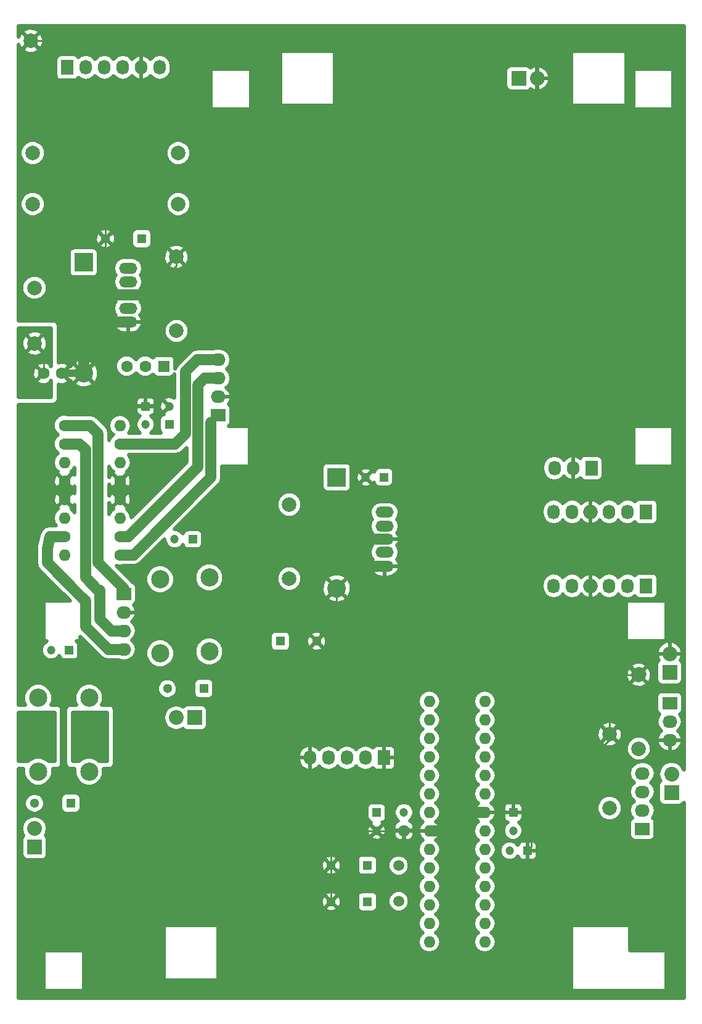
<source format=gbr>
G04 #@! TF.FileFunction,Copper,L1,Top,Signal*
%FSLAX46Y46*%
G04 Gerber Fmt 4.6, Leading zero omitted, Abs format (unit mm)*
G04 Created by KiCad (PCBNEW 4.0.5) date 2018 March 07, Wednesday 08:14:06*
%MOMM*%
%LPD*%
G01*
G04 APERTURE LIST*
%ADD10C,0.100000*%
%ADD11R,1.300000X1.300000*%
%ADD12C,1.300000*%
%ADD13R,1.200000X1.200000*%
%ADD14C,1.200000*%
%ADD15C,1.600000*%
%ADD16C,2.540000*%
%ADD17R,2.540000X2.540000*%
%ADD18R,1.727200X2.000000*%
%ADD19O,1.727200X2.032000*%
%ADD20O,1.727200X2.000000*%
%ADD21R,2.032000X2.032000*%
%ADD22O,2.032000X2.032000*%
%ADD23O,2.000000X2.032000*%
%ADD24R,2.000000X1.727200*%
%ADD25O,2.000000X1.727200*%
%ADD26R,1.727200X2.032000*%
%ADD27O,2.032000X2.000000*%
%ADD28C,2.500000*%
%ADD29C,1.998980*%
%ADD30R,2.032000X1.727200*%
%ADD31O,2.032000X1.727200*%
%ADD32R,1.600000X1.510000*%
%ADD33O,1.600000X1.600000*%
%ADD34O,2.000000X2.000000*%
%ADD35O,2.499360X1.501140*%
%ADD36O,1.700000X2.000000*%
%ADD37C,1.501140*%
%ADD38C,0.250000*%
%ADD39C,2.000000*%
%ADD40C,1.500000*%
%ADD41C,1.000000*%
%ADD42C,0.500000*%
G04 APERTURE END LIST*
D10*
D11*
X50000000Y-127000000D03*
D12*
X45000000Y-127000000D03*
D11*
X31750000Y-142750000D03*
D12*
X26750000Y-142750000D03*
D13*
X48500000Y-106500000D03*
D14*
X46000000Y-106500000D03*
D13*
X31500000Y-121750000D03*
D14*
X29000000Y-121750000D03*
D11*
X72500000Y-156250000D03*
D12*
X67500000Y-156250000D03*
D11*
X72500000Y-151250000D03*
D12*
X67500000Y-151250000D03*
D13*
X42000000Y-88250000D03*
D14*
X42000000Y-90750000D03*
D13*
X45250000Y-90750000D03*
D14*
X45250000Y-88250000D03*
D13*
X92500000Y-144000000D03*
D14*
X92500000Y-146500000D03*
D13*
X94500000Y-149250000D03*
D14*
X92000000Y-149250000D03*
D13*
X77500000Y-146500000D03*
D14*
X77500000Y-144000000D03*
D13*
X73750000Y-144000000D03*
D14*
X73750000Y-146500000D03*
D11*
X41500000Y-65250000D03*
D12*
X36500000Y-65250000D03*
D13*
X74750000Y-98000000D03*
D14*
X72250000Y-98000000D03*
D15*
X28000000Y-83750000D03*
X30500000Y-83750000D03*
D11*
X60500000Y-120500000D03*
D12*
X65500000Y-120500000D03*
D16*
X33502960Y-83741220D03*
D17*
X33502960Y-68501220D03*
D16*
X68252960Y-113241220D03*
D17*
X68252960Y-98001220D03*
D18*
X74750000Y-136500000D03*
D19*
X72210000Y-136500000D03*
X69670000Y-136500000D03*
X67130000Y-136500000D03*
D20*
X64590000Y-136500000D03*
D21*
X114250000Y-141250000D03*
D22*
X114250000Y-138710000D03*
D21*
X114000000Y-124750000D03*
D23*
X114000000Y-122210000D03*
D24*
X52000000Y-89500000D03*
D25*
X52000000Y-86960000D03*
X52000000Y-84420000D03*
X52000000Y-81880000D03*
D24*
X39000000Y-114000000D03*
D25*
X39000000Y-116540000D03*
X39000000Y-119080000D03*
X39000000Y-121620000D03*
D26*
X103250000Y-96750000D03*
D20*
X100710000Y-96750000D03*
D19*
X98170000Y-96750000D03*
D21*
X93250000Y-43250000D03*
D27*
X95790000Y-43250000D03*
D28*
X50750000Y-111750000D03*
X50750000Y-121910000D03*
X44000000Y-112000000D03*
X44000000Y-122160000D03*
X34250000Y-128250000D03*
X34250000Y-138410000D03*
X27250000Y-128250000D03*
X27250000Y-138410000D03*
D29*
X26750000Y-72000000D03*
X26750000Y-79620000D03*
X61750000Y-101750000D03*
X61750000Y-111910000D03*
D21*
X48750000Y-131000000D03*
D22*
X46210000Y-131000000D03*
D21*
X26750000Y-148750000D03*
D22*
X26750000Y-146210000D03*
D30*
X114000000Y-129000000D03*
D31*
X114000000Y-131540000D03*
D25*
X114000000Y-134080000D03*
D29*
X105750000Y-133250000D03*
X105750000Y-143410000D03*
X109750000Y-135250000D03*
X109750000Y-125090000D03*
X26500000Y-60500000D03*
X46500000Y-60500000D03*
X26500000Y-53500000D03*
X46500000Y-53500000D03*
D15*
X39420000Y-82750000D03*
D32*
X44500000Y-82750000D03*
D15*
X41960000Y-82750000D03*
D29*
X46250000Y-67750000D03*
X46250000Y-77910000D03*
D30*
X110250000Y-146250000D03*
D31*
X110250000Y-143710000D03*
X110250000Y-141170000D03*
X110250000Y-138630000D03*
D15*
X30875000Y-90875000D03*
X30875000Y-93415000D03*
D33*
X30875000Y-95955000D03*
D15*
X30875000Y-98495000D03*
X30875000Y-101035000D03*
D33*
X30875000Y-103575000D03*
D15*
X30875000Y-106115000D03*
D33*
X30875000Y-108655000D03*
D15*
X38495000Y-108655000D03*
X38495000Y-106115000D03*
D33*
X38495000Y-103575000D03*
D15*
X38495000Y-101035000D03*
X38495000Y-98495000D03*
D33*
X38495000Y-95955000D03*
D15*
X38495000Y-93415000D03*
D33*
X38495000Y-90875000D03*
X81000000Y-128750000D03*
X81000000Y-131290000D03*
X81000000Y-133830000D03*
X81000000Y-136370000D03*
X81000000Y-138910000D03*
X81000000Y-141450000D03*
X81000000Y-143990000D03*
X81000000Y-146530000D03*
X81000000Y-149070000D03*
X81000000Y-151610000D03*
X81000000Y-154150000D03*
X81000000Y-156690000D03*
X81000000Y-159230000D03*
X81000000Y-161770000D03*
X88620000Y-161770000D03*
X88620000Y-159230000D03*
X88620000Y-156690000D03*
X88620000Y-154150000D03*
X88620000Y-151610000D03*
X88620000Y-149070000D03*
X88620000Y-146530000D03*
X88620000Y-143990000D03*
X88620000Y-141450000D03*
X88620000Y-138910000D03*
X88620000Y-136370000D03*
X88620000Y-133830000D03*
X88620000Y-131290000D03*
X88620000Y-128750000D03*
D19*
X98050000Y-112910000D03*
X100590000Y-112910000D03*
D34*
X103130000Y-112910000D03*
D19*
X105670000Y-112910000D03*
X108210000Y-112910000D03*
D26*
X110750000Y-112910000D03*
X110750000Y-102750000D03*
D19*
X108210000Y-102750000D03*
X105670000Y-102750000D03*
D34*
X103130000Y-102750000D03*
D19*
X100590000Y-102750000D03*
X98050000Y-102750000D03*
D35*
X39599440Y-73000000D03*
X39599440Y-69299220D03*
X39599440Y-76700780D03*
X39599440Y-74800860D03*
X39599440Y-71199140D03*
X74849440Y-106500000D03*
X74849440Y-102799220D03*
X74849440Y-110200780D03*
X74849440Y-108300860D03*
X74849440Y-104699140D03*
D26*
X31250000Y-41750000D03*
D19*
X33790000Y-41750000D03*
X36330000Y-41750000D03*
X38870000Y-41750000D03*
D36*
X41410000Y-41750000D03*
D19*
X43950000Y-41750000D03*
D37*
X76750000Y-156190940D03*
X76750000Y-151309060D03*
D29*
X26250000Y-38090000D03*
D38*
X54750000Y-86750000D02*
X54750000Y-86250000D01*
X55250000Y-85250000D02*
X55250000Y-76250000D01*
X55250000Y-85750000D02*
X55250000Y-85250000D01*
X55250000Y-76250000D02*
X46250000Y-67750000D01*
X54750000Y-86250000D02*
X55250000Y-85750000D01*
X52000000Y-86960000D02*
X54290000Y-86960000D01*
X54290000Y-86960000D02*
X54500000Y-86750000D01*
X26250000Y-38090000D02*
X40840000Y-38090000D01*
X40840000Y-38090000D02*
X40750000Y-38000000D01*
X40750000Y-38000000D02*
X40500000Y-38000000D01*
X40500000Y-38000000D02*
X40500000Y-37750000D01*
X27250000Y-39750000D02*
X27250000Y-39090000D01*
X27250000Y-39090000D02*
X26250000Y-38090000D01*
X41410000Y-38660000D02*
X41410000Y-41750000D01*
X40750000Y-38000000D02*
X40500000Y-37750000D01*
X40500000Y-37750000D02*
X41410000Y-38660000D01*
D39*
X36500000Y-53250000D02*
X27250000Y-44000000D01*
D38*
X27250000Y-44000000D02*
X27250000Y-39750000D01*
X27250000Y-39750000D02*
X27250000Y-39590000D01*
X36500000Y-65250000D02*
X36500000Y-53250000D01*
X95790000Y-43250000D02*
X95790000Y-46870000D01*
X100710000Y-51790000D02*
X100710000Y-96750000D01*
D39*
X95790000Y-46870000D02*
X100710000Y-51790000D01*
X56000000Y-99250000D02*
X56000000Y-113250000D01*
X56000000Y-99250000D02*
X57750000Y-97500000D01*
X57750000Y-97500000D02*
X57750000Y-89750000D01*
D38*
X54625000Y-86625000D02*
X54750000Y-86750000D01*
X54750000Y-86750000D02*
X57750000Y-89750000D01*
X114000000Y-122210000D02*
X112630000Y-122210000D01*
X112630000Y-122210000D02*
X109750000Y-125090000D01*
X114000000Y-134080000D02*
X112580000Y-134080000D01*
X112580000Y-134080000D02*
X111000000Y-132500000D01*
X111000000Y-132500000D02*
X106500000Y-132500000D01*
X106500000Y-132500000D02*
X105750000Y-133250000D01*
X109750000Y-125090000D02*
X109340000Y-125090000D01*
X109340000Y-125090000D02*
X103130000Y-118880000D01*
X103130000Y-118880000D02*
X103130000Y-112910000D01*
X105750000Y-133250000D02*
X105750000Y-134000000D01*
X105750000Y-134000000D02*
X95000000Y-144750000D01*
D39*
X56000000Y-113250000D02*
X56250000Y-113250000D01*
X56250000Y-113250000D02*
X59750000Y-116750000D01*
X59750000Y-116750000D02*
X63500000Y-116750000D01*
D38*
X63500000Y-116750000D02*
X66121162Y-119371162D01*
X66121162Y-119371162D02*
X66121161Y-119371162D01*
X39000000Y-116540000D02*
X53210000Y-116540000D01*
D39*
X53210000Y-116540000D02*
X56000000Y-113750000D01*
X56000000Y-113750000D02*
X56000000Y-113250000D01*
D38*
X74750000Y-136500000D02*
X74750000Y-121994080D01*
X74750000Y-121994080D02*
X68252960Y-115497040D01*
D40*
X73000000Y-110200780D02*
X71293400Y-110200780D01*
D38*
X71293400Y-110200780D02*
X68252960Y-113241220D01*
X68252960Y-113241220D02*
X68252960Y-115497040D01*
X68252960Y-115497040D02*
X66121161Y-119371162D01*
X66121161Y-119371162D02*
X65500000Y-120500000D01*
D40*
X39599440Y-73000000D02*
X42250000Y-73000000D01*
D38*
X42250000Y-73000000D02*
X46250000Y-69000000D01*
X46250000Y-69000000D02*
X46250000Y-67750000D01*
D39*
X109800000Y-125040000D02*
X109750000Y-125090000D01*
D38*
X103130000Y-112910000D02*
X103130000Y-102750000D01*
X105750000Y-133250000D02*
X105750000Y-127000000D01*
X105750000Y-127000000D02*
X107500000Y-125250000D01*
X107500000Y-125250000D02*
X107660000Y-125090000D01*
X107660000Y-125090000D02*
X109750000Y-125090000D01*
D39*
X64590000Y-140590000D02*
X73660000Y-140590000D01*
D38*
X74750000Y-139500000D02*
X74750000Y-136500000D01*
X73660000Y-140590000D02*
X74750000Y-139500000D01*
X64590000Y-136500000D02*
X64590000Y-140590000D01*
D39*
X64590000Y-140590000D02*
X70500000Y-146500000D01*
D38*
X103130000Y-102750000D02*
X103130000Y-100880000D01*
X100710000Y-98460000D02*
X100710000Y-96750000D01*
X103130000Y-100880000D02*
X100710000Y-98460000D01*
D41*
X33502960Y-83741220D02*
X30508780Y-83741220D01*
D40*
X39599440Y-76700780D02*
X36549220Y-76700780D01*
X33502960Y-79747040D02*
X33502960Y-83741220D01*
X36549220Y-76700780D02*
X33502960Y-79747040D01*
D38*
X36500000Y-65250000D02*
X36500000Y-72500000D01*
D40*
X36500000Y-72500000D02*
X37000000Y-73000000D01*
X39599440Y-76700780D02*
X37450780Y-76700780D01*
X37000000Y-73000000D02*
X39599440Y-73000000D01*
X36750000Y-73250000D02*
X37000000Y-73000000D01*
X36750000Y-76000000D02*
X36750000Y-73250000D01*
X37450780Y-76700780D02*
X36750000Y-76000000D01*
D38*
X72250000Y-98000000D02*
X71250000Y-99000000D01*
D40*
X71250000Y-105500000D02*
X72250000Y-106500000D01*
D38*
X71250000Y-99000000D02*
X71250000Y-105500000D01*
D40*
X30875000Y-98495000D02*
X30875000Y-101035000D01*
X38495000Y-98495000D02*
X38495000Y-101035000D01*
D38*
X73750000Y-146500000D02*
X70500000Y-146500000D01*
X67500000Y-149500000D02*
X67500000Y-151250000D01*
X70500000Y-146500000D02*
X67500000Y-149500000D01*
X73750000Y-146500000D02*
X77500000Y-146500000D01*
D40*
X81000000Y-146530000D02*
X82970000Y-146530000D01*
X85510000Y-143990000D02*
X88620000Y-143990000D01*
X82970000Y-146530000D02*
X85510000Y-143990000D01*
D38*
X81000000Y-146530000D02*
X77530000Y-146530000D01*
D40*
X77530000Y-146530000D02*
X77500000Y-146500000D01*
D38*
X92500000Y-144000000D02*
X94250000Y-144000000D01*
X95000000Y-144750000D02*
X95000000Y-148750000D01*
X94250000Y-144000000D02*
X95000000Y-144750000D01*
X95000000Y-148750000D02*
X94500000Y-149250000D01*
X92500000Y-144000000D02*
X88630000Y-144000000D01*
D40*
X88630000Y-144000000D02*
X88620000Y-143990000D01*
D38*
X67500000Y-156250000D02*
X67500000Y-151250000D01*
D40*
X74849440Y-110200780D02*
X73000000Y-110200780D01*
X73000000Y-110200780D02*
X72950780Y-110200780D01*
X72250000Y-109500000D02*
X72250000Y-106500000D01*
X72950780Y-110200780D02*
X72250000Y-109500000D01*
X74849440Y-106500000D02*
X72250000Y-106500000D01*
X74793400Y-110200780D02*
X74849440Y-110200780D01*
D38*
X52000000Y-89500000D02*
X51000000Y-90500000D01*
D40*
X40345000Y-108655000D02*
X38495000Y-108655000D01*
X40345000Y-108655000D02*
X51000000Y-98000000D01*
X51000000Y-90500000D02*
X51000000Y-98000000D01*
X49200002Y-92000000D02*
X49200002Y-85299998D01*
X39635000Y-106115000D02*
X49200002Y-96549998D01*
X49200002Y-96549998D02*
X49200002Y-92000000D01*
X38495000Y-106115000D02*
X39635000Y-106115000D01*
X50080000Y-84420000D02*
X51500000Y-84420000D01*
X49200002Y-85299998D02*
X50080000Y-84420000D01*
X47500000Y-88000000D02*
X47500000Y-83500000D01*
X46085000Y-93415000D02*
X47500000Y-92000000D01*
X47500000Y-92000000D02*
X47500000Y-88000000D01*
X38495000Y-93415000D02*
X46085000Y-93415000D01*
X49120000Y-81880000D02*
X51500000Y-81880000D01*
X47500000Y-83500000D02*
X49120000Y-81880000D01*
X30875000Y-90875000D02*
X34375000Y-90875000D01*
X35500000Y-109750000D02*
X39000000Y-113250000D01*
X35500000Y-92000000D02*
X35500000Y-109750000D01*
X34375000Y-90875000D02*
X35500000Y-92000000D01*
X39000000Y-113250000D02*
X39000000Y-114000000D01*
X39000000Y-114000000D02*
X38750000Y-114000000D01*
X35750000Y-113500000D02*
X35500000Y-113500000D01*
X35750000Y-117500000D02*
X35750000Y-116500000D01*
X35750000Y-116500000D02*
X35750000Y-113500000D01*
X37330000Y-119080000D02*
X35750000Y-117500000D01*
X32915000Y-93415000D02*
X30875000Y-93415000D01*
X33750000Y-94250000D02*
X32915000Y-93415000D01*
X33750000Y-111750000D02*
X33750000Y-94250000D01*
X35500000Y-113500000D02*
X33750000Y-111750000D01*
X39000000Y-119080000D02*
X37330000Y-119080000D01*
X39000000Y-119080000D02*
X38330000Y-119080000D01*
X28500000Y-107750000D02*
X28500000Y-109750000D01*
X28500000Y-107750000D02*
X28885000Y-106115000D01*
X30875000Y-106115000D02*
X28885000Y-106115000D01*
X36870000Y-121620000D02*
X39000000Y-121620000D01*
X33750000Y-118500000D02*
X36870000Y-121620000D01*
X33750000Y-115000000D02*
X33750000Y-118500000D01*
X33099996Y-114349996D02*
X33750000Y-115000000D01*
X28500000Y-109750000D02*
X33099996Y-114349996D01*
D38*
X26750000Y-79620000D02*
X28000000Y-81000000D01*
X28000000Y-81000000D02*
X28000000Y-83750000D01*
D42*
G36*
X115942000Y-138123035D02*
X115923717Y-138031120D01*
X115539162Y-137455593D01*
X114963635Y-137071038D01*
X114284755Y-136936000D01*
X114215245Y-136936000D01*
X113536365Y-137071038D01*
X112960838Y-137455593D01*
X112576283Y-138031120D01*
X112441245Y-138710000D01*
X112576283Y-139388880D01*
X112748052Y-139645950D01*
X112695114Y-139680015D01*
X112522040Y-139933318D01*
X112461150Y-140234000D01*
X112461150Y-142266000D01*
X112514005Y-142546898D01*
X112680015Y-142804886D01*
X112933318Y-142977960D01*
X113234000Y-143038850D01*
X115266000Y-143038850D01*
X115546898Y-142985995D01*
X115804886Y-142819985D01*
X115942000Y-142619311D01*
X115942000Y-169442000D01*
X24558000Y-169442000D01*
X24558000Y-163250000D01*
X28000000Y-163250000D01*
X28000000Y-168250000D01*
X28017097Y-168340864D01*
X28070798Y-168424318D01*
X28152736Y-168480304D01*
X28250000Y-168500000D01*
X33250000Y-168500000D01*
X33340864Y-168482903D01*
X33424318Y-168429202D01*
X33480304Y-168347264D01*
X33500000Y-168250000D01*
X33500000Y-163250000D01*
X33482903Y-163159136D01*
X33429202Y-163075682D01*
X33347264Y-163019696D01*
X33250000Y-163000000D01*
X28250000Y-163000000D01*
X28159136Y-163017097D01*
X28075682Y-163070798D01*
X28019696Y-163152736D01*
X28000000Y-163250000D01*
X24558000Y-163250000D01*
X24558000Y-159750000D01*
X44500000Y-159750000D01*
X44500000Y-166750000D01*
X44517097Y-166840864D01*
X44570798Y-166924318D01*
X44652736Y-166980304D01*
X44750000Y-167000000D01*
X51750000Y-167000000D01*
X51840864Y-166982903D01*
X51924318Y-166929202D01*
X51980304Y-166847264D01*
X52000000Y-166750000D01*
X52000000Y-159750000D01*
X51982903Y-159659136D01*
X51929202Y-159575682D01*
X51847264Y-159519696D01*
X51750000Y-159500000D01*
X44750000Y-159500000D01*
X44659136Y-159517097D01*
X44575682Y-159570798D01*
X44519696Y-159652736D01*
X44500000Y-159750000D01*
X24558000Y-159750000D01*
X24558000Y-157133939D01*
X66621718Y-157133939D01*
X66659425Y-157413758D01*
X67168761Y-157646846D01*
X67728525Y-157667277D01*
X68253498Y-157471941D01*
X68340575Y-157413758D01*
X68378282Y-157133939D01*
X67500000Y-156255657D01*
X66621718Y-157133939D01*
X24558000Y-157133939D01*
X24558000Y-156478525D01*
X66082723Y-156478525D01*
X66278059Y-157003498D01*
X66336242Y-157090575D01*
X66616061Y-157128282D01*
X67494343Y-156250000D01*
X67505657Y-156250000D01*
X68383939Y-157128282D01*
X68663758Y-157090575D01*
X68896846Y-156581239D01*
X68917277Y-156021475D01*
X68760452Y-155600000D01*
X71077150Y-155600000D01*
X71077150Y-156900000D01*
X71130005Y-157180898D01*
X71296015Y-157438886D01*
X71549318Y-157611960D01*
X71850000Y-157672850D01*
X73150000Y-157672850D01*
X73430898Y-157619995D01*
X73688886Y-157453985D01*
X73861960Y-157200682D01*
X73922850Y-156900000D01*
X73922850Y-156489697D01*
X75241168Y-156489697D01*
X75470351Y-157044360D01*
X75894348Y-157469098D01*
X76448610Y-157699248D01*
X77048757Y-157699772D01*
X77603420Y-157470589D01*
X78028158Y-157046592D01*
X78258308Y-156492330D01*
X78258832Y-155892183D01*
X78029649Y-155337520D01*
X77605652Y-154912782D01*
X77051390Y-154682632D01*
X76451243Y-154682108D01*
X75896580Y-154911291D01*
X75471842Y-155335288D01*
X75241692Y-155889550D01*
X75241168Y-156489697D01*
X73922850Y-156489697D01*
X73922850Y-155600000D01*
X73869995Y-155319102D01*
X73703985Y-155061114D01*
X73450682Y-154888040D01*
X73150000Y-154827150D01*
X71850000Y-154827150D01*
X71569102Y-154880005D01*
X71311114Y-155046015D01*
X71138040Y-155299318D01*
X71077150Y-155600000D01*
X68760452Y-155600000D01*
X68721941Y-155496502D01*
X68663758Y-155409425D01*
X68383939Y-155371718D01*
X67505657Y-156250000D01*
X67494343Y-156250000D01*
X66616061Y-155371718D01*
X66336242Y-155409425D01*
X66103154Y-155918761D01*
X66082723Y-156478525D01*
X24558000Y-156478525D01*
X24558000Y-155366061D01*
X66621718Y-155366061D01*
X67500000Y-156244343D01*
X68378282Y-155366061D01*
X68340575Y-155086242D01*
X67831239Y-154853154D01*
X67271475Y-154832723D01*
X66746502Y-155028059D01*
X66659425Y-155086242D01*
X66621718Y-155366061D01*
X24558000Y-155366061D01*
X24558000Y-152133939D01*
X66621718Y-152133939D01*
X66659425Y-152413758D01*
X67168761Y-152646846D01*
X67728525Y-152667277D01*
X68253498Y-152471941D01*
X68340575Y-152413758D01*
X68378282Y-152133939D01*
X67500000Y-151255657D01*
X66621718Y-152133939D01*
X24558000Y-152133939D01*
X24558000Y-151478525D01*
X66082723Y-151478525D01*
X66278059Y-152003498D01*
X66336242Y-152090575D01*
X66616061Y-152128282D01*
X67494343Y-151250000D01*
X67505657Y-151250000D01*
X68383939Y-152128282D01*
X68663758Y-152090575D01*
X68896846Y-151581239D01*
X68917277Y-151021475D01*
X68760452Y-150600000D01*
X71077150Y-150600000D01*
X71077150Y-151900000D01*
X71130005Y-152180898D01*
X71296015Y-152438886D01*
X71549318Y-152611960D01*
X71850000Y-152672850D01*
X73150000Y-152672850D01*
X73430898Y-152619995D01*
X73688886Y-152453985D01*
X73861960Y-152200682D01*
X73922850Y-151900000D01*
X73922850Y-151607817D01*
X75241168Y-151607817D01*
X75470351Y-152162480D01*
X75894348Y-152587218D01*
X76448610Y-152817368D01*
X77048757Y-152817892D01*
X77603420Y-152588709D01*
X78028158Y-152164712D01*
X78258308Y-151610450D01*
X78258832Y-151010303D01*
X78029649Y-150455640D01*
X77605652Y-150030902D01*
X77051390Y-149800752D01*
X76451243Y-149800228D01*
X75896580Y-150029411D01*
X75471842Y-150453408D01*
X75241692Y-151007670D01*
X75241168Y-151607817D01*
X73922850Y-151607817D01*
X73922850Y-150600000D01*
X73869995Y-150319102D01*
X73703985Y-150061114D01*
X73450682Y-149888040D01*
X73150000Y-149827150D01*
X71850000Y-149827150D01*
X71569102Y-149880005D01*
X71311114Y-150046015D01*
X71138040Y-150299318D01*
X71077150Y-150600000D01*
X68760452Y-150600000D01*
X68721941Y-150496502D01*
X68663758Y-150409425D01*
X68383939Y-150371718D01*
X67505657Y-151250000D01*
X67494343Y-151250000D01*
X66616061Y-150371718D01*
X66336242Y-150409425D01*
X66103154Y-150918761D01*
X66082723Y-151478525D01*
X24558000Y-151478525D01*
X24558000Y-146210000D01*
X24941245Y-146210000D01*
X25076283Y-146888880D01*
X25248052Y-147145950D01*
X25195114Y-147180015D01*
X25022040Y-147433318D01*
X24961150Y-147734000D01*
X24961150Y-149766000D01*
X25014005Y-150046898D01*
X25180015Y-150304886D01*
X25433318Y-150477960D01*
X25734000Y-150538850D01*
X27766000Y-150538850D01*
X28046898Y-150485995D01*
X28233281Y-150366061D01*
X66621718Y-150366061D01*
X67500000Y-151244343D01*
X68378282Y-150366061D01*
X68340575Y-150086242D01*
X67831239Y-149853154D01*
X67271475Y-149832723D01*
X66746502Y-150028059D01*
X66659425Y-150086242D01*
X66621718Y-150366061D01*
X28233281Y-150366061D01*
X28304886Y-150319985D01*
X28477960Y-150066682D01*
X28538850Y-149766000D01*
X28538850Y-149070000D01*
X79411477Y-149070000D01*
X79530073Y-149666221D01*
X79867805Y-150171672D01*
X80119725Y-150340000D01*
X79867805Y-150508328D01*
X79530073Y-151013779D01*
X79411477Y-151610000D01*
X79530073Y-152206221D01*
X79867805Y-152711672D01*
X80119725Y-152880000D01*
X79867805Y-153048328D01*
X79530073Y-153553779D01*
X79411477Y-154150000D01*
X79530073Y-154746221D01*
X79867805Y-155251672D01*
X80119725Y-155420000D01*
X79867805Y-155588328D01*
X79530073Y-156093779D01*
X79411477Y-156690000D01*
X79530073Y-157286221D01*
X79867805Y-157791672D01*
X80119725Y-157960000D01*
X79867805Y-158128328D01*
X79530073Y-158633779D01*
X79411477Y-159230000D01*
X79530073Y-159826221D01*
X79867805Y-160331672D01*
X80119725Y-160500000D01*
X79867805Y-160668328D01*
X79530073Y-161173779D01*
X79411477Y-161770000D01*
X79530073Y-162366221D01*
X79867805Y-162871672D01*
X80373256Y-163209404D01*
X80969477Y-163328000D01*
X81030523Y-163328000D01*
X81626744Y-163209404D01*
X82132195Y-162871672D01*
X82469927Y-162366221D01*
X82588523Y-161770000D01*
X82469927Y-161173779D01*
X82132195Y-160668328D01*
X81880275Y-160500000D01*
X82132195Y-160331672D01*
X82469927Y-159826221D01*
X82588523Y-159230000D01*
X82469927Y-158633779D01*
X82132195Y-158128328D01*
X81880275Y-157960000D01*
X82132195Y-157791672D01*
X82469927Y-157286221D01*
X82588523Y-156690000D01*
X82469927Y-156093779D01*
X82132195Y-155588328D01*
X81880275Y-155420000D01*
X82132195Y-155251672D01*
X82469927Y-154746221D01*
X82588523Y-154150000D01*
X82469927Y-153553779D01*
X82132195Y-153048328D01*
X81880275Y-152880000D01*
X82132195Y-152711672D01*
X82469927Y-152206221D01*
X82588523Y-151610000D01*
X82469927Y-151013779D01*
X82132195Y-150508328D01*
X81880275Y-150340000D01*
X82132195Y-150171672D01*
X82469927Y-149666221D01*
X82588523Y-149070000D01*
X82469927Y-148473779D01*
X82132195Y-147968328D01*
X81878994Y-147799144D01*
X82262796Y-147442530D01*
X82515881Y-146889817D01*
X82538188Y-146777675D01*
X82368494Y-146534000D01*
X81004000Y-146534000D01*
X81004000Y-146554000D01*
X80996000Y-146554000D01*
X80996000Y-146534000D01*
X79631506Y-146534000D01*
X79461812Y-146777675D01*
X79484119Y-146889817D01*
X79737204Y-147442530D01*
X80121006Y-147799144D01*
X79867805Y-147968328D01*
X79530073Y-148473779D01*
X79411477Y-149070000D01*
X28538850Y-149070000D01*
X28538850Y-147734000D01*
X28485995Y-147453102D01*
X28418294Y-147347890D01*
X72907767Y-147347890D01*
X72939389Y-147622516D01*
X73430661Y-147847277D01*
X73970550Y-147866927D01*
X74476862Y-147678475D01*
X74560611Y-147622516D01*
X74592233Y-147347890D01*
X73750000Y-146505657D01*
X72907767Y-147347890D01*
X28418294Y-147347890D01*
X28319985Y-147195114D01*
X28250720Y-147147788D01*
X28423717Y-146888880D01*
X28457200Y-146720550D01*
X72383073Y-146720550D01*
X72571525Y-147226862D01*
X72627484Y-147310611D01*
X72902110Y-147342233D01*
X73744343Y-146500000D01*
X73755657Y-146500000D01*
X74597890Y-147342233D01*
X74872516Y-147310611D01*
X75097277Y-146819339D01*
X75101857Y-146693500D01*
X76142000Y-146693500D01*
X76142000Y-147250776D01*
X76257399Y-147529373D01*
X76470628Y-147742602D01*
X76749225Y-147858000D01*
X77306500Y-147858000D01*
X77496000Y-147668500D01*
X77496000Y-146504000D01*
X77504000Y-146504000D01*
X77504000Y-147668500D01*
X77693500Y-147858000D01*
X78250775Y-147858000D01*
X78529372Y-147742602D01*
X78742601Y-147529373D01*
X78858000Y-147250776D01*
X78858000Y-146693500D01*
X78694500Y-146530000D01*
X87031477Y-146530000D01*
X87150073Y-147126221D01*
X87487805Y-147631672D01*
X87739725Y-147800000D01*
X87487805Y-147968328D01*
X87150073Y-148473779D01*
X87031477Y-149070000D01*
X87150073Y-149666221D01*
X87487805Y-150171672D01*
X87739725Y-150340000D01*
X87487805Y-150508328D01*
X87150073Y-151013779D01*
X87031477Y-151610000D01*
X87150073Y-152206221D01*
X87487805Y-152711672D01*
X87739725Y-152880000D01*
X87487805Y-153048328D01*
X87150073Y-153553779D01*
X87031477Y-154150000D01*
X87150073Y-154746221D01*
X87487805Y-155251672D01*
X87739725Y-155420000D01*
X87487805Y-155588328D01*
X87150073Y-156093779D01*
X87031477Y-156690000D01*
X87150073Y-157286221D01*
X87487805Y-157791672D01*
X87739725Y-157960000D01*
X87487805Y-158128328D01*
X87150073Y-158633779D01*
X87031477Y-159230000D01*
X87150073Y-159826221D01*
X87487805Y-160331672D01*
X87739725Y-160500000D01*
X87487805Y-160668328D01*
X87150073Y-161173779D01*
X87031477Y-161770000D01*
X87150073Y-162366221D01*
X87487805Y-162871672D01*
X87993256Y-163209404D01*
X88589477Y-163328000D01*
X88650523Y-163328000D01*
X89246744Y-163209404D01*
X89752195Y-162871672D01*
X90089927Y-162366221D01*
X90208523Y-161770000D01*
X90089927Y-161173779D01*
X89752195Y-160668328D01*
X89500275Y-160500000D01*
X89752195Y-160331672D01*
X90089927Y-159826221D01*
X90105088Y-159750000D01*
X100500000Y-159750000D01*
X100500000Y-168250000D01*
X100517097Y-168340864D01*
X100570798Y-168424318D01*
X100652736Y-168480304D01*
X100750000Y-168500000D01*
X113250000Y-168500000D01*
X113340864Y-168482903D01*
X113424318Y-168429202D01*
X113480304Y-168347264D01*
X113500000Y-168250000D01*
X113500000Y-163250000D01*
X113482903Y-163159136D01*
X113429202Y-163075682D01*
X113347264Y-163019696D01*
X113250000Y-163000000D01*
X108500000Y-163000000D01*
X108500000Y-159750000D01*
X108482903Y-159659136D01*
X108429202Y-159575682D01*
X108347264Y-159519696D01*
X108250000Y-159500000D01*
X100750000Y-159500000D01*
X100659136Y-159517097D01*
X100575682Y-159570798D01*
X100519696Y-159652736D01*
X100500000Y-159750000D01*
X90105088Y-159750000D01*
X90208523Y-159230000D01*
X90089927Y-158633779D01*
X89752195Y-158128328D01*
X89500275Y-157960000D01*
X89752195Y-157791672D01*
X90089927Y-157286221D01*
X90208523Y-156690000D01*
X90089927Y-156093779D01*
X89752195Y-155588328D01*
X89500275Y-155420000D01*
X89752195Y-155251672D01*
X90089927Y-154746221D01*
X90208523Y-154150000D01*
X90089927Y-153553779D01*
X89752195Y-153048328D01*
X89500275Y-152880000D01*
X89752195Y-152711672D01*
X90089927Y-152206221D01*
X90208523Y-151610000D01*
X90089927Y-151013779D01*
X89752195Y-150508328D01*
X89500275Y-150340000D01*
X89752195Y-150171672D01*
X90089927Y-149666221D01*
X90119223Y-149518938D01*
X90641765Y-149518938D01*
X90848072Y-150018240D01*
X91229750Y-150400585D01*
X91728692Y-150607764D01*
X92268938Y-150608235D01*
X92768240Y-150401928D01*
X93150218Y-150020616D01*
X93257398Y-150279372D01*
X93470627Y-150492601D01*
X93749224Y-150608000D01*
X94306500Y-150608000D01*
X94496000Y-150418500D01*
X94496000Y-149254000D01*
X94504000Y-149254000D01*
X94504000Y-150418500D01*
X94693500Y-150608000D01*
X95250776Y-150608000D01*
X95529373Y-150492601D01*
X95742602Y-150279372D01*
X95858000Y-150000775D01*
X95858000Y-149443500D01*
X95668500Y-149254000D01*
X94504000Y-149254000D01*
X94496000Y-149254000D01*
X94476000Y-149254000D01*
X94476000Y-149246000D01*
X94496000Y-149246000D01*
X94496000Y-148081500D01*
X94504000Y-148081500D01*
X94504000Y-149246000D01*
X95668500Y-149246000D01*
X95858000Y-149056500D01*
X95858000Y-148499225D01*
X95742602Y-148220628D01*
X95529373Y-148007399D01*
X95250776Y-147892000D01*
X94693500Y-147892000D01*
X94504000Y-148081500D01*
X94496000Y-148081500D01*
X94306500Y-147892000D01*
X93749224Y-147892000D01*
X93470627Y-148007399D01*
X93257398Y-148220628D01*
X93150024Y-148479853D01*
X92770250Y-148099415D01*
X92271308Y-147892236D01*
X91731062Y-147891765D01*
X91231760Y-148098072D01*
X90849415Y-148479750D01*
X90642236Y-148978692D01*
X90641765Y-149518938D01*
X90119223Y-149518938D01*
X90208523Y-149070000D01*
X90089927Y-148473779D01*
X89752195Y-147968328D01*
X89500275Y-147800000D01*
X89752195Y-147631672D01*
X90089927Y-147126221D01*
X90160995Y-146768938D01*
X91141765Y-146768938D01*
X91348072Y-147268240D01*
X91729750Y-147650585D01*
X92228692Y-147857764D01*
X92768938Y-147858235D01*
X93268240Y-147651928D01*
X93650585Y-147270250D01*
X93857764Y-146771308D01*
X93858235Y-146231062D01*
X93651928Y-145731760D01*
X93270616Y-145349782D01*
X93529372Y-145242602D01*
X93742601Y-145029373D01*
X93858000Y-144750776D01*
X93858000Y-144193500D01*
X93668500Y-144004000D01*
X92504000Y-144004000D01*
X92504000Y-144024000D01*
X92496000Y-144024000D01*
X92496000Y-144004000D01*
X91331500Y-144004000D01*
X91142000Y-144193500D01*
X91142000Y-144750776D01*
X91257399Y-145029373D01*
X91470628Y-145242602D01*
X91729853Y-145349976D01*
X91349415Y-145729750D01*
X91142236Y-146228692D01*
X91141765Y-146768938D01*
X90160995Y-146768938D01*
X90208523Y-146530000D01*
X90089927Y-145933779D01*
X89752195Y-145428328D01*
X89498994Y-145259144D01*
X89882796Y-144902530D01*
X90135881Y-144349817D01*
X90158188Y-144237675D01*
X89988494Y-143994000D01*
X88624000Y-143994000D01*
X88624000Y-144014000D01*
X88616000Y-144014000D01*
X88616000Y-143994000D01*
X87251506Y-143994000D01*
X87081812Y-144237675D01*
X87104119Y-144349817D01*
X87357204Y-144902530D01*
X87741006Y-145259144D01*
X87487805Y-145428328D01*
X87150073Y-145933779D01*
X87031477Y-146530000D01*
X78694500Y-146530000D01*
X78668500Y-146504000D01*
X77504000Y-146504000D01*
X77496000Y-146504000D01*
X76331500Y-146504000D01*
X76142000Y-146693500D01*
X75101857Y-146693500D01*
X75116927Y-146279450D01*
X74928475Y-145773138D01*
X74872516Y-145689389D01*
X74597890Y-145657767D01*
X73755657Y-146500000D01*
X73744343Y-146500000D01*
X72902110Y-145657767D01*
X72627484Y-145689389D01*
X72402723Y-146180661D01*
X72383073Y-146720550D01*
X28457200Y-146720550D01*
X28558755Y-146210000D01*
X28423717Y-145531120D01*
X28039162Y-144955593D01*
X27463635Y-144571038D01*
X26784755Y-144436000D01*
X26715245Y-144436000D01*
X26036365Y-144571038D01*
X25460838Y-144955593D01*
X25076283Y-145531120D01*
X24941245Y-146210000D01*
X24558000Y-146210000D01*
X24558000Y-143028840D01*
X25341756Y-143028840D01*
X25555660Y-143546526D01*
X25951391Y-143942948D01*
X26468703Y-144157755D01*
X27028840Y-144158244D01*
X27546526Y-143944340D01*
X27942948Y-143548609D01*
X28157755Y-143031297D01*
X28158244Y-142471160D01*
X28004884Y-142100000D01*
X30327150Y-142100000D01*
X30327150Y-143400000D01*
X30380005Y-143680898D01*
X30546015Y-143938886D01*
X30799318Y-144111960D01*
X31100000Y-144172850D01*
X32400000Y-144172850D01*
X32680898Y-144119995D01*
X32938886Y-143953985D01*
X33111960Y-143700682D01*
X33172850Y-143400000D01*
X72377150Y-143400000D01*
X72377150Y-144600000D01*
X72430005Y-144880898D01*
X72596015Y-145138886D01*
X72849318Y-145311960D01*
X72993696Y-145341197D01*
X72939389Y-145377484D01*
X72907767Y-145652110D01*
X73750000Y-146494343D01*
X74592233Y-145652110D01*
X74560611Y-145377484D01*
X74492057Y-145346120D01*
X74630898Y-145319995D01*
X74888886Y-145153985D01*
X75061960Y-144900682D01*
X75122850Y-144600000D01*
X75122850Y-144268938D01*
X76141765Y-144268938D01*
X76348072Y-144768240D01*
X76729384Y-145150218D01*
X76470628Y-145257398D01*
X76257399Y-145470627D01*
X76142000Y-145749224D01*
X76142000Y-146306500D01*
X76331500Y-146496000D01*
X77496000Y-146496000D01*
X77496000Y-146476000D01*
X77504000Y-146476000D01*
X77504000Y-146496000D01*
X78668500Y-146496000D01*
X78858000Y-146306500D01*
X78858000Y-145749224D01*
X78742601Y-145470627D01*
X78529372Y-145257398D01*
X78270147Y-145150024D01*
X78650585Y-144770250D01*
X78857764Y-144271308D01*
X78858235Y-143731062D01*
X78651928Y-143231760D01*
X78270250Y-142849415D01*
X77771308Y-142642236D01*
X77231062Y-142641765D01*
X76731760Y-142848072D01*
X76349415Y-143229750D01*
X76142236Y-143728692D01*
X76141765Y-144268938D01*
X75122850Y-144268938D01*
X75122850Y-143400000D01*
X75069995Y-143119102D01*
X74903985Y-142861114D01*
X74650682Y-142688040D01*
X74350000Y-142627150D01*
X73150000Y-142627150D01*
X72869102Y-142680005D01*
X72611114Y-142846015D01*
X72438040Y-143099318D01*
X72377150Y-143400000D01*
X33172850Y-143400000D01*
X33172850Y-142100000D01*
X33119995Y-141819102D01*
X32953985Y-141561114D01*
X32700682Y-141388040D01*
X32400000Y-141327150D01*
X31100000Y-141327150D01*
X30819102Y-141380005D01*
X30561114Y-141546015D01*
X30388040Y-141799318D01*
X30327150Y-142100000D01*
X28004884Y-142100000D01*
X27944340Y-141953474D01*
X27548609Y-141557052D01*
X27031297Y-141342245D01*
X26471160Y-141341756D01*
X25953474Y-141555660D01*
X25557052Y-141951391D01*
X25342245Y-142468703D01*
X25341756Y-143028840D01*
X24558000Y-143028840D01*
X24558000Y-138008000D01*
X25242694Y-138008000D01*
X25242349Y-138008832D01*
X25241652Y-138807664D01*
X25546708Y-139545955D01*
X26111074Y-140111307D01*
X26848832Y-140417651D01*
X27647664Y-140418348D01*
X28385955Y-140113292D01*
X28951307Y-139548926D01*
X29257651Y-138811168D01*
X29258348Y-138012336D01*
X29256556Y-138008000D01*
X29750000Y-138008000D01*
X30025501Y-137956161D01*
X30278531Y-137793340D01*
X30448280Y-137544904D01*
X30508000Y-137250000D01*
X30508000Y-130000000D01*
X30992000Y-130000000D01*
X30992000Y-137250000D01*
X31043839Y-137525501D01*
X31206660Y-137778531D01*
X31455096Y-137948280D01*
X31750000Y-138008000D01*
X32242694Y-138008000D01*
X32242349Y-138008832D01*
X32241652Y-138807664D01*
X32546708Y-139545955D01*
X33111074Y-140111307D01*
X33848832Y-140417651D01*
X34647664Y-140418348D01*
X35385955Y-140113292D01*
X35951307Y-139548926D01*
X36257651Y-138811168D01*
X36258348Y-138012336D01*
X36256556Y-138008000D01*
X37000000Y-138008000D01*
X37275501Y-137956161D01*
X37528531Y-137793340D01*
X37698280Y-137544904D01*
X37758000Y-137250000D01*
X37758000Y-136504000D01*
X62968400Y-136504000D01*
X62968400Y-136640400D01*
X63093368Y-137260655D01*
X63446184Y-137785873D01*
X63973136Y-138136094D01*
X64332376Y-138237405D01*
X64586000Y-138068494D01*
X64586000Y-136504000D01*
X62968400Y-136504000D01*
X37758000Y-136504000D01*
X37758000Y-136359600D01*
X62968400Y-136359600D01*
X62968400Y-136496000D01*
X64586000Y-136496000D01*
X64586000Y-134931506D01*
X64594000Y-134931506D01*
X64594000Y-136496000D01*
X64614000Y-136496000D01*
X64614000Y-136504000D01*
X64594000Y-136504000D01*
X64594000Y-138068494D01*
X64847624Y-138237405D01*
X65206864Y-138136094D01*
X65733816Y-137785873D01*
X65842864Y-137623539D01*
X65983356Y-137833799D01*
X66509441Y-138185318D01*
X67130000Y-138308755D01*
X67750559Y-138185318D01*
X68276644Y-137833799D01*
X68400000Y-137649184D01*
X68523356Y-137833799D01*
X69049441Y-138185318D01*
X69670000Y-138308755D01*
X70290559Y-138185318D01*
X70816644Y-137833799D01*
X70940000Y-137649184D01*
X71063356Y-137833799D01*
X71589441Y-138185318D01*
X72210000Y-138308755D01*
X72830559Y-138185318D01*
X73237254Y-137913573D01*
X73243799Y-137929373D01*
X73457028Y-138142602D01*
X73735625Y-138258000D01*
X74556500Y-138258000D01*
X74746000Y-138068500D01*
X74746000Y-136504000D01*
X74754000Y-136504000D01*
X74754000Y-138068500D01*
X74943500Y-138258000D01*
X75764375Y-138258000D01*
X76042972Y-138142602D01*
X76256201Y-137929373D01*
X76371600Y-137650776D01*
X76371600Y-136693500D01*
X76182100Y-136504000D01*
X74754000Y-136504000D01*
X74746000Y-136504000D01*
X74726000Y-136504000D01*
X74726000Y-136496000D01*
X74746000Y-136496000D01*
X74746000Y-134931500D01*
X74754000Y-134931500D01*
X74754000Y-136496000D01*
X76182100Y-136496000D01*
X76371600Y-136306500D01*
X76371600Y-135349224D01*
X76256201Y-135070627D01*
X76042972Y-134857398D01*
X75764375Y-134742000D01*
X74943500Y-134742000D01*
X74754000Y-134931500D01*
X74746000Y-134931500D01*
X74556500Y-134742000D01*
X73735625Y-134742000D01*
X73457028Y-134857398D01*
X73243799Y-135070627D01*
X73237254Y-135086427D01*
X72830559Y-134814682D01*
X72210000Y-134691245D01*
X71589441Y-134814682D01*
X71063356Y-135166201D01*
X70940000Y-135350816D01*
X70816644Y-135166201D01*
X70290559Y-134814682D01*
X69670000Y-134691245D01*
X69049441Y-134814682D01*
X68523356Y-135166201D01*
X68400000Y-135350816D01*
X68276644Y-135166201D01*
X67750559Y-134814682D01*
X67130000Y-134691245D01*
X66509441Y-134814682D01*
X65983356Y-135166201D01*
X65842864Y-135376461D01*
X65733816Y-135214127D01*
X65206864Y-134863906D01*
X64847624Y-134762595D01*
X64594000Y-134931506D01*
X64586000Y-134931506D01*
X64332376Y-134762595D01*
X63973136Y-134863906D01*
X63446184Y-135214127D01*
X63093368Y-135739345D01*
X62968400Y-136359600D01*
X37758000Y-136359600D01*
X37758000Y-130965245D01*
X44436000Y-130965245D01*
X44436000Y-131034755D01*
X44571038Y-131713635D01*
X44955593Y-132289162D01*
X45531120Y-132673717D01*
X46210000Y-132808755D01*
X46888880Y-132673717D01*
X47145950Y-132501948D01*
X47180015Y-132554886D01*
X47433318Y-132727960D01*
X47734000Y-132788850D01*
X49766000Y-132788850D01*
X50046898Y-132735995D01*
X50304886Y-132569985D01*
X50477960Y-132316682D01*
X50538850Y-132016000D01*
X50538850Y-129984000D01*
X50485995Y-129703102D01*
X50319985Y-129445114D01*
X50066682Y-129272040D01*
X49766000Y-129211150D01*
X47734000Y-129211150D01*
X47453102Y-129264005D01*
X47195114Y-129430015D01*
X47147788Y-129499280D01*
X46888880Y-129326283D01*
X46210000Y-129191245D01*
X45531120Y-129326283D01*
X44955593Y-129710838D01*
X44571038Y-130286365D01*
X44436000Y-130965245D01*
X37758000Y-130965245D01*
X37758000Y-130000000D01*
X37706161Y-129724499D01*
X37543340Y-129471469D01*
X37294904Y-129301720D01*
X37000000Y-129242000D01*
X36012316Y-129242000D01*
X36216612Y-128750000D01*
X79411477Y-128750000D01*
X79530073Y-129346221D01*
X79867805Y-129851672D01*
X80119725Y-130020000D01*
X79867805Y-130188328D01*
X79530073Y-130693779D01*
X79411477Y-131290000D01*
X79530073Y-131886221D01*
X79867805Y-132391672D01*
X80119725Y-132560000D01*
X79867805Y-132728328D01*
X79530073Y-133233779D01*
X79411477Y-133830000D01*
X79530073Y-134426221D01*
X79867805Y-134931672D01*
X80119725Y-135100000D01*
X79867805Y-135268328D01*
X79530073Y-135773779D01*
X79411477Y-136370000D01*
X79530073Y-136966221D01*
X79867805Y-137471672D01*
X80119725Y-137640000D01*
X79867805Y-137808328D01*
X79530073Y-138313779D01*
X79411477Y-138910000D01*
X79530073Y-139506221D01*
X79867805Y-140011672D01*
X80119725Y-140180000D01*
X79867805Y-140348328D01*
X79530073Y-140853779D01*
X79411477Y-141450000D01*
X79530073Y-142046221D01*
X79867805Y-142551672D01*
X80119725Y-142720000D01*
X79867805Y-142888328D01*
X79530073Y-143393779D01*
X79411477Y-143990000D01*
X79530073Y-144586221D01*
X79867805Y-145091672D01*
X80121006Y-145260856D01*
X79737204Y-145617470D01*
X79484119Y-146170183D01*
X79461812Y-146282325D01*
X79631506Y-146526000D01*
X80996000Y-146526000D01*
X80996000Y-146506000D01*
X81004000Y-146506000D01*
X81004000Y-146526000D01*
X82368494Y-146526000D01*
X82538188Y-146282325D01*
X82515881Y-146170183D01*
X82262796Y-145617470D01*
X81878994Y-145260856D01*
X82132195Y-145091672D01*
X82469927Y-144586221D01*
X82588523Y-143990000D01*
X82469927Y-143393779D01*
X82132195Y-142888328D01*
X81880275Y-142720000D01*
X82132195Y-142551672D01*
X82469927Y-142046221D01*
X82588523Y-141450000D01*
X82469927Y-140853779D01*
X82132195Y-140348328D01*
X81880275Y-140180000D01*
X82132195Y-140011672D01*
X82469927Y-139506221D01*
X82588523Y-138910000D01*
X82469927Y-138313779D01*
X82132195Y-137808328D01*
X81880275Y-137640000D01*
X82132195Y-137471672D01*
X82469927Y-136966221D01*
X82588523Y-136370000D01*
X82469927Y-135773779D01*
X82132195Y-135268328D01*
X81880275Y-135100000D01*
X82132195Y-134931672D01*
X82469927Y-134426221D01*
X82588523Y-133830000D01*
X82469927Y-133233779D01*
X82132195Y-132728328D01*
X81880275Y-132560000D01*
X82132195Y-132391672D01*
X82469927Y-131886221D01*
X82588523Y-131290000D01*
X82469927Y-130693779D01*
X82132195Y-130188328D01*
X81880275Y-130020000D01*
X82132195Y-129851672D01*
X82469927Y-129346221D01*
X82588523Y-128750000D01*
X87031477Y-128750000D01*
X87150073Y-129346221D01*
X87487805Y-129851672D01*
X87739725Y-130020000D01*
X87487805Y-130188328D01*
X87150073Y-130693779D01*
X87031477Y-131290000D01*
X87150073Y-131886221D01*
X87487805Y-132391672D01*
X87739725Y-132560000D01*
X87487805Y-132728328D01*
X87150073Y-133233779D01*
X87031477Y-133830000D01*
X87150073Y-134426221D01*
X87487805Y-134931672D01*
X87739725Y-135100000D01*
X87487805Y-135268328D01*
X87150073Y-135773779D01*
X87031477Y-136370000D01*
X87150073Y-136966221D01*
X87487805Y-137471672D01*
X87739725Y-137640000D01*
X87487805Y-137808328D01*
X87150073Y-138313779D01*
X87031477Y-138910000D01*
X87150073Y-139506221D01*
X87487805Y-140011672D01*
X87739725Y-140180000D01*
X87487805Y-140348328D01*
X87150073Y-140853779D01*
X87031477Y-141450000D01*
X87150073Y-142046221D01*
X87487805Y-142551672D01*
X87741006Y-142720856D01*
X87357204Y-143077470D01*
X87104119Y-143630183D01*
X87081812Y-143742325D01*
X87251506Y-143986000D01*
X88616000Y-143986000D01*
X88616000Y-143966000D01*
X88624000Y-143966000D01*
X88624000Y-143986000D01*
X89988494Y-143986000D01*
X90158188Y-143742325D01*
X90135881Y-143630183D01*
X89961442Y-143249224D01*
X91142000Y-143249224D01*
X91142000Y-143806500D01*
X91331500Y-143996000D01*
X92496000Y-143996000D01*
X92496000Y-142831500D01*
X92504000Y-142831500D01*
X92504000Y-143996000D01*
X93668500Y-143996000D01*
X93858000Y-143806500D01*
X93858000Y-143758053D01*
X103992206Y-143758053D01*
X104259204Y-144404237D01*
X104753162Y-144899059D01*
X105398880Y-145167184D01*
X106098053Y-145167794D01*
X106744237Y-144900796D01*
X107239059Y-144406838D01*
X107507184Y-143761120D01*
X107507794Y-143061947D01*
X107240796Y-142415763D01*
X106746838Y-141920941D01*
X106101120Y-141652816D01*
X105401947Y-141652206D01*
X104755763Y-141919204D01*
X104260941Y-142413162D01*
X103992816Y-143058880D01*
X103992206Y-143758053D01*
X93858000Y-143758053D01*
X93858000Y-143249224D01*
X93742601Y-142970627D01*
X93529372Y-142757398D01*
X93250775Y-142642000D01*
X92693500Y-142642000D01*
X92504000Y-142831500D01*
X92496000Y-142831500D01*
X92306500Y-142642000D01*
X91749225Y-142642000D01*
X91470628Y-142757398D01*
X91257399Y-142970627D01*
X91142000Y-143249224D01*
X89961442Y-143249224D01*
X89882796Y-143077470D01*
X89498994Y-142720856D01*
X89752195Y-142551672D01*
X90089927Y-142046221D01*
X90208523Y-141450000D01*
X90089927Y-140853779D01*
X89752195Y-140348328D01*
X89500275Y-140180000D01*
X89752195Y-140011672D01*
X90089927Y-139506221D01*
X90208523Y-138910000D01*
X90152828Y-138630000D01*
X108441245Y-138630000D01*
X108564682Y-139250559D01*
X108916201Y-139776644D01*
X109100816Y-139900000D01*
X108916201Y-140023356D01*
X108564682Y-140549441D01*
X108441245Y-141170000D01*
X108564682Y-141790559D01*
X108916201Y-142316644D01*
X109100816Y-142440000D01*
X108916201Y-142563356D01*
X108564682Y-143089441D01*
X108441245Y-143710000D01*
X108564682Y-144330559D01*
X108838403Y-144740211D01*
X108695114Y-144832415D01*
X108522040Y-145085718D01*
X108461150Y-145386400D01*
X108461150Y-147113600D01*
X108514005Y-147394498D01*
X108680015Y-147652486D01*
X108933318Y-147825560D01*
X109234000Y-147886450D01*
X111266000Y-147886450D01*
X111546898Y-147833595D01*
X111804886Y-147667585D01*
X111977960Y-147414282D01*
X112038850Y-147113600D01*
X112038850Y-145386400D01*
X111985995Y-145105502D01*
X111819985Y-144847514D01*
X111662018Y-144739580D01*
X111935318Y-144330559D01*
X112058755Y-143710000D01*
X111935318Y-143089441D01*
X111583799Y-142563356D01*
X111399184Y-142440000D01*
X111583799Y-142316644D01*
X111935318Y-141790559D01*
X112058755Y-141170000D01*
X111935318Y-140549441D01*
X111583799Y-140023356D01*
X111399184Y-139900000D01*
X111583799Y-139776644D01*
X111935318Y-139250559D01*
X112058755Y-138630000D01*
X111935318Y-138009441D01*
X111583799Y-137483356D01*
X111057714Y-137131837D01*
X110437155Y-137008400D01*
X110062845Y-137008400D01*
X109442286Y-137131837D01*
X108916201Y-137483356D01*
X108564682Y-138009441D01*
X108441245Y-138630000D01*
X90152828Y-138630000D01*
X90089927Y-138313779D01*
X89752195Y-137808328D01*
X89500275Y-137640000D01*
X89752195Y-137471672D01*
X90089927Y-136966221D01*
X90208523Y-136370000D01*
X90089927Y-135773779D01*
X89972511Y-135598053D01*
X107992206Y-135598053D01*
X108259204Y-136244237D01*
X108753162Y-136739059D01*
X109398880Y-137007184D01*
X110098053Y-137007794D01*
X110744237Y-136740796D01*
X111239059Y-136246838D01*
X111507184Y-135601120D01*
X111507794Y-134901947D01*
X111274621Y-134337624D01*
X112262595Y-134337624D01*
X112363906Y-134696864D01*
X112714127Y-135223816D01*
X113239345Y-135576632D01*
X113859600Y-135701600D01*
X113996000Y-135701600D01*
X113996000Y-134084000D01*
X114004000Y-134084000D01*
X114004000Y-135701600D01*
X114140400Y-135701600D01*
X114760655Y-135576632D01*
X115285873Y-135223816D01*
X115636094Y-134696864D01*
X115737405Y-134337624D01*
X115568494Y-134084000D01*
X114004000Y-134084000D01*
X113996000Y-134084000D01*
X112431506Y-134084000D01*
X112262595Y-134337624D01*
X111274621Y-134337624D01*
X111240796Y-134255763D01*
X110746838Y-133760941D01*
X110101120Y-133492816D01*
X109401947Y-133492206D01*
X108755763Y-133759204D01*
X108260941Y-134253162D01*
X107992816Y-134898880D01*
X107992206Y-135598053D01*
X89972511Y-135598053D01*
X89752195Y-135268328D01*
X89500275Y-135100000D01*
X89752195Y-134931672D01*
X90089927Y-134426221D01*
X90097945Y-134385908D01*
X104619749Y-134385908D01*
X104699973Y-134702042D01*
X105335574Y-134993340D01*
X106034268Y-135019230D01*
X106689684Y-134775771D01*
X106800027Y-134702042D01*
X106880251Y-134385908D01*
X105750000Y-133255657D01*
X104619749Y-134385908D01*
X90097945Y-134385908D01*
X90208523Y-133830000D01*
X90149699Y-133534268D01*
X103980770Y-133534268D01*
X104224229Y-134189684D01*
X104297958Y-134300027D01*
X104614092Y-134380251D01*
X105744343Y-133250000D01*
X105755657Y-133250000D01*
X106885908Y-134380251D01*
X107202042Y-134300027D01*
X107493340Y-133664426D01*
X107519230Y-132965732D01*
X107275771Y-132310316D01*
X107202042Y-132199973D01*
X106885908Y-132119749D01*
X105755657Y-133250000D01*
X105744343Y-133250000D01*
X104614092Y-132119749D01*
X104297958Y-132199973D01*
X104006660Y-132835574D01*
X103980770Y-133534268D01*
X90149699Y-133534268D01*
X90089927Y-133233779D01*
X89752195Y-132728328D01*
X89500275Y-132560000D01*
X89752195Y-132391672D01*
X89937668Y-132114092D01*
X104619749Y-132114092D01*
X105750000Y-133244343D01*
X106880251Y-132114092D01*
X106800027Y-131797958D01*
X106237173Y-131540000D01*
X112191245Y-131540000D01*
X112314682Y-132160559D01*
X112666201Y-132686644D01*
X112876461Y-132827136D01*
X112714127Y-132936184D01*
X112363906Y-133463136D01*
X112262595Y-133822376D01*
X112431506Y-134076000D01*
X113996000Y-134076000D01*
X113996000Y-134056000D01*
X114004000Y-134056000D01*
X114004000Y-134076000D01*
X115568494Y-134076000D01*
X115737405Y-133822376D01*
X115636094Y-133463136D01*
X115285873Y-132936184D01*
X115123539Y-132827136D01*
X115333799Y-132686644D01*
X115685318Y-132160559D01*
X115808755Y-131540000D01*
X115685318Y-130919441D01*
X115411597Y-130509789D01*
X115554886Y-130417585D01*
X115727960Y-130164282D01*
X115788850Y-129863600D01*
X115788850Y-128136400D01*
X115735995Y-127855502D01*
X115569985Y-127597514D01*
X115316682Y-127424440D01*
X115016000Y-127363550D01*
X112984000Y-127363550D01*
X112703102Y-127416405D01*
X112445114Y-127582415D01*
X112272040Y-127835718D01*
X112211150Y-128136400D01*
X112211150Y-129863600D01*
X112264005Y-130144498D01*
X112430015Y-130402486D01*
X112587982Y-130510420D01*
X112314682Y-130919441D01*
X112191245Y-131540000D01*
X106237173Y-131540000D01*
X106164426Y-131506660D01*
X105465732Y-131480770D01*
X104810316Y-131724229D01*
X104699973Y-131797958D01*
X104619749Y-132114092D01*
X89937668Y-132114092D01*
X90089927Y-131886221D01*
X90208523Y-131290000D01*
X90089927Y-130693779D01*
X89752195Y-130188328D01*
X89500275Y-130020000D01*
X89752195Y-129851672D01*
X90089927Y-129346221D01*
X90208523Y-128750000D01*
X90089927Y-128153779D01*
X89752195Y-127648328D01*
X89246744Y-127310596D01*
X88650523Y-127192000D01*
X88589477Y-127192000D01*
X87993256Y-127310596D01*
X87487805Y-127648328D01*
X87150073Y-128153779D01*
X87031477Y-128750000D01*
X82588523Y-128750000D01*
X82469927Y-128153779D01*
X82132195Y-127648328D01*
X81626744Y-127310596D01*
X81030523Y-127192000D01*
X80969477Y-127192000D01*
X80373256Y-127310596D01*
X79867805Y-127648328D01*
X79530073Y-128153779D01*
X79411477Y-128750000D01*
X36216612Y-128750000D01*
X36257651Y-128651168D01*
X36258348Y-127852336D01*
X36021384Y-127278840D01*
X43591756Y-127278840D01*
X43805660Y-127796526D01*
X44201391Y-128192948D01*
X44718703Y-128407755D01*
X45278840Y-128408244D01*
X45796526Y-128194340D01*
X46192948Y-127798609D01*
X46407755Y-127281297D01*
X46408244Y-126721160D01*
X46254884Y-126350000D01*
X48577150Y-126350000D01*
X48577150Y-127650000D01*
X48630005Y-127930898D01*
X48796015Y-128188886D01*
X49049318Y-128361960D01*
X49350000Y-128422850D01*
X50650000Y-128422850D01*
X50930898Y-128369995D01*
X51188886Y-128203985D01*
X51361960Y-127950682D01*
X51422850Y-127650000D01*
X51422850Y-126350000D01*
X51399501Y-126225908D01*
X108619749Y-126225908D01*
X108699973Y-126542042D01*
X109335574Y-126833340D01*
X110034268Y-126859230D01*
X110689684Y-126615771D01*
X110800027Y-126542042D01*
X110880251Y-126225908D01*
X109750000Y-125095657D01*
X108619749Y-126225908D01*
X51399501Y-126225908D01*
X51369995Y-126069102D01*
X51203985Y-125811114D01*
X50950682Y-125638040D01*
X50650000Y-125577150D01*
X49350000Y-125577150D01*
X49069102Y-125630005D01*
X48811114Y-125796015D01*
X48638040Y-126049318D01*
X48577150Y-126350000D01*
X46254884Y-126350000D01*
X46194340Y-126203474D01*
X45798609Y-125807052D01*
X45281297Y-125592245D01*
X44721160Y-125591756D01*
X44203474Y-125805660D01*
X43807052Y-126201391D01*
X43592245Y-126718703D01*
X43591756Y-127278840D01*
X36021384Y-127278840D01*
X35953292Y-127114045D01*
X35388926Y-126548693D01*
X34651168Y-126242349D01*
X33852336Y-126241652D01*
X33114045Y-126546708D01*
X32548693Y-127111074D01*
X32242349Y-127848832D01*
X32241652Y-128647664D01*
X32487227Y-129242000D01*
X31750000Y-129242000D01*
X31474499Y-129293839D01*
X31221469Y-129456660D01*
X31051720Y-129705096D01*
X30992000Y-130000000D01*
X30508000Y-130000000D01*
X30456161Y-129724499D01*
X30293340Y-129471469D01*
X30044904Y-129301720D01*
X29750000Y-129242000D01*
X29012316Y-129242000D01*
X29257651Y-128651168D01*
X29258348Y-127852336D01*
X28953292Y-127114045D01*
X28388926Y-126548693D01*
X27651168Y-126242349D01*
X26852336Y-126241652D01*
X26114045Y-126546708D01*
X25548693Y-127111074D01*
X25242349Y-127848832D01*
X25241652Y-128647664D01*
X25487227Y-129242000D01*
X24558000Y-129242000D01*
X24558000Y-125374268D01*
X107980770Y-125374268D01*
X108224229Y-126029684D01*
X108297958Y-126140027D01*
X108614092Y-126220251D01*
X109744343Y-125090000D01*
X109755657Y-125090000D01*
X110885908Y-126220251D01*
X111202042Y-126140027D01*
X111493340Y-125504426D01*
X111519230Y-124805732D01*
X111275771Y-124150316D01*
X111202042Y-124039973D01*
X110885908Y-123959749D01*
X109755657Y-125090000D01*
X109744343Y-125090000D01*
X108614092Y-123959749D01*
X108297958Y-124039973D01*
X108006660Y-124675574D01*
X107980770Y-125374268D01*
X24558000Y-125374268D01*
X24558000Y-107750000D01*
X26992000Y-107750000D01*
X26992000Y-109750000D01*
X27106790Y-110327087D01*
X27296544Y-110611074D01*
X27433683Y-110816317D01*
X31617366Y-115000000D01*
X28250000Y-115000000D01*
X28159136Y-115017097D01*
X28075682Y-115070798D01*
X28019696Y-115152736D01*
X28000000Y-115250000D01*
X28000000Y-120250000D01*
X28017097Y-120340864D01*
X28070798Y-120424318D01*
X28152736Y-120480304D01*
X28250000Y-120500000D01*
X28469113Y-120500000D01*
X28231760Y-120598072D01*
X27849415Y-120979750D01*
X27642236Y-121478692D01*
X27641765Y-122018938D01*
X27848072Y-122518240D01*
X28229750Y-122900585D01*
X28728692Y-123107764D01*
X29268938Y-123108235D01*
X29768240Y-122901928D01*
X30150585Y-122520250D01*
X30156503Y-122505997D01*
X30180005Y-122630898D01*
X30346015Y-122888886D01*
X30599318Y-123061960D01*
X30900000Y-123122850D01*
X32100000Y-123122850D01*
X32380898Y-123069995D01*
X32638886Y-122903985D01*
X32811960Y-122650682D01*
X32872850Y-122350000D01*
X32872850Y-121150000D01*
X32819995Y-120869102D01*
X32653985Y-120611114D01*
X32491364Y-120500000D01*
X32750000Y-120500000D01*
X32840864Y-120482903D01*
X32924318Y-120429202D01*
X32980304Y-120347264D01*
X33000000Y-120250000D01*
X33000000Y-119882634D01*
X35803683Y-122686317D01*
X36292913Y-123013210D01*
X36870000Y-123128000D01*
X38258054Y-123128000D01*
X38829159Y-123241600D01*
X39170841Y-123241600D01*
X39791400Y-123118163D01*
X40317485Y-122766644D01*
X40457121Y-122557664D01*
X41991652Y-122557664D01*
X42296708Y-123295955D01*
X42861074Y-123861307D01*
X43598832Y-124167651D01*
X44397664Y-124168348D01*
X44916202Y-123954092D01*
X108619749Y-123954092D01*
X109750000Y-125084343D01*
X110880251Y-123954092D01*
X110824400Y-123734000D01*
X112211150Y-123734000D01*
X112211150Y-125766000D01*
X112264005Y-126046898D01*
X112430015Y-126304886D01*
X112683318Y-126477960D01*
X112984000Y-126538850D01*
X115016000Y-126538850D01*
X115296898Y-126485995D01*
X115554886Y-126319985D01*
X115727960Y-126066682D01*
X115788850Y-125766000D01*
X115788850Y-123734000D01*
X115735995Y-123453102D01*
X115569985Y-123195114D01*
X115471376Y-123127738D01*
X115622649Y-122902453D01*
X115758000Y-122230000D01*
X115758000Y-122214000D01*
X114004000Y-122214000D01*
X114004000Y-122234000D01*
X113996000Y-122234000D01*
X113996000Y-122214000D01*
X112242000Y-122214000D01*
X112242000Y-122230000D01*
X112377351Y-122902453D01*
X112527940Y-123126718D01*
X112445114Y-123180015D01*
X112272040Y-123433318D01*
X112211150Y-123734000D01*
X110824400Y-123734000D01*
X110800027Y-123637958D01*
X110164426Y-123346660D01*
X109465732Y-123320770D01*
X108810316Y-123564229D01*
X108699973Y-123637958D01*
X108619749Y-123954092D01*
X44916202Y-123954092D01*
X45135955Y-123863292D01*
X45701307Y-123298926D01*
X46007651Y-122561168D01*
X46007872Y-122307664D01*
X48741652Y-122307664D01*
X49046708Y-123045955D01*
X49611074Y-123611307D01*
X50348832Y-123917651D01*
X51147664Y-123918348D01*
X51885955Y-123613292D01*
X52451307Y-123048926D01*
X52757651Y-122311168D01*
X52757756Y-122190000D01*
X112242000Y-122190000D01*
X112242000Y-122206000D01*
X113996000Y-122206000D01*
X113996000Y-120625505D01*
X114004000Y-120625505D01*
X114004000Y-122206000D01*
X115758000Y-122206000D01*
X115758000Y-122190000D01*
X115622649Y-121517547D01*
X115240265Y-120948078D01*
X114669062Y-120568289D01*
X114278962Y-120458275D01*
X114004000Y-120625505D01*
X113996000Y-120625505D01*
X113721038Y-120458275D01*
X113330938Y-120568289D01*
X112759735Y-120948078D01*
X112377351Y-121517547D01*
X112242000Y-122190000D01*
X52757756Y-122190000D01*
X52758348Y-121512336D01*
X52453292Y-120774045D01*
X51888926Y-120208693D01*
X51151168Y-119902349D01*
X50352336Y-119901652D01*
X49614045Y-120206708D01*
X49048693Y-120771074D01*
X48742349Y-121508832D01*
X48741652Y-122307664D01*
X46007872Y-122307664D01*
X46008348Y-121762336D01*
X45703292Y-121024045D01*
X45138926Y-120458693D01*
X44401168Y-120152349D01*
X43602336Y-120151652D01*
X42864045Y-120456708D01*
X42298693Y-121021074D01*
X41992349Y-121758832D01*
X41991652Y-122557664D01*
X40457121Y-122557664D01*
X40669004Y-122240559D01*
X40792441Y-121620000D01*
X40669004Y-120999441D01*
X40317485Y-120473356D01*
X40132870Y-120350000D01*
X40317485Y-120226644D01*
X40569150Y-119850000D01*
X59077150Y-119850000D01*
X59077150Y-121150000D01*
X59130005Y-121430898D01*
X59296015Y-121688886D01*
X59549318Y-121861960D01*
X59850000Y-121922850D01*
X61150000Y-121922850D01*
X61430898Y-121869995D01*
X61688886Y-121703985D01*
X61861960Y-121450682D01*
X61875475Y-121383939D01*
X64621718Y-121383939D01*
X64659425Y-121663758D01*
X65168761Y-121896846D01*
X65728525Y-121917277D01*
X66253498Y-121721941D01*
X66340575Y-121663758D01*
X66378282Y-121383939D01*
X65500000Y-120505657D01*
X64621718Y-121383939D01*
X61875475Y-121383939D01*
X61922850Y-121150000D01*
X61922850Y-120728525D01*
X64082723Y-120728525D01*
X64278059Y-121253498D01*
X64336242Y-121340575D01*
X64616061Y-121378282D01*
X65494343Y-120500000D01*
X65505657Y-120500000D01*
X66383939Y-121378282D01*
X66663758Y-121340575D01*
X66896846Y-120831239D01*
X66917277Y-120271475D01*
X66721941Y-119746502D01*
X66663758Y-119659425D01*
X66383939Y-119621718D01*
X65505657Y-120500000D01*
X65494343Y-120500000D01*
X64616061Y-119621718D01*
X64336242Y-119659425D01*
X64103154Y-120168761D01*
X64082723Y-120728525D01*
X61922850Y-120728525D01*
X61922850Y-119850000D01*
X61878832Y-119616061D01*
X64621718Y-119616061D01*
X65500000Y-120494343D01*
X66378282Y-119616061D01*
X66340575Y-119336242D01*
X65831239Y-119103154D01*
X65271475Y-119082723D01*
X64746502Y-119278059D01*
X64659425Y-119336242D01*
X64621718Y-119616061D01*
X61878832Y-119616061D01*
X61869995Y-119569102D01*
X61703985Y-119311114D01*
X61450682Y-119138040D01*
X61150000Y-119077150D01*
X59850000Y-119077150D01*
X59569102Y-119130005D01*
X59311114Y-119296015D01*
X59138040Y-119549318D01*
X59077150Y-119850000D01*
X40569150Y-119850000D01*
X40669004Y-119700559D01*
X40792441Y-119080000D01*
X40669004Y-118459441D01*
X40317485Y-117933356D01*
X40115403Y-117798329D01*
X40285873Y-117683816D01*
X40636094Y-117156864D01*
X40737405Y-116797624D01*
X40568494Y-116544000D01*
X39004000Y-116544000D01*
X39004000Y-116564000D01*
X38996000Y-116564000D01*
X38996000Y-116544000D01*
X38976000Y-116544000D01*
X38976000Y-116536000D01*
X38996000Y-116536000D01*
X38996000Y-116516000D01*
X39004000Y-116516000D01*
X39004000Y-116536000D01*
X40568494Y-116536000D01*
X40737405Y-116282376D01*
X40636094Y-115923136D01*
X40371627Y-115525212D01*
X40538886Y-115417585D01*
X40711960Y-115164282D01*
X40772850Y-114863600D01*
X40772850Y-114572155D01*
X66927681Y-114572155D01*
X67040817Y-114916398D01*
X67774148Y-115252749D01*
X68580374Y-115282864D01*
X68668927Y-115250000D01*
X108000000Y-115250000D01*
X108000000Y-120250000D01*
X108017097Y-120340864D01*
X108070798Y-120424318D01*
X108152736Y-120480304D01*
X108250000Y-120500000D01*
X113250000Y-120500000D01*
X113340864Y-120482903D01*
X113424318Y-120429202D01*
X113480304Y-120347264D01*
X113500000Y-120250000D01*
X113500000Y-115250000D01*
X113482903Y-115159136D01*
X113429202Y-115075682D01*
X113347264Y-115019696D01*
X113250000Y-115000000D01*
X108250000Y-115000000D01*
X108159136Y-115017097D01*
X108075682Y-115070798D01*
X108019696Y-115152736D01*
X108000000Y-115250000D01*
X68668927Y-115250000D01*
X69336755Y-115002157D01*
X69465103Y-114916398D01*
X69578239Y-114572155D01*
X68252960Y-113246877D01*
X66927681Y-114572155D01*
X40772850Y-114572155D01*
X40772850Y-113136400D01*
X40719995Y-112855502D01*
X40553985Y-112597514D01*
X40300682Y-112424440D01*
X40215685Y-112407227D01*
X40209296Y-112397664D01*
X41991652Y-112397664D01*
X42296708Y-113135955D01*
X42861074Y-113701307D01*
X43598832Y-114007651D01*
X44397664Y-114008348D01*
X45135955Y-113703292D01*
X45701307Y-113138926D01*
X46007651Y-112401168D01*
X46007872Y-112147664D01*
X48741652Y-112147664D01*
X49046708Y-112885955D01*
X49611074Y-113451307D01*
X50348832Y-113757651D01*
X51147664Y-113758348D01*
X51885955Y-113453292D01*
X52451307Y-112888926D01*
X52713268Y-112258053D01*
X59992206Y-112258053D01*
X60259204Y-112904237D01*
X60753162Y-113399059D01*
X61398880Y-113667184D01*
X62098053Y-113667794D01*
X62338038Y-113568634D01*
X66211316Y-113568634D01*
X66492023Y-114325015D01*
X66577782Y-114453363D01*
X66922025Y-114566499D01*
X68247303Y-113241220D01*
X68258617Y-113241220D01*
X69583895Y-114566499D01*
X69928138Y-114453363D01*
X70264489Y-113720032D01*
X70294604Y-112913806D01*
X70223735Y-112722845D01*
X96428400Y-112722845D01*
X96428400Y-113097155D01*
X96551837Y-113717714D01*
X96903356Y-114243799D01*
X97429441Y-114595318D01*
X98050000Y-114718755D01*
X98670559Y-114595318D01*
X99196644Y-114243799D01*
X99320000Y-114059184D01*
X99443356Y-114243799D01*
X99969441Y-114595318D01*
X100590000Y-114718755D01*
X101210559Y-114595318D01*
X101736644Y-114243799D01*
X101853370Y-114069107D01*
X102099912Y-114334600D01*
X102723494Y-114620356D01*
X102851038Y-114645725D01*
X103126000Y-114478495D01*
X103126000Y-112914000D01*
X103106000Y-112914000D01*
X103106000Y-112906000D01*
X103126000Y-112906000D01*
X103126000Y-111341505D01*
X103134000Y-111341505D01*
X103134000Y-112906000D01*
X103154000Y-112906000D01*
X103154000Y-112914000D01*
X103134000Y-112914000D01*
X103134000Y-114478495D01*
X103408962Y-114645725D01*
X103536506Y-114620356D01*
X104160088Y-114334600D01*
X104406630Y-114069107D01*
X104523356Y-114243799D01*
X105049441Y-114595318D01*
X105670000Y-114718755D01*
X106290559Y-114595318D01*
X106816644Y-114243799D01*
X106940000Y-114059184D01*
X107063356Y-114243799D01*
X107589441Y-114595318D01*
X108210000Y-114718755D01*
X108830559Y-114595318D01*
X109240211Y-114321597D01*
X109332415Y-114464886D01*
X109585718Y-114637960D01*
X109886400Y-114698850D01*
X111613600Y-114698850D01*
X111894498Y-114645995D01*
X112152486Y-114479985D01*
X112325560Y-114226682D01*
X112386450Y-113926000D01*
X112386450Y-111894000D01*
X112333595Y-111613102D01*
X112167585Y-111355114D01*
X111914282Y-111182040D01*
X111613600Y-111121150D01*
X109886400Y-111121150D01*
X109605502Y-111174005D01*
X109347514Y-111340015D01*
X109239580Y-111497982D01*
X108830559Y-111224682D01*
X108210000Y-111101245D01*
X107589441Y-111224682D01*
X107063356Y-111576201D01*
X106940000Y-111760816D01*
X106816644Y-111576201D01*
X106290559Y-111224682D01*
X105670000Y-111101245D01*
X105049441Y-111224682D01*
X104523356Y-111576201D01*
X104406630Y-111750893D01*
X104160088Y-111485400D01*
X103536506Y-111199644D01*
X103408962Y-111174275D01*
X103134000Y-111341505D01*
X103126000Y-111341505D01*
X102851038Y-111174275D01*
X102723494Y-111199644D01*
X102099912Y-111485400D01*
X101853370Y-111750893D01*
X101736644Y-111576201D01*
X101210559Y-111224682D01*
X100590000Y-111101245D01*
X99969441Y-111224682D01*
X99443356Y-111576201D01*
X99320000Y-111760816D01*
X99196644Y-111576201D01*
X98670559Y-111224682D01*
X98050000Y-111101245D01*
X97429441Y-111224682D01*
X96903356Y-111576201D01*
X96551837Y-112102286D01*
X96428400Y-112722845D01*
X70223735Y-112722845D01*
X70013897Y-112157425D01*
X69928138Y-112029077D01*
X69583895Y-111915941D01*
X68258617Y-113241220D01*
X68247303Y-113241220D01*
X66922025Y-111915941D01*
X66577782Y-112029077D01*
X66241431Y-112762408D01*
X66211316Y-113568634D01*
X62338038Y-113568634D01*
X62744237Y-113400796D01*
X63239059Y-112906838D01*
X63507184Y-112261120D01*
X63507490Y-111910285D01*
X66927681Y-111910285D01*
X68252960Y-113235563D01*
X69578239Y-111910285D01*
X69465103Y-111566042D01*
X68731772Y-111229691D01*
X67925546Y-111199576D01*
X67169165Y-111480283D01*
X67040817Y-111566042D01*
X66927681Y-111910285D01*
X63507490Y-111910285D01*
X63507794Y-111561947D01*
X63240796Y-110915763D01*
X62766585Y-110440722D01*
X72860964Y-110440722D01*
X72955063Y-110774390D01*
X73280782Y-111264672D01*
X73769330Y-111592986D01*
X74346330Y-111709350D01*
X74845440Y-111709350D01*
X74845440Y-110204780D01*
X74853440Y-110204780D01*
X74853440Y-111709350D01*
X75352550Y-111709350D01*
X75929550Y-111592986D01*
X76418098Y-111264672D01*
X76743817Y-110774390D01*
X76837916Y-110440722D01*
X76667614Y-110204780D01*
X74853440Y-110204780D01*
X74845440Y-110204780D01*
X73031266Y-110204780D01*
X72860964Y-110440722D01*
X62766585Y-110440722D01*
X62746838Y-110420941D01*
X62101120Y-110152816D01*
X61401947Y-110152206D01*
X60755763Y-110419204D01*
X60260941Y-110913162D01*
X59992816Y-111558880D01*
X59992206Y-112258053D01*
X52713268Y-112258053D01*
X52757651Y-112151168D01*
X52758348Y-111352336D01*
X52453292Y-110614045D01*
X51888926Y-110048693D01*
X51151168Y-109742349D01*
X50352336Y-109741652D01*
X49614045Y-110046708D01*
X49048693Y-110611074D01*
X48742349Y-111348832D01*
X48741652Y-112147664D01*
X46007872Y-112147664D01*
X46008348Y-111602336D01*
X45703292Y-110864045D01*
X45138926Y-110298693D01*
X44401168Y-109992349D01*
X43602336Y-109991652D01*
X42864045Y-110296708D01*
X42298693Y-110861074D01*
X41992349Y-111598832D01*
X41991652Y-112397664D01*
X40209296Y-112397664D01*
X40066317Y-112183683D01*
X38032611Y-110149977D01*
X38183735Y-110212729D01*
X38803546Y-110213270D01*
X38925208Y-110163000D01*
X40345000Y-110163000D01*
X40922087Y-110048210D01*
X41411317Y-109721317D01*
X42831774Y-108300860D01*
X72802427Y-108300860D01*
X72917260Y-108878165D01*
X73185732Y-109279961D01*
X72955063Y-109627170D01*
X72860964Y-109960838D01*
X73031266Y-110196780D01*
X74845440Y-110196780D01*
X74845440Y-110176780D01*
X74853440Y-110176780D01*
X74853440Y-110196780D01*
X76667614Y-110196780D01*
X76837916Y-109960838D01*
X76743817Y-109627170D01*
X76513148Y-109279961D01*
X76781620Y-108878165D01*
X76896453Y-108300860D01*
X76781620Y-107723555D01*
X76546148Y-107371147D01*
X76743817Y-107073610D01*
X76837916Y-106739942D01*
X76667614Y-106504000D01*
X74853440Y-106504000D01*
X74853440Y-106524000D01*
X74845440Y-106524000D01*
X74845440Y-106504000D01*
X73031266Y-106504000D01*
X72860964Y-106739942D01*
X72955063Y-107073610D01*
X73152732Y-107371147D01*
X72917260Y-107723555D01*
X72802427Y-108300860D01*
X42831774Y-108300860D01*
X44642008Y-106490626D01*
X44641765Y-106768938D01*
X44848072Y-107268240D01*
X45229750Y-107650585D01*
X45728692Y-107857764D01*
X46268938Y-107858235D01*
X46768240Y-107651928D01*
X47150585Y-107270250D01*
X47156503Y-107255997D01*
X47180005Y-107380898D01*
X47346015Y-107638886D01*
X47599318Y-107811960D01*
X47900000Y-107872850D01*
X49100000Y-107872850D01*
X49380898Y-107819995D01*
X49638886Y-107653985D01*
X49811960Y-107400682D01*
X49872850Y-107100000D01*
X49872850Y-105900000D01*
X49819995Y-105619102D01*
X49653985Y-105361114D01*
X49400682Y-105188040D01*
X49100000Y-105127150D01*
X47900000Y-105127150D01*
X47619102Y-105180005D01*
X47361114Y-105346015D01*
X47188040Y-105599318D01*
X47158164Y-105746851D01*
X47151928Y-105731760D01*
X46770250Y-105349415D01*
X46271308Y-105142236D01*
X45990643Y-105141991D01*
X49034581Y-102098053D01*
X59992206Y-102098053D01*
X60259204Y-102744237D01*
X60753162Y-103239059D01*
X61398880Y-103507184D01*
X62098053Y-103507794D01*
X62744237Y-103240796D01*
X63186585Y-102799220D01*
X72802427Y-102799220D01*
X72917260Y-103376525D01*
X73166260Y-103749180D01*
X72917260Y-104121835D01*
X72802427Y-104699140D01*
X72917260Y-105276445D01*
X73152732Y-105628853D01*
X72955063Y-105926390D01*
X72860964Y-106260058D01*
X73031266Y-106496000D01*
X74845440Y-106496000D01*
X74845440Y-106476000D01*
X74853440Y-106476000D01*
X74853440Y-106496000D01*
X76667614Y-106496000D01*
X76837916Y-106260058D01*
X76743817Y-105926390D01*
X76546148Y-105628853D01*
X76781620Y-105276445D01*
X76896453Y-104699140D01*
X76781620Y-104121835D01*
X76532620Y-103749180D01*
X76781620Y-103376525D01*
X76896453Y-102799220D01*
X76849436Y-102562845D01*
X96428400Y-102562845D01*
X96428400Y-102937155D01*
X96551837Y-103557714D01*
X96903356Y-104083799D01*
X97429441Y-104435318D01*
X98050000Y-104558755D01*
X98670559Y-104435318D01*
X99196644Y-104083799D01*
X99320000Y-103899184D01*
X99443356Y-104083799D01*
X99969441Y-104435318D01*
X100590000Y-104558755D01*
X101210559Y-104435318D01*
X101736644Y-104083799D01*
X101853370Y-103909107D01*
X102099912Y-104174600D01*
X102723494Y-104460356D01*
X102851038Y-104485725D01*
X103126000Y-104318495D01*
X103126000Y-102754000D01*
X103106000Y-102754000D01*
X103106000Y-102746000D01*
X103126000Y-102746000D01*
X103126000Y-101181505D01*
X103134000Y-101181505D01*
X103134000Y-102746000D01*
X103154000Y-102746000D01*
X103154000Y-102754000D01*
X103134000Y-102754000D01*
X103134000Y-104318495D01*
X103408962Y-104485725D01*
X103536506Y-104460356D01*
X104160088Y-104174600D01*
X104406630Y-103909107D01*
X104523356Y-104083799D01*
X105049441Y-104435318D01*
X105670000Y-104558755D01*
X106290559Y-104435318D01*
X106816644Y-104083799D01*
X106940000Y-103899184D01*
X107063356Y-104083799D01*
X107589441Y-104435318D01*
X108210000Y-104558755D01*
X108830559Y-104435318D01*
X109240211Y-104161597D01*
X109332415Y-104304886D01*
X109585718Y-104477960D01*
X109886400Y-104538850D01*
X111613600Y-104538850D01*
X111894498Y-104485995D01*
X112152486Y-104319985D01*
X112325560Y-104066682D01*
X112386450Y-103766000D01*
X112386450Y-101734000D01*
X112333595Y-101453102D01*
X112167585Y-101195114D01*
X111914282Y-101022040D01*
X111613600Y-100961150D01*
X109886400Y-100961150D01*
X109605502Y-101014005D01*
X109347514Y-101180015D01*
X109239580Y-101337982D01*
X108830559Y-101064682D01*
X108210000Y-100941245D01*
X107589441Y-101064682D01*
X107063356Y-101416201D01*
X106940000Y-101600816D01*
X106816644Y-101416201D01*
X106290559Y-101064682D01*
X105670000Y-100941245D01*
X105049441Y-101064682D01*
X104523356Y-101416201D01*
X104406630Y-101590893D01*
X104160088Y-101325400D01*
X103536506Y-101039644D01*
X103408962Y-101014275D01*
X103134000Y-101181505D01*
X103126000Y-101181505D01*
X102851038Y-101014275D01*
X102723494Y-101039644D01*
X102099912Y-101325400D01*
X101853370Y-101590893D01*
X101736644Y-101416201D01*
X101210559Y-101064682D01*
X100590000Y-100941245D01*
X99969441Y-101064682D01*
X99443356Y-101416201D01*
X99320000Y-101600816D01*
X99196644Y-101416201D01*
X98670559Y-101064682D01*
X98050000Y-100941245D01*
X97429441Y-101064682D01*
X96903356Y-101416201D01*
X96551837Y-101942286D01*
X96428400Y-102562845D01*
X76849436Y-102562845D01*
X76781620Y-102221915D01*
X76454603Y-101732500D01*
X75965188Y-101405483D01*
X75387883Y-101290650D01*
X74310997Y-101290650D01*
X73733692Y-101405483D01*
X73244277Y-101732500D01*
X72917260Y-102221915D01*
X72802427Y-102799220D01*
X63186585Y-102799220D01*
X63239059Y-102746838D01*
X63507184Y-102101120D01*
X63507794Y-101401947D01*
X63240796Y-100755763D01*
X62746838Y-100260941D01*
X62101120Y-99992816D01*
X61401947Y-99992206D01*
X60755763Y-100259204D01*
X60260941Y-100753162D01*
X59992816Y-101398880D01*
X59992206Y-102098053D01*
X49034581Y-102098053D01*
X52066317Y-99066317D01*
X52393211Y-98577086D01*
X52508000Y-98000000D01*
X52508000Y-96731220D01*
X66210110Y-96731220D01*
X66210110Y-99271220D01*
X66262965Y-99552118D01*
X66428975Y-99810106D01*
X66682278Y-99983180D01*
X66982960Y-100044070D01*
X69522960Y-100044070D01*
X69803858Y-99991215D01*
X70061846Y-99825205D01*
X70234920Y-99571902D01*
X70295810Y-99271220D01*
X70295810Y-98847890D01*
X71407767Y-98847890D01*
X71439389Y-99122516D01*
X71930661Y-99347277D01*
X72470550Y-99366927D01*
X72976862Y-99178475D01*
X73060611Y-99122516D01*
X73092233Y-98847890D01*
X72250000Y-98005657D01*
X71407767Y-98847890D01*
X70295810Y-98847890D01*
X70295810Y-98220550D01*
X70883073Y-98220550D01*
X71071525Y-98726862D01*
X71127484Y-98810611D01*
X71402110Y-98842233D01*
X72244343Y-98000000D01*
X72255657Y-98000000D01*
X73097890Y-98842233D01*
X73372516Y-98810611D01*
X73403880Y-98742057D01*
X73430005Y-98880898D01*
X73596015Y-99138886D01*
X73849318Y-99311960D01*
X74150000Y-99372850D01*
X75350000Y-99372850D01*
X75630898Y-99319995D01*
X75888886Y-99153985D01*
X76061960Y-98900682D01*
X76122850Y-98600000D01*
X76122850Y-97400000D01*
X76069995Y-97119102D01*
X75903985Y-96861114D01*
X75650682Y-96688040D01*
X75350000Y-96627150D01*
X74150000Y-96627150D01*
X73869102Y-96680005D01*
X73611114Y-96846015D01*
X73438040Y-97099318D01*
X73408803Y-97243696D01*
X73372516Y-97189389D01*
X73097890Y-97157767D01*
X72255657Y-98000000D01*
X72244343Y-98000000D01*
X71402110Y-97157767D01*
X71127484Y-97189389D01*
X70902723Y-97680661D01*
X70883073Y-98220550D01*
X70295810Y-98220550D01*
X70295810Y-97152110D01*
X71407767Y-97152110D01*
X72250000Y-97994343D01*
X73092233Y-97152110D01*
X73060611Y-96877484D01*
X72569339Y-96652723D01*
X72029450Y-96633073D01*
X71523138Y-96821525D01*
X71439389Y-96877484D01*
X71407767Y-97152110D01*
X70295810Y-97152110D01*
X70295810Y-96731220D01*
X70264128Y-96562845D01*
X96548400Y-96562845D01*
X96548400Y-96937155D01*
X96671837Y-97557714D01*
X97023356Y-98083799D01*
X97549441Y-98435318D01*
X98170000Y-98558755D01*
X98790559Y-98435318D01*
X99316644Y-98083799D01*
X99457136Y-97873539D01*
X99566184Y-98035873D01*
X100093136Y-98386094D01*
X100452376Y-98487405D01*
X100706000Y-98318494D01*
X100706000Y-96754000D01*
X100686000Y-96754000D01*
X100686000Y-96746000D01*
X100706000Y-96746000D01*
X100706000Y-95181506D01*
X100714000Y-95181506D01*
X100714000Y-96746000D01*
X100734000Y-96746000D01*
X100734000Y-96754000D01*
X100714000Y-96754000D01*
X100714000Y-98318494D01*
X100967624Y-98487405D01*
X101326864Y-98386094D01*
X101717576Y-98126420D01*
X101832415Y-98304886D01*
X102085718Y-98477960D01*
X102386400Y-98538850D01*
X104113600Y-98538850D01*
X104394498Y-98485995D01*
X104652486Y-98319985D01*
X104825560Y-98066682D01*
X104886450Y-97766000D01*
X104886450Y-95734000D01*
X104833595Y-95453102D01*
X104667585Y-95195114D01*
X104414282Y-95022040D01*
X104113600Y-94961150D01*
X102386400Y-94961150D01*
X102105502Y-95014005D01*
X101847514Y-95180015D01*
X101715981Y-95372520D01*
X101326864Y-95113906D01*
X100967624Y-95012595D01*
X100714000Y-95181506D01*
X100706000Y-95181506D01*
X100452376Y-95012595D01*
X100093136Y-95113906D01*
X99566184Y-95464127D01*
X99457136Y-95626461D01*
X99316644Y-95416201D01*
X98790559Y-95064682D01*
X98170000Y-94941245D01*
X97549441Y-95064682D01*
X97023356Y-95416201D01*
X96671837Y-95942286D01*
X96548400Y-96562845D01*
X70264128Y-96562845D01*
X70242955Y-96450322D01*
X70076945Y-96192334D01*
X69823642Y-96019260D01*
X69522960Y-95958370D01*
X66982960Y-95958370D01*
X66702062Y-96011225D01*
X66444074Y-96177235D01*
X66271000Y-96430538D01*
X66210110Y-96731220D01*
X52508000Y-96731220D01*
X52508000Y-96500000D01*
X56000000Y-96500000D01*
X56090864Y-96482903D01*
X56174318Y-96429202D01*
X56230304Y-96347264D01*
X56250000Y-96250000D01*
X56250000Y-91250000D01*
X109000000Y-91250000D01*
X109000000Y-96250000D01*
X109017097Y-96340864D01*
X109070798Y-96424318D01*
X109152736Y-96480304D01*
X109250000Y-96500000D01*
X114250000Y-96500000D01*
X114340864Y-96482903D01*
X114424318Y-96429202D01*
X114480304Y-96347264D01*
X114500000Y-96250000D01*
X114500000Y-91250000D01*
X114482903Y-91159136D01*
X114429202Y-91075682D01*
X114347264Y-91019696D01*
X114250000Y-91000000D01*
X109250000Y-91000000D01*
X109159136Y-91017097D01*
X109075682Y-91070798D01*
X109019696Y-91152736D01*
X109000000Y-91250000D01*
X56250000Y-91250000D01*
X56232903Y-91159136D01*
X56179202Y-91075682D01*
X56097264Y-91019696D01*
X56000000Y-91000000D01*
X53410809Y-91000000D01*
X53538886Y-90917585D01*
X53711960Y-90664282D01*
X53772850Y-90363600D01*
X53772850Y-88636400D01*
X53719995Y-88355502D01*
X53553985Y-88097514D01*
X53372483Y-87973500D01*
X53636094Y-87576864D01*
X53737405Y-87217624D01*
X53568494Y-86964000D01*
X52004000Y-86964000D01*
X52004000Y-86984000D01*
X51996000Y-86984000D01*
X51996000Y-86964000D01*
X51976000Y-86964000D01*
X51976000Y-86956000D01*
X51996000Y-86956000D01*
X51996000Y-86936000D01*
X52004000Y-86936000D01*
X52004000Y-86956000D01*
X53568494Y-86956000D01*
X53737405Y-86702376D01*
X53636094Y-86343136D01*
X53285873Y-85816184D01*
X53115403Y-85701671D01*
X53317485Y-85566644D01*
X53669004Y-85040559D01*
X53792441Y-84420000D01*
X53669004Y-83799441D01*
X53317485Y-83273356D01*
X53132870Y-83150000D01*
X53317485Y-83026644D01*
X53669004Y-82500559D01*
X53792441Y-81880000D01*
X53669004Y-81259441D01*
X53317485Y-80733356D01*
X52791400Y-80381837D01*
X52170841Y-80258400D01*
X51829159Y-80258400D01*
X51258054Y-80372000D01*
X49120000Y-80372000D01*
X48542913Y-80486790D01*
X48219666Y-80702777D01*
X48053683Y-80813683D01*
X46433683Y-82433683D01*
X46106790Y-82922913D01*
X46072850Y-83093541D01*
X46072850Y-81995000D01*
X46019995Y-81714102D01*
X45853985Y-81456114D01*
X45600682Y-81283040D01*
X45300000Y-81222150D01*
X43700000Y-81222150D01*
X43419102Y-81275005D01*
X43161114Y-81441015D01*
X43036615Y-81623226D01*
X42843688Y-81429962D01*
X42271265Y-81192271D01*
X41651454Y-81191730D01*
X41078617Y-81428422D01*
X40689706Y-81816655D01*
X40303688Y-81429962D01*
X39731265Y-81192271D01*
X39111454Y-81191730D01*
X38538617Y-81428422D01*
X38099962Y-81866312D01*
X37862271Y-82438735D01*
X37861730Y-83058546D01*
X38098422Y-83631383D01*
X38536312Y-84070038D01*
X39108735Y-84307729D01*
X39728546Y-84308270D01*
X40301383Y-84071578D01*
X40690294Y-83683345D01*
X41076312Y-84070038D01*
X41648735Y-84307729D01*
X42268546Y-84308270D01*
X42841383Y-84071578D01*
X43037717Y-83875586D01*
X43146015Y-84043886D01*
X43399318Y-84216960D01*
X43700000Y-84277850D01*
X45300000Y-84277850D01*
X45580898Y-84224995D01*
X45838886Y-84058985D01*
X45992000Y-83834895D01*
X45992000Y-87096094D01*
X45569339Y-86902723D01*
X45029450Y-86883073D01*
X44523138Y-87071525D01*
X44439389Y-87127484D01*
X44407767Y-87402110D01*
X45250000Y-88244343D01*
X45264142Y-88230201D01*
X45269799Y-88235858D01*
X45255657Y-88250000D01*
X45269799Y-88264142D01*
X45264142Y-88269799D01*
X45250000Y-88255657D01*
X44407767Y-89097890D01*
X44439389Y-89372516D01*
X44507943Y-89403880D01*
X44369102Y-89430005D01*
X44111114Y-89596015D01*
X43938040Y-89849318D01*
X43877150Y-90150000D01*
X43877150Y-91350000D01*
X43930005Y-91630898D01*
X44096015Y-91888886D01*
X44122526Y-91907000D01*
X42755965Y-91907000D01*
X42768240Y-91901928D01*
X43150585Y-91520250D01*
X43357764Y-91021308D01*
X43358235Y-90481062D01*
X43151928Y-89981760D01*
X42770616Y-89599782D01*
X43029372Y-89492602D01*
X43242601Y-89279373D01*
X43358000Y-89000776D01*
X43358000Y-88470550D01*
X43883073Y-88470550D01*
X44071525Y-88976862D01*
X44127484Y-89060611D01*
X44402110Y-89092233D01*
X45244343Y-88250000D01*
X44402110Y-87407767D01*
X44127484Y-87439389D01*
X43902723Y-87930661D01*
X43883073Y-88470550D01*
X43358000Y-88470550D01*
X43358000Y-88443500D01*
X43168500Y-88254000D01*
X42004000Y-88254000D01*
X42004000Y-88274000D01*
X41996000Y-88274000D01*
X41996000Y-88254000D01*
X40831500Y-88254000D01*
X40642000Y-88443500D01*
X40642000Y-89000776D01*
X40757399Y-89279373D01*
X40970628Y-89492602D01*
X41229853Y-89599976D01*
X40849415Y-89979750D01*
X40642236Y-90478692D01*
X40641765Y-91018938D01*
X40848072Y-91518240D01*
X41229750Y-91900585D01*
X41245199Y-91907000D01*
X39673748Y-91907000D01*
X39964927Y-91471221D01*
X40083523Y-90875000D01*
X39964927Y-90278779D01*
X39627195Y-89773328D01*
X39121744Y-89435596D01*
X38525523Y-89317000D01*
X38464477Y-89317000D01*
X37868256Y-89435596D01*
X37362805Y-89773328D01*
X37025073Y-90278779D01*
X36906477Y-90875000D01*
X37025073Y-91471221D01*
X37362805Y-91976672D01*
X37583110Y-92123875D01*
X37174962Y-92531312D01*
X37008000Y-92933401D01*
X37008000Y-92000000D01*
X36893210Y-91422913D01*
X36566317Y-90933683D01*
X35441317Y-89808683D01*
X35388404Y-89773328D01*
X34952087Y-89481790D01*
X34375000Y-89367000D01*
X31306026Y-89367000D01*
X31186265Y-89317271D01*
X30566454Y-89316730D01*
X29993617Y-89553422D01*
X29554962Y-89991312D01*
X29317271Y-90563735D01*
X29316730Y-91183546D01*
X29553422Y-91756383D01*
X29941655Y-92145294D01*
X29554962Y-92531312D01*
X29317271Y-93103735D01*
X29316730Y-93723546D01*
X29553422Y-94296383D01*
X29962714Y-94706390D01*
X29742805Y-94853328D01*
X29405073Y-95358779D01*
X29286477Y-95955000D01*
X29405073Y-96551221D01*
X29742805Y-97056672D01*
X29956540Y-97199485D01*
X29944529Y-97207511D01*
X29888574Y-97502917D01*
X30875000Y-98489343D01*
X31861426Y-97502917D01*
X31805471Y-97207511D01*
X31791218Y-97200984D01*
X32007195Y-97056672D01*
X32242000Y-96705262D01*
X32242000Y-97701012D01*
X32227344Y-97661591D01*
X32162489Y-97564529D01*
X31867083Y-97508574D01*
X30880657Y-98495000D01*
X31867083Y-99481426D01*
X32162489Y-99425471D01*
X32242000Y-99251850D01*
X32242000Y-100241012D01*
X32227344Y-100201591D01*
X32162489Y-100104529D01*
X31867083Y-100048574D01*
X30880657Y-101035000D01*
X31867083Y-102021426D01*
X32162489Y-101965471D01*
X32242000Y-101791850D01*
X32242000Y-102824738D01*
X32007195Y-102473328D01*
X31793460Y-102330515D01*
X31805471Y-102322489D01*
X31861426Y-102027083D01*
X30875000Y-101040657D01*
X29888574Y-102027083D01*
X29944529Y-102322489D01*
X29958782Y-102329016D01*
X29742805Y-102473328D01*
X29405073Y-102978779D01*
X29286477Y-103575000D01*
X29405073Y-104171221D01*
X29696252Y-104607000D01*
X28885000Y-104607000D01*
X28764940Y-104630881D01*
X28642607Y-104626609D01*
X28479112Y-104687736D01*
X28307913Y-104721790D01*
X28206133Y-104789797D01*
X28091476Y-104832665D01*
X27963817Y-104951708D01*
X27818683Y-105048683D01*
X27750676Y-105150462D01*
X27661151Y-105233945D01*
X27588765Y-105392779D01*
X27491790Y-105537913D01*
X27467909Y-105657971D01*
X27417146Y-105769359D01*
X27032146Y-107404358D01*
X27026054Y-107578801D01*
X26992000Y-107750000D01*
X24558000Y-107750000D01*
X24558000Y-101287450D01*
X29306665Y-101287450D01*
X29522656Y-101868409D01*
X29587511Y-101965471D01*
X29882917Y-102021426D01*
X30869343Y-101035000D01*
X29882917Y-100048574D01*
X29587511Y-100104529D01*
X29329439Y-100668058D01*
X29306665Y-101287450D01*
X24558000Y-101287450D01*
X24558000Y-99487083D01*
X29888574Y-99487083D01*
X29941216Y-99765000D01*
X29888574Y-100042917D01*
X30875000Y-101029343D01*
X31861426Y-100042917D01*
X31808784Y-99765000D01*
X31861426Y-99487083D01*
X30875000Y-98500657D01*
X29888574Y-99487083D01*
X24558000Y-99487083D01*
X24558000Y-98747450D01*
X29306665Y-98747450D01*
X29522656Y-99328409D01*
X29587511Y-99425471D01*
X29882917Y-99481426D01*
X30869343Y-98495000D01*
X29882917Y-97508574D01*
X29587511Y-97564529D01*
X29329439Y-98128058D01*
X29306665Y-98747450D01*
X24558000Y-98747450D01*
X24558000Y-88008000D01*
X29250000Y-88008000D01*
X29525501Y-87956161D01*
X29778531Y-87793340D01*
X29948280Y-87544904D01*
X29957530Y-87499224D01*
X40642000Y-87499224D01*
X40642000Y-88056500D01*
X40831500Y-88246000D01*
X41996000Y-88246000D01*
X41996000Y-87081500D01*
X42004000Y-87081500D01*
X42004000Y-88246000D01*
X43168500Y-88246000D01*
X43358000Y-88056500D01*
X43358000Y-87499224D01*
X43242601Y-87220627D01*
X43029372Y-87007398D01*
X42750775Y-86892000D01*
X42193500Y-86892000D01*
X42004000Y-87081500D01*
X41996000Y-87081500D01*
X41806500Y-86892000D01*
X41249225Y-86892000D01*
X40970628Y-87007398D01*
X40757399Y-87220627D01*
X40642000Y-87499224D01*
X29957530Y-87499224D01*
X30008000Y-87250000D01*
X30008000Y-85238290D01*
X30133058Y-85295561D01*
X30752450Y-85318335D01*
X31333409Y-85102344D01*
X31378589Y-85072155D01*
X32177681Y-85072155D01*
X32290817Y-85416398D01*
X33024148Y-85752749D01*
X33830374Y-85782864D01*
X34586755Y-85502157D01*
X34715103Y-85416398D01*
X34828239Y-85072155D01*
X33502960Y-83746877D01*
X32177681Y-85072155D01*
X31378589Y-85072155D01*
X31430471Y-85037489D01*
X31486426Y-84742083D01*
X30500000Y-83755657D01*
X30485858Y-83769799D01*
X30480201Y-83764142D01*
X30494343Y-83750000D01*
X30505657Y-83750000D01*
X31492083Y-84736426D01*
X31694889Y-84698011D01*
X31742023Y-84825015D01*
X31827782Y-84953363D01*
X32172025Y-85066499D01*
X33497303Y-83741220D01*
X33508617Y-83741220D01*
X34833895Y-85066499D01*
X35178138Y-84953363D01*
X35514489Y-84220032D01*
X35544604Y-83413806D01*
X35263897Y-82657425D01*
X35178138Y-82529077D01*
X34833895Y-82415941D01*
X33508617Y-83741220D01*
X33497303Y-83741220D01*
X32172025Y-82415941D01*
X31827782Y-82529077D01*
X31701991Y-82803334D01*
X31492083Y-82763574D01*
X30505657Y-83750000D01*
X30494343Y-83750000D01*
X30480201Y-83735858D01*
X30485858Y-83730201D01*
X30500000Y-83744343D01*
X31486426Y-82757917D01*
X31430471Y-82462511D01*
X31316430Y-82410285D01*
X32177681Y-82410285D01*
X33502960Y-83735563D01*
X34828239Y-82410285D01*
X34715103Y-82066042D01*
X33981772Y-81729691D01*
X33175546Y-81699576D01*
X32419165Y-81980283D01*
X32290817Y-82066042D01*
X32177681Y-82410285D01*
X31316430Y-82410285D01*
X30866942Y-82204439D01*
X30247550Y-82181665D01*
X30008000Y-82270726D01*
X30008000Y-78258053D01*
X44492206Y-78258053D01*
X44759204Y-78904237D01*
X45253162Y-79399059D01*
X45898880Y-79667184D01*
X46598053Y-79667794D01*
X47244237Y-79400796D01*
X47739059Y-78906838D01*
X48007184Y-78261120D01*
X48007794Y-77561947D01*
X47740796Y-76915763D01*
X47246838Y-76420941D01*
X46601120Y-76152816D01*
X45901947Y-76152206D01*
X45255763Y-76419204D01*
X44760941Y-76913162D01*
X44492816Y-77558880D01*
X44492206Y-78258053D01*
X30008000Y-78258053D01*
X30008000Y-77250000D01*
X29956161Y-76974499D01*
X29934427Y-76940722D01*
X37610964Y-76940722D01*
X37705063Y-77274390D01*
X38030782Y-77764672D01*
X38519330Y-78092986D01*
X39096330Y-78209350D01*
X39595440Y-78209350D01*
X39595440Y-76704780D01*
X39603440Y-76704780D01*
X39603440Y-78209350D01*
X40102550Y-78209350D01*
X40679550Y-78092986D01*
X41168098Y-77764672D01*
X41493817Y-77274390D01*
X41587916Y-76940722D01*
X41417614Y-76704780D01*
X39603440Y-76704780D01*
X39595440Y-76704780D01*
X37781266Y-76704780D01*
X37610964Y-76940722D01*
X29934427Y-76940722D01*
X29793340Y-76721469D01*
X29544904Y-76551720D01*
X29250000Y-76492000D01*
X24558000Y-76492000D01*
X24558000Y-74800860D01*
X37552427Y-74800860D01*
X37667260Y-75378165D01*
X37935732Y-75779961D01*
X37705063Y-76127170D01*
X37610964Y-76460838D01*
X37781266Y-76696780D01*
X39595440Y-76696780D01*
X39595440Y-76676780D01*
X39603440Y-76676780D01*
X39603440Y-76696780D01*
X41417614Y-76696780D01*
X41587916Y-76460838D01*
X41493817Y-76127170D01*
X41263148Y-75779961D01*
X41531620Y-75378165D01*
X41646453Y-74800860D01*
X41531620Y-74223555D01*
X41296148Y-73871147D01*
X41493817Y-73573610D01*
X41587916Y-73239942D01*
X41417614Y-73004000D01*
X39603440Y-73004000D01*
X39603440Y-73024000D01*
X39595440Y-73024000D01*
X39595440Y-73004000D01*
X37781266Y-73004000D01*
X37610964Y-73239942D01*
X37705063Y-73573610D01*
X37902732Y-73871147D01*
X37667260Y-74223555D01*
X37552427Y-74800860D01*
X24558000Y-74800860D01*
X24558000Y-72348053D01*
X24992206Y-72348053D01*
X25259204Y-72994237D01*
X25753162Y-73489059D01*
X26398880Y-73757184D01*
X27098053Y-73757794D01*
X27744237Y-73490796D01*
X28239059Y-72996838D01*
X28507184Y-72351120D01*
X28507794Y-71651947D01*
X28240796Y-71005763D01*
X27746838Y-70510941D01*
X27101120Y-70242816D01*
X26401947Y-70242206D01*
X25755763Y-70509204D01*
X25260941Y-71003162D01*
X24992816Y-71648880D01*
X24992206Y-72348053D01*
X24558000Y-72348053D01*
X24558000Y-67231220D01*
X31460110Y-67231220D01*
X31460110Y-69771220D01*
X31512965Y-70052118D01*
X31678975Y-70310106D01*
X31932278Y-70483180D01*
X32232960Y-70544070D01*
X34772960Y-70544070D01*
X35053858Y-70491215D01*
X35311846Y-70325205D01*
X35484920Y-70071902D01*
X35545810Y-69771220D01*
X35545810Y-69299220D01*
X37552427Y-69299220D01*
X37667260Y-69876525D01*
X37916260Y-70249180D01*
X37667260Y-70621835D01*
X37552427Y-71199140D01*
X37667260Y-71776445D01*
X37902732Y-72128853D01*
X37705063Y-72426390D01*
X37610964Y-72760058D01*
X37781266Y-72996000D01*
X39595440Y-72996000D01*
X39595440Y-72976000D01*
X39603440Y-72976000D01*
X39603440Y-72996000D01*
X41417614Y-72996000D01*
X41587916Y-72760058D01*
X41493817Y-72426390D01*
X41296148Y-72128853D01*
X41531620Y-71776445D01*
X41646453Y-71199140D01*
X41531620Y-70621835D01*
X41282620Y-70249180D01*
X41531620Y-69876525D01*
X41646453Y-69299220D01*
X41564241Y-68885908D01*
X45119749Y-68885908D01*
X45199973Y-69202042D01*
X45835574Y-69493340D01*
X46534268Y-69519230D01*
X47189684Y-69275771D01*
X47300027Y-69202042D01*
X47380251Y-68885908D01*
X46250000Y-67755657D01*
X45119749Y-68885908D01*
X41564241Y-68885908D01*
X41531620Y-68721915D01*
X41204603Y-68232500D01*
X40907929Y-68034268D01*
X44480770Y-68034268D01*
X44724229Y-68689684D01*
X44797958Y-68800027D01*
X45114092Y-68880251D01*
X46244343Y-67750000D01*
X46255657Y-67750000D01*
X47385908Y-68880251D01*
X47702042Y-68800027D01*
X47993340Y-68164426D01*
X48019230Y-67465732D01*
X47775771Y-66810316D01*
X47702042Y-66699973D01*
X47385908Y-66619749D01*
X46255657Y-67750000D01*
X46244343Y-67750000D01*
X45114092Y-66619749D01*
X44797958Y-66699973D01*
X44506660Y-67335574D01*
X44480770Y-68034268D01*
X40907929Y-68034268D01*
X40715188Y-67905483D01*
X40137883Y-67790650D01*
X39060997Y-67790650D01*
X38483692Y-67905483D01*
X37994277Y-68232500D01*
X37667260Y-68721915D01*
X37552427Y-69299220D01*
X35545810Y-69299220D01*
X35545810Y-67231220D01*
X35492955Y-66950322D01*
X35326945Y-66692334D01*
X35073642Y-66519260D01*
X34772960Y-66458370D01*
X32232960Y-66458370D01*
X31952062Y-66511225D01*
X31694074Y-66677235D01*
X31521000Y-66930538D01*
X31460110Y-67231220D01*
X24558000Y-67231220D01*
X24558000Y-66133939D01*
X35621718Y-66133939D01*
X35659425Y-66413758D01*
X36168761Y-66646846D01*
X36728525Y-66667277D01*
X37253498Y-66471941D01*
X37340575Y-66413758D01*
X37378282Y-66133939D01*
X36500000Y-65255657D01*
X35621718Y-66133939D01*
X24558000Y-66133939D01*
X24558000Y-65478525D01*
X35082723Y-65478525D01*
X35278059Y-66003498D01*
X35336242Y-66090575D01*
X35616061Y-66128282D01*
X36494343Y-65250000D01*
X36505657Y-65250000D01*
X37383939Y-66128282D01*
X37663758Y-66090575D01*
X37896846Y-65581239D01*
X37917277Y-65021475D01*
X37760452Y-64600000D01*
X40077150Y-64600000D01*
X40077150Y-65900000D01*
X40130005Y-66180898D01*
X40296015Y-66438886D01*
X40549318Y-66611960D01*
X40850000Y-66672850D01*
X42150000Y-66672850D01*
X42430898Y-66619995D01*
X42440071Y-66614092D01*
X45119749Y-66614092D01*
X46250000Y-67744343D01*
X47380251Y-66614092D01*
X47300027Y-66297958D01*
X46664426Y-66006660D01*
X45965732Y-65980770D01*
X45310316Y-66224229D01*
X45199973Y-66297958D01*
X45119749Y-66614092D01*
X42440071Y-66614092D01*
X42688886Y-66453985D01*
X42861960Y-66200682D01*
X42922850Y-65900000D01*
X42922850Y-64600000D01*
X42869995Y-64319102D01*
X42703985Y-64061114D01*
X42450682Y-63888040D01*
X42150000Y-63827150D01*
X40850000Y-63827150D01*
X40569102Y-63880005D01*
X40311114Y-64046015D01*
X40138040Y-64299318D01*
X40077150Y-64600000D01*
X37760452Y-64600000D01*
X37721941Y-64496502D01*
X37663758Y-64409425D01*
X37383939Y-64371718D01*
X36505657Y-65250000D01*
X36494343Y-65250000D01*
X35616061Y-64371718D01*
X35336242Y-64409425D01*
X35103154Y-64918761D01*
X35082723Y-65478525D01*
X24558000Y-65478525D01*
X24558000Y-64366061D01*
X35621718Y-64366061D01*
X36500000Y-65244343D01*
X37378282Y-64366061D01*
X37340575Y-64086242D01*
X36831239Y-63853154D01*
X36271475Y-63832723D01*
X35746502Y-64028059D01*
X35659425Y-64086242D01*
X35621718Y-64366061D01*
X24558000Y-64366061D01*
X24558000Y-60848053D01*
X24742206Y-60848053D01*
X25009204Y-61494237D01*
X25503162Y-61989059D01*
X26148880Y-62257184D01*
X26848053Y-62257794D01*
X27494237Y-61990796D01*
X27989059Y-61496838D01*
X28257184Y-60851120D01*
X28257186Y-60848053D01*
X44742206Y-60848053D01*
X45009204Y-61494237D01*
X45503162Y-61989059D01*
X46148880Y-62257184D01*
X46848053Y-62257794D01*
X47494237Y-61990796D01*
X47989059Y-61496838D01*
X48257184Y-60851120D01*
X48257794Y-60151947D01*
X47990796Y-59505763D01*
X47496838Y-59010941D01*
X46851120Y-58742816D01*
X46151947Y-58742206D01*
X45505763Y-59009204D01*
X45010941Y-59503162D01*
X44742816Y-60148880D01*
X44742206Y-60848053D01*
X28257186Y-60848053D01*
X28257794Y-60151947D01*
X27990796Y-59505763D01*
X27496838Y-59010941D01*
X26851120Y-58742816D01*
X26151947Y-58742206D01*
X25505763Y-59009204D01*
X25010941Y-59503162D01*
X24742816Y-60148880D01*
X24742206Y-60848053D01*
X24558000Y-60848053D01*
X24558000Y-53848053D01*
X24742206Y-53848053D01*
X25009204Y-54494237D01*
X25503162Y-54989059D01*
X26148880Y-55257184D01*
X26848053Y-55257794D01*
X27494237Y-54990796D01*
X27989059Y-54496838D01*
X28257184Y-53851120D01*
X28257186Y-53848053D01*
X44742206Y-53848053D01*
X45009204Y-54494237D01*
X45503162Y-54989059D01*
X46148880Y-55257184D01*
X46848053Y-55257794D01*
X47494237Y-54990796D01*
X47989059Y-54496838D01*
X48257184Y-53851120D01*
X48257794Y-53151947D01*
X47990796Y-52505763D01*
X47496838Y-52010941D01*
X46851120Y-51742816D01*
X46151947Y-51742206D01*
X45505763Y-52009204D01*
X45010941Y-52503162D01*
X44742816Y-53148880D01*
X44742206Y-53848053D01*
X28257186Y-53848053D01*
X28257794Y-53151947D01*
X27990796Y-52505763D01*
X27496838Y-52010941D01*
X26851120Y-51742816D01*
X26151947Y-51742206D01*
X25505763Y-52009204D01*
X25010941Y-52503162D01*
X24742816Y-53148880D01*
X24742206Y-53848053D01*
X24558000Y-53848053D01*
X24558000Y-40734000D01*
X29613550Y-40734000D01*
X29613550Y-42766000D01*
X29666405Y-43046898D01*
X29832415Y-43304886D01*
X30085718Y-43477960D01*
X30386400Y-43538850D01*
X32113600Y-43538850D01*
X32394498Y-43485995D01*
X32652486Y-43319985D01*
X32760420Y-43162018D01*
X33169441Y-43435318D01*
X33790000Y-43558755D01*
X34410559Y-43435318D01*
X34936644Y-43083799D01*
X35060000Y-42899184D01*
X35183356Y-43083799D01*
X35709441Y-43435318D01*
X36330000Y-43558755D01*
X36950559Y-43435318D01*
X37476644Y-43083799D01*
X37600000Y-42899184D01*
X37723356Y-43083799D01*
X38249441Y-43435318D01*
X38870000Y-43558755D01*
X39490559Y-43435318D01*
X40016644Y-43083799D01*
X40160594Y-42868363D01*
X40275800Y-43039856D01*
X40798340Y-43387129D01*
X41154503Y-43487572D01*
X41406000Y-43318494D01*
X41406000Y-41754000D01*
X41386000Y-41754000D01*
X41386000Y-41746000D01*
X41406000Y-41746000D01*
X41406000Y-40181506D01*
X41414000Y-40181506D01*
X41414000Y-41746000D01*
X41434000Y-41746000D01*
X41434000Y-41754000D01*
X41414000Y-41754000D01*
X41414000Y-43318494D01*
X41665497Y-43487572D01*
X42021660Y-43387129D01*
X42544200Y-43039856D01*
X42659406Y-42868363D01*
X42803356Y-43083799D01*
X43329441Y-43435318D01*
X43950000Y-43558755D01*
X44570559Y-43435318D01*
X45096644Y-43083799D01*
X45448163Y-42557714D01*
X45509371Y-42250000D01*
X51000000Y-42250000D01*
X51000000Y-47250000D01*
X51017097Y-47340864D01*
X51070798Y-47424318D01*
X51152736Y-47480304D01*
X51250000Y-47500000D01*
X56250000Y-47500000D01*
X56340864Y-47482903D01*
X56424318Y-47429202D01*
X56480304Y-47347264D01*
X56500000Y-47250000D01*
X56500000Y-42250000D01*
X56482903Y-42159136D01*
X56429202Y-42075682D01*
X56347264Y-42019696D01*
X56250000Y-42000000D01*
X51250000Y-42000000D01*
X51159136Y-42017097D01*
X51075682Y-42070798D01*
X51019696Y-42152736D01*
X51000000Y-42250000D01*
X45509371Y-42250000D01*
X45571600Y-41937155D01*
X45571600Y-41562845D01*
X45448163Y-40942286D01*
X45096644Y-40416201D01*
X44570559Y-40064682D01*
X43950000Y-39941245D01*
X43329441Y-40064682D01*
X42803356Y-40416201D01*
X42659406Y-40631637D01*
X42544200Y-40460144D01*
X42021660Y-40112871D01*
X41665497Y-40012428D01*
X41414000Y-40181506D01*
X41406000Y-40181506D01*
X41154503Y-40012428D01*
X40798340Y-40112871D01*
X40275800Y-40460144D01*
X40160594Y-40631637D01*
X40016644Y-40416201D01*
X39490559Y-40064682D01*
X38870000Y-39941245D01*
X38249441Y-40064682D01*
X37723356Y-40416201D01*
X37600000Y-40600816D01*
X37476644Y-40416201D01*
X36950559Y-40064682D01*
X36330000Y-39941245D01*
X35709441Y-40064682D01*
X35183356Y-40416201D01*
X35060000Y-40600816D01*
X34936644Y-40416201D01*
X34410559Y-40064682D01*
X33790000Y-39941245D01*
X33169441Y-40064682D01*
X32759789Y-40338403D01*
X32667585Y-40195114D01*
X32414282Y-40022040D01*
X32113600Y-39961150D01*
X30386400Y-39961150D01*
X30105502Y-40014005D01*
X29847514Y-40180015D01*
X29674440Y-40433318D01*
X29613550Y-40734000D01*
X24558000Y-40734000D01*
X24558000Y-39225908D01*
X25119749Y-39225908D01*
X25199973Y-39542042D01*
X25835574Y-39833340D01*
X26534268Y-39859230D01*
X26828326Y-39750000D01*
X60500000Y-39750000D01*
X60500000Y-46750000D01*
X60517097Y-46840864D01*
X60570798Y-46924318D01*
X60652736Y-46980304D01*
X60750000Y-47000000D01*
X67750000Y-47000000D01*
X67840864Y-46982903D01*
X67924318Y-46929202D01*
X67980304Y-46847264D01*
X68000000Y-46750000D01*
X68000000Y-42234000D01*
X91461150Y-42234000D01*
X91461150Y-44266000D01*
X91514005Y-44546898D01*
X91680015Y-44804886D01*
X91933318Y-44977960D01*
X92234000Y-45038850D01*
X94266000Y-45038850D01*
X94546898Y-44985995D01*
X94804886Y-44819985D01*
X94872262Y-44721376D01*
X95097547Y-44872649D01*
X95770000Y-45008000D01*
X95786000Y-45008000D01*
X95786000Y-43254000D01*
X95794000Y-43254000D01*
X95794000Y-45008000D01*
X95810000Y-45008000D01*
X96482453Y-44872649D01*
X97051922Y-44490265D01*
X97431711Y-43919062D01*
X97541725Y-43528962D01*
X97374495Y-43254000D01*
X95794000Y-43254000D01*
X95786000Y-43254000D01*
X95766000Y-43254000D01*
X95766000Y-43246000D01*
X95786000Y-43246000D01*
X95786000Y-41492000D01*
X95794000Y-41492000D01*
X95794000Y-43246000D01*
X97374495Y-43246000D01*
X97541725Y-42971038D01*
X97431711Y-42580938D01*
X97051922Y-42009735D01*
X96482453Y-41627351D01*
X95810000Y-41492000D01*
X95794000Y-41492000D01*
X95786000Y-41492000D01*
X95770000Y-41492000D01*
X95097547Y-41627351D01*
X94873282Y-41777940D01*
X94819985Y-41695114D01*
X94566682Y-41522040D01*
X94266000Y-41461150D01*
X92234000Y-41461150D01*
X91953102Y-41514005D01*
X91695114Y-41680015D01*
X91522040Y-41933318D01*
X91461150Y-42234000D01*
X68000000Y-42234000D01*
X68000000Y-39750000D01*
X100500000Y-39750000D01*
X100500000Y-46750000D01*
X100517097Y-46840864D01*
X100570798Y-46924318D01*
X100652736Y-46980304D01*
X100750000Y-47000000D01*
X107750000Y-47000000D01*
X107840864Y-46982903D01*
X107924318Y-46929202D01*
X107980304Y-46847264D01*
X108000000Y-46750000D01*
X108000000Y-42250000D01*
X109000000Y-42250000D01*
X109000000Y-47250000D01*
X109017097Y-47340864D01*
X109070798Y-47424318D01*
X109152736Y-47480304D01*
X109250000Y-47500000D01*
X114250000Y-47500000D01*
X114340864Y-47482903D01*
X114424318Y-47429202D01*
X114480304Y-47347264D01*
X114500000Y-47250000D01*
X114500000Y-42250000D01*
X114482903Y-42159136D01*
X114429202Y-42075682D01*
X114347264Y-42019696D01*
X114250000Y-42000000D01*
X109250000Y-42000000D01*
X109159136Y-42017097D01*
X109075682Y-42070798D01*
X109019696Y-42152736D01*
X109000000Y-42250000D01*
X108000000Y-42250000D01*
X108000000Y-39750000D01*
X107982903Y-39659136D01*
X107929202Y-39575682D01*
X107847264Y-39519696D01*
X107750000Y-39500000D01*
X100750000Y-39500000D01*
X100659136Y-39517097D01*
X100575682Y-39570798D01*
X100519696Y-39652736D01*
X100500000Y-39750000D01*
X68000000Y-39750000D01*
X67982903Y-39659136D01*
X67929202Y-39575682D01*
X67847264Y-39519696D01*
X67750000Y-39500000D01*
X60750000Y-39500000D01*
X60659136Y-39517097D01*
X60575682Y-39570798D01*
X60519696Y-39652736D01*
X60500000Y-39750000D01*
X26828326Y-39750000D01*
X27189684Y-39615771D01*
X27300027Y-39542042D01*
X27380251Y-39225908D01*
X26250000Y-38095657D01*
X25119749Y-39225908D01*
X24558000Y-39225908D01*
X24558000Y-38582179D01*
X24724229Y-39029684D01*
X24797958Y-39140027D01*
X25114092Y-39220251D01*
X26244343Y-38090000D01*
X26255657Y-38090000D01*
X27385908Y-39220251D01*
X27702042Y-39140027D01*
X27993340Y-38504426D01*
X28019230Y-37805732D01*
X27775771Y-37150316D01*
X27702042Y-37039973D01*
X27385908Y-36959749D01*
X26255657Y-38090000D01*
X26244343Y-38090000D01*
X25114092Y-36959749D01*
X24797958Y-37039973D01*
X24558000Y-37563552D01*
X24558000Y-36954092D01*
X25119749Y-36954092D01*
X26250000Y-38084343D01*
X27380251Y-36954092D01*
X27300027Y-36637958D01*
X26664426Y-36346660D01*
X25965732Y-36320770D01*
X25310316Y-36564229D01*
X25199973Y-36637958D01*
X25119749Y-36954092D01*
X24558000Y-36954092D01*
X24558000Y-36058000D01*
X115942000Y-36058000D01*
X115942000Y-138123035D01*
X115942000Y-138123035D01*
G37*
X115942000Y-138123035D02*
X115923717Y-138031120D01*
X115539162Y-137455593D01*
X114963635Y-137071038D01*
X114284755Y-136936000D01*
X114215245Y-136936000D01*
X113536365Y-137071038D01*
X112960838Y-137455593D01*
X112576283Y-138031120D01*
X112441245Y-138710000D01*
X112576283Y-139388880D01*
X112748052Y-139645950D01*
X112695114Y-139680015D01*
X112522040Y-139933318D01*
X112461150Y-140234000D01*
X112461150Y-142266000D01*
X112514005Y-142546898D01*
X112680015Y-142804886D01*
X112933318Y-142977960D01*
X113234000Y-143038850D01*
X115266000Y-143038850D01*
X115546898Y-142985995D01*
X115804886Y-142819985D01*
X115942000Y-142619311D01*
X115942000Y-169442000D01*
X24558000Y-169442000D01*
X24558000Y-163250000D01*
X28000000Y-163250000D01*
X28000000Y-168250000D01*
X28017097Y-168340864D01*
X28070798Y-168424318D01*
X28152736Y-168480304D01*
X28250000Y-168500000D01*
X33250000Y-168500000D01*
X33340864Y-168482903D01*
X33424318Y-168429202D01*
X33480304Y-168347264D01*
X33500000Y-168250000D01*
X33500000Y-163250000D01*
X33482903Y-163159136D01*
X33429202Y-163075682D01*
X33347264Y-163019696D01*
X33250000Y-163000000D01*
X28250000Y-163000000D01*
X28159136Y-163017097D01*
X28075682Y-163070798D01*
X28019696Y-163152736D01*
X28000000Y-163250000D01*
X24558000Y-163250000D01*
X24558000Y-159750000D01*
X44500000Y-159750000D01*
X44500000Y-166750000D01*
X44517097Y-166840864D01*
X44570798Y-166924318D01*
X44652736Y-166980304D01*
X44750000Y-167000000D01*
X51750000Y-167000000D01*
X51840864Y-166982903D01*
X51924318Y-166929202D01*
X51980304Y-166847264D01*
X52000000Y-166750000D01*
X52000000Y-159750000D01*
X51982903Y-159659136D01*
X51929202Y-159575682D01*
X51847264Y-159519696D01*
X51750000Y-159500000D01*
X44750000Y-159500000D01*
X44659136Y-159517097D01*
X44575682Y-159570798D01*
X44519696Y-159652736D01*
X44500000Y-159750000D01*
X24558000Y-159750000D01*
X24558000Y-157133939D01*
X66621718Y-157133939D01*
X66659425Y-157413758D01*
X67168761Y-157646846D01*
X67728525Y-157667277D01*
X68253498Y-157471941D01*
X68340575Y-157413758D01*
X68378282Y-157133939D01*
X67500000Y-156255657D01*
X66621718Y-157133939D01*
X24558000Y-157133939D01*
X24558000Y-156478525D01*
X66082723Y-156478525D01*
X66278059Y-157003498D01*
X66336242Y-157090575D01*
X66616061Y-157128282D01*
X67494343Y-156250000D01*
X67505657Y-156250000D01*
X68383939Y-157128282D01*
X68663758Y-157090575D01*
X68896846Y-156581239D01*
X68917277Y-156021475D01*
X68760452Y-155600000D01*
X71077150Y-155600000D01*
X71077150Y-156900000D01*
X71130005Y-157180898D01*
X71296015Y-157438886D01*
X71549318Y-157611960D01*
X71850000Y-157672850D01*
X73150000Y-157672850D01*
X73430898Y-157619995D01*
X73688886Y-157453985D01*
X73861960Y-157200682D01*
X73922850Y-156900000D01*
X73922850Y-156489697D01*
X75241168Y-156489697D01*
X75470351Y-157044360D01*
X75894348Y-157469098D01*
X76448610Y-157699248D01*
X77048757Y-157699772D01*
X77603420Y-157470589D01*
X78028158Y-157046592D01*
X78258308Y-156492330D01*
X78258832Y-155892183D01*
X78029649Y-155337520D01*
X77605652Y-154912782D01*
X77051390Y-154682632D01*
X76451243Y-154682108D01*
X75896580Y-154911291D01*
X75471842Y-155335288D01*
X75241692Y-155889550D01*
X75241168Y-156489697D01*
X73922850Y-156489697D01*
X73922850Y-155600000D01*
X73869995Y-155319102D01*
X73703985Y-155061114D01*
X73450682Y-154888040D01*
X73150000Y-154827150D01*
X71850000Y-154827150D01*
X71569102Y-154880005D01*
X71311114Y-155046015D01*
X71138040Y-155299318D01*
X71077150Y-155600000D01*
X68760452Y-155600000D01*
X68721941Y-155496502D01*
X68663758Y-155409425D01*
X68383939Y-155371718D01*
X67505657Y-156250000D01*
X67494343Y-156250000D01*
X66616061Y-155371718D01*
X66336242Y-155409425D01*
X66103154Y-155918761D01*
X66082723Y-156478525D01*
X24558000Y-156478525D01*
X24558000Y-155366061D01*
X66621718Y-155366061D01*
X67500000Y-156244343D01*
X68378282Y-155366061D01*
X68340575Y-155086242D01*
X67831239Y-154853154D01*
X67271475Y-154832723D01*
X66746502Y-155028059D01*
X66659425Y-155086242D01*
X66621718Y-155366061D01*
X24558000Y-155366061D01*
X24558000Y-152133939D01*
X66621718Y-152133939D01*
X66659425Y-152413758D01*
X67168761Y-152646846D01*
X67728525Y-152667277D01*
X68253498Y-152471941D01*
X68340575Y-152413758D01*
X68378282Y-152133939D01*
X67500000Y-151255657D01*
X66621718Y-152133939D01*
X24558000Y-152133939D01*
X24558000Y-151478525D01*
X66082723Y-151478525D01*
X66278059Y-152003498D01*
X66336242Y-152090575D01*
X66616061Y-152128282D01*
X67494343Y-151250000D01*
X67505657Y-151250000D01*
X68383939Y-152128282D01*
X68663758Y-152090575D01*
X68896846Y-151581239D01*
X68917277Y-151021475D01*
X68760452Y-150600000D01*
X71077150Y-150600000D01*
X71077150Y-151900000D01*
X71130005Y-152180898D01*
X71296015Y-152438886D01*
X71549318Y-152611960D01*
X71850000Y-152672850D01*
X73150000Y-152672850D01*
X73430898Y-152619995D01*
X73688886Y-152453985D01*
X73861960Y-152200682D01*
X73922850Y-151900000D01*
X73922850Y-151607817D01*
X75241168Y-151607817D01*
X75470351Y-152162480D01*
X75894348Y-152587218D01*
X76448610Y-152817368D01*
X77048757Y-152817892D01*
X77603420Y-152588709D01*
X78028158Y-152164712D01*
X78258308Y-151610450D01*
X78258832Y-151010303D01*
X78029649Y-150455640D01*
X77605652Y-150030902D01*
X77051390Y-149800752D01*
X76451243Y-149800228D01*
X75896580Y-150029411D01*
X75471842Y-150453408D01*
X75241692Y-151007670D01*
X75241168Y-151607817D01*
X73922850Y-151607817D01*
X73922850Y-150600000D01*
X73869995Y-150319102D01*
X73703985Y-150061114D01*
X73450682Y-149888040D01*
X73150000Y-149827150D01*
X71850000Y-149827150D01*
X71569102Y-149880005D01*
X71311114Y-150046015D01*
X71138040Y-150299318D01*
X71077150Y-150600000D01*
X68760452Y-150600000D01*
X68721941Y-150496502D01*
X68663758Y-150409425D01*
X68383939Y-150371718D01*
X67505657Y-151250000D01*
X67494343Y-151250000D01*
X66616061Y-150371718D01*
X66336242Y-150409425D01*
X66103154Y-150918761D01*
X66082723Y-151478525D01*
X24558000Y-151478525D01*
X24558000Y-146210000D01*
X24941245Y-146210000D01*
X25076283Y-146888880D01*
X25248052Y-147145950D01*
X25195114Y-147180015D01*
X25022040Y-147433318D01*
X24961150Y-147734000D01*
X24961150Y-149766000D01*
X25014005Y-150046898D01*
X25180015Y-150304886D01*
X25433318Y-150477960D01*
X25734000Y-150538850D01*
X27766000Y-150538850D01*
X28046898Y-150485995D01*
X28233281Y-150366061D01*
X66621718Y-150366061D01*
X67500000Y-151244343D01*
X68378282Y-150366061D01*
X68340575Y-150086242D01*
X67831239Y-149853154D01*
X67271475Y-149832723D01*
X66746502Y-150028059D01*
X66659425Y-150086242D01*
X66621718Y-150366061D01*
X28233281Y-150366061D01*
X28304886Y-150319985D01*
X28477960Y-150066682D01*
X28538850Y-149766000D01*
X28538850Y-149070000D01*
X79411477Y-149070000D01*
X79530073Y-149666221D01*
X79867805Y-150171672D01*
X80119725Y-150340000D01*
X79867805Y-150508328D01*
X79530073Y-151013779D01*
X79411477Y-151610000D01*
X79530073Y-152206221D01*
X79867805Y-152711672D01*
X80119725Y-152880000D01*
X79867805Y-153048328D01*
X79530073Y-153553779D01*
X79411477Y-154150000D01*
X79530073Y-154746221D01*
X79867805Y-155251672D01*
X80119725Y-155420000D01*
X79867805Y-155588328D01*
X79530073Y-156093779D01*
X79411477Y-156690000D01*
X79530073Y-157286221D01*
X79867805Y-157791672D01*
X80119725Y-157960000D01*
X79867805Y-158128328D01*
X79530073Y-158633779D01*
X79411477Y-159230000D01*
X79530073Y-159826221D01*
X79867805Y-160331672D01*
X80119725Y-160500000D01*
X79867805Y-160668328D01*
X79530073Y-161173779D01*
X79411477Y-161770000D01*
X79530073Y-162366221D01*
X79867805Y-162871672D01*
X80373256Y-163209404D01*
X80969477Y-163328000D01*
X81030523Y-163328000D01*
X81626744Y-163209404D01*
X82132195Y-162871672D01*
X82469927Y-162366221D01*
X82588523Y-161770000D01*
X82469927Y-161173779D01*
X82132195Y-160668328D01*
X81880275Y-160500000D01*
X82132195Y-160331672D01*
X82469927Y-159826221D01*
X82588523Y-159230000D01*
X82469927Y-158633779D01*
X82132195Y-158128328D01*
X81880275Y-157960000D01*
X82132195Y-157791672D01*
X82469927Y-157286221D01*
X82588523Y-156690000D01*
X82469927Y-156093779D01*
X82132195Y-155588328D01*
X81880275Y-155420000D01*
X82132195Y-155251672D01*
X82469927Y-154746221D01*
X82588523Y-154150000D01*
X82469927Y-153553779D01*
X82132195Y-153048328D01*
X81880275Y-152880000D01*
X82132195Y-152711672D01*
X82469927Y-152206221D01*
X82588523Y-151610000D01*
X82469927Y-151013779D01*
X82132195Y-150508328D01*
X81880275Y-150340000D01*
X82132195Y-150171672D01*
X82469927Y-149666221D01*
X82588523Y-149070000D01*
X82469927Y-148473779D01*
X82132195Y-147968328D01*
X81878994Y-147799144D01*
X82262796Y-147442530D01*
X82515881Y-146889817D01*
X82538188Y-146777675D01*
X82368494Y-146534000D01*
X81004000Y-146534000D01*
X81004000Y-146554000D01*
X80996000Y-146554000D01*
X80996000Y-146534000D01*
X79631506Y-146534000D01*
X79461812Y-146777675D01*
X79484119Y-146889817D01*
X79737204Y-147442530D01*
X80121006Y-147799144D01*
X79867805Y-147968328D01*
X79530073Y-148473779D01*
X79411477Y-149070000D01*
X28538850Y-149070000D01*
X28538850Y-147734000D01*
X28485995Y-147453102D01*
X28418294Y-147347890D01*
X72907767Y-147347890D01*
X72939389Y-147622516D01*
X73430661Y-147847277D01*
X73970550Y-147866927D01*
X74476862Y-147678475D01*
X74560611Y-147622516D01*
X74592233Y-147347890D01*
X73750000Y-146505657D01*
X72907767Y-147347890D01*
X28418294Y-147347890D01*
X28319985Y-147195114D01*
X28250720Y-147147788D01*
X28423717Y-146888880D01*
X28457200Y-146720550D01*
X72383073Y-146720550D01*
X72571525Y-147226862D01*
X72627484Y-147310611D01*
X72902110Y-147342233D01*
X73744343Y-146500000D01*
X73755657Y-146500000D01*
X74597890Y-147342233D01*
X74872516Y-147310611D01*
X75097277Y-146819339D01*
X75101857Y-146693500D01*
X76142000Y-146693500D01*
X76142000Y-147250776D01*
X76257399Y-147529373D01*
X76470628Y-147742602D01*
X76749225Y-147858000D01*
X77306500Y-147858000D01*
X77496000Y-147668500D01*
X77496000Y-146504000D01*
X77504000Y-146504000D01*
X77504000Y-147668500D01*
X77693500Y-147858000D01*
X78250775Y-147858000D01*
X78529372Y-147742602D01*
X78742601Y-147529373D01*
X78858000Y-147250776D01*
X78858000Y-146693500D01*
X78694500Y-146530000D01*
X87031477Y-146530000D01*
X87150073Y-147126221D01*
X87487805Y-147631672D01*
X87739725Y-147800000D01*
X87487805Y-147968328D01*
X87150073Y-148473779D01*
X87031477Y-149070000D01*
X87150073Y-149666221D01*
X87487805Y-150171672D01*
X87739725Y-150340000D01*
X87487805Y-150508328D01*
X87150073Y-151013779D01*
X87031477Y-151610000D01*
X87150073Y-152206221D01*
X87487805Y-152711672D01*
X87739725Y-152880000D01*
X87487805Y-153048328D01*
X87150073Y-153553779D01*
X87031477Y-154150000D01*
X87150073Y-154746221D01*
X87487805Y-155251672D01*
X87739725Y-155420000D01*
X87487805Y-155588328D01*
X87150073Y-156093779D01*
X87031477Y-156690000D01*
X87150073Y-157286221D01*
X87487805Y-157791672D01*
X87739725Y-157960000D01*
X87487805Y-158128328D01*
X87150073Y-158633779D01*
X87031477Y-159230000D01*
X87150073Y-159826221D01*
X87487805Y-160331672D01*
X87739725Y-160500000D01*
X87487805Y-160668328D01*
X87150073Y-161173779D01*
X87031477Y-161770000D01*
X87150073Y-162366221D01*
X87487805Y-162871672D01*
X87993256Y-163209404D01*
X88589477Y-163328000D01*
X88650523Y-163328000D01*
X89246744Y-163209404D01*
X89752195Y-162871672D01*
X90089927Y-162366221D01*
X90208523Y-161770000D01*
X90089927Y-161173779D01*
X89752195Y-160668328D01*
X89500275Y-160500000D01*
X89752195Y-160331672D01*
X90089927Y-159826221D01*
X90105088Y-159750000D01*
X100500000Y-159750000D01*
X100500000Y-168250000D01*
X100517097Y-168340864D01*
X100570798Y-168424318D01*
X100652736Y-168480304D01*
X100750000Y-168500000D01*
X113250000Y-168500000D01*
X113340864Y-168482903D01*
X113424318Y-168429202D01*
X113480304Y-168347264D01*
X113500000Y-168250000D01*
X113500000Y-163250000D01*
X113482903Y-163159136D01*
X113429202Y-163075682D01*
X113347264Y-163019696D01*
X113250000Y-163000000D01*
X108500000Y-163000000D01*
X108500000Y-159750000D01*
X108482903Y-159659136D01*
X108429202Y-159575682D01*
X108347264Y-159519696D01*
X108250000Y-159500000D01*
X100750000Y-159500000D01*
X100659136Y-159517097D01*
X100575682Y-159570798D01*
X100519696Y-159652736D01*
X100500000Y-159750000D01*
X90105088Y-159750000D01*
X90208523Y-159230000D01*
X90089927Y-158633779D01*
X89752195Y-158128328D01*
X89500275Y-157960000D01*
X89752195Y-157791672D01*
X90089927Y-157286221D01*
X90208523Y-156690000D01*
X90089927Y-156093779D01*
X89752195Y-155588328D01*
X89500275Y-155420000D01*
X89752195Y-155251672D01*
X90089927Y-154746221D01*
X90208523Y-154150000D01*
X90089927Y-153553779D01*
X89752195Y-153048328D01*
X89500275Y-152880000D01*
X89752195Y-152711672D01*
X90089927Y-152206221D01*
X90208523Y-151610000D01*
X90089927Y-151013779D01*
X89752195Y-150508328D01*
X89500275Y-150340000D01*
X89752195Y-150171672D01*
X90089927Y-149666221D01*
X90119223Y-149518938D01*
X90641765Y-149518938D01*
X90848072Y-150018240D01*
X91229750Y-150400585D01*
X91728692Y-150607764D01*
X92268938Y-150608235D01*
X92768240Y-150401928D01*
X93150218Y-150020616D01*
X93257398Y-150279372D01*
X93470627Y-150492601D01*
X93749224Y-150608000D01*
X94306500Y-150608000D01*
X94496000Y-150418500D01*
X94496000Y-149254000D01*
X94504000Y-149254000D01*
X94504000Y-150418500D01*
X94693500Y-150608000D01*
X95250776Y-150608000D01*
X95529373Y-150492601D01*
X95742602Y-150279372D01*
X95858000Y-150000775D01*
X95858000Y-149443500D01*
X95668500Y-149254000D01*
X94504000Y-149254000D01*
X94496000Y-149254000D01*
X94476000Y-149254000D01*
X94476000Y-149246000D01*
X94496000Y-149246000D01*
X94496000Y-148081500D01*
X94504000Y-148081500D01*
X94504000Y-149246000D01*
X95668500Y-149246000D01*
X95858000Y-149056500D01*
X95858000Y-148499225D01*
X95742602Y-148220628D01*
X95529373Y-148007399D01*
X95250776Y-147892000D01*
X94693500Y-147892000D01*
X94504000Y-148081500D01*
X94496000Y-148081500D01*
X94306500Y-147892000D01*
X93749224Y-147892000D01*
X93470627Y-148007399D01*
X93257398Y-148220628D01*
X93150024Y-148479853D01*
X92770250Y-148099415D01*
X92271308Y-147892236D01*
X91731062Y-147891765D01*
X91231760Y-148098072D01*
X90849415Y-148479750D01*
X90642236Y-148978692D01*
X90641765Y-149518938D01*
X90119223Y-149518938D01*
X90208523Y-149070000D01*
X90089927Y-148473779D01*
X89752195Y-147968328D01*
X89500275Y-147800000D01*
X89752195Y-147631672D01*
X90089927Y-147126221D01*
X90160995Y-146768938D01*
X91141765Y-146768938D01*
X91348072Y-147268240D01*
X91729750Y-147650585D01*
X92228692Y-147857764D01*
X92768938Y-147858235D01*
X93268240Y-147651928D01*
X93650585Y-147270250D01*
X93857764Y-146771308D01*
X93858235Y-146231062D01*
X93651928Y-145731760D01*
X93270616Y-145349782D01*
X93529372Y-145242602D01*
X93742601Y-145029373D01*
X93858000Y-144750776D01*
X93858000Y-144193500D01*
X93668500Y-144004000D01*
X92504000Y-144004000D01*
X92504000Y-144024000D01*
X92496000Y-144024000D01*
X92496000Y-144004000D01*
X91331500Y-144004000D01*
X91142000Y-144193500D01*
X91142000Y-144750776D01*
X91257399Y-145029373D01*
X91470628Y-145242602D01*
X91729853Y-145349976D01*
X91349415Y-145729750D01*
X91142236Y-146228692D01*
X91141765Y-146768938D01*
X90160995Y-146768938D01*
X90208523Y-146530000D01*
X90089927Y-145933779D01*
X89752195Y-145428328D01*
X89498994Y-145259144D01*
X89882796Y-144902530D01*
X90135881Y-144349817D01*
X90158188Y-144237675D01*
X89988494Y-143994000D01*
X88624000Y-143994000D01*
X88624000Y-144014000D01*
X88616000Y-144014000D01*
X88616000Y-143994000D01*
X87251506Y-143994000D01*
X87081812Y-144237675D01*
X87104119Y-144349817D01*
X87357204Y-144902530D01*
X87741006Y-145259144D01*
X87487805Y-145428328D01*
X87150073Y-145933779D01*
X87031477Y-146530000D01*
X78694500Y-146530000D01*
X78668500Y-146504000D01*
X77504000Y-146504000D01*
X77496000Y-146504000D01*
X76331500Y-146504000D01*
X76142000Y-146693500D01*
X75101857Y-146693500D01*
X75116927Y-146279450D01*
X74928475Y-145773138D01*
X74872516Y-145689389D01*
X74597890Y-145657767D01*
X73755657Y-146500000D01*
X73744343Y-146500000D01*
X72902110Y-145657767D01*
X72627484Y-145689389D01*
X72402723Y-146180661D01*
X72383073Y-146720550D01*
X28457200Y-146720550D01*
X28558755Y-146210000D01*
X28423717Y-145531120D01*
X28039162Y-144955593D01*
X27463635Y-144571038D01*
X26784755Y-144436000D01*
X26715245Y-144436000D01*
X26036365Y-144571038D01*
X25460838Y-144955593D01*
X25076283Y-145531120D01*
X24941245Y-146210000D01*
X24558000Y-146210000D01*
X24558000Y-143028840D01*
X25341756Y-143028840D01*
X25555660Y-143546526D01*
X25951391Y-143942948D01*
X26468703Y-144157755D01*
X27028840Y-144158244D01*
X27546526Y-143944340D01*
X27942948Y-143548609D01*
X28157755Y-143031297D01*
X28158244Y-142471160D01*
X28004884Y-142100000D01*
X30327150Y-142100000D01*
X30327150Y-143400000D01*
X30380005Y-143680898D01*
X30546015Y-143938886D01*
X30799318Y-144111960D01*
X31100000Y-144172850D01*
X32400000Y-144172850D01*
X32680898Y-144119995D01*
X32938886Y-143953985D01*
X33111960Y-143700682D01*
X33172850Y-143400000D01*
X72377150Y-143400000D01*
X72377150Y-144600000D01*
X72430005Y-144880898D01*
X72596015Y-145138886D01*
X72849318Y-145311960D01*
X72993696Y-145341197D01*
X72939389Y-145377484D01*
X72907767Y-145652110D01*
X73750000Y-146494343D01*
X74592233Y-145652110D01*
X74560611Y-145377484D01*
X74492057Y-145346120D01*
X74630898Y-145319995D01*
X74888886Y-145153985D01*
X75061960Y-144900682D01*
X75122850Y-144600000D01*
X75122850Y-144268938D01*
X76141765Y-144268938D01*
X76348072Y-144768240D01*
X76729384Y-145150218D01*
X76470628Y-145257398D01*
X76257399Y-145470627D01*
X76142000Y-145749224D01*
X76142000Y-146306500D01*
X76331500Y-146496000D01*
X77496000Y-146496000D01*
X77496000Y-146476000D01*
X77504000Y-146476000D01*
X77504000Y-146496000D01*
X78668500Y-146496000D01*
X78858000Y-146306500D01*
X78858000Y-145749224D01*
X78742601Y-145470627D01*
X78529372Y-145257398D01*
X78270147Y-145150024D01*
X78650585Y-144770250D01*
X78857764Y-144271308D01*
X78858235Y-143731062D01*
X78651928Y-143231760D01*
X78270250Y-142849415D01*
X77771308Y-142642236D01*
X77231062Y-142641765D01*
X76731760Y-142848072D01*
X76349415Y-143229750D01*
X76142236Y-143728692D01*
X76141765Y-144268938D01*
X75122850Y-144268938D01*
X75122850Y-143400000D01*
X75069995Y-143119102D01*
X74903985Y-142861114D01*
X74650682Y-142688040D01*
X74350000Y-142627150D01*
X73150000Y-142627150D01*
X72869102Y-142680005D01*
X72611114Y-142846015D01*
X72438040Y-143099318D01*
X72377150Y-143400000D01*
X33172850Y-143400000D01*
X33172850Y-142100000D01*
X33119995Y-141819102D01*
X32953985Y-141561114D01*
X32700682Y-141388040D01*
X32400000Y-141327150D01*
X31100000Y-141327150D01*
X30819102Y-141380005D01*
X30561114Y-141546015D01*
X30388040Y-141799318D01*
X30327150Y-142100000D01*
X28004884Y-142100000D01*
X27944340Y-141953474D01*
X27548609Y-141557052D01*
X27031297Y-141342245D01*
X26471160Y-141341756D01*
X25953474Y-141555660D01*
X25557052Y-141951391D01*
X25342245Y-142468703D01*
X25341756Y-143028840D01*
X24558000Y-143028840D01*
X24558000Y-138008000D01*
X25242694Y-138008000D01*
X25242349Y-138008832D01*
X25241652Y-138807664D01*
X25546708Y-139545955D01*
X26111074Y-140111307D01*
X26848832Y-140417651D01*
X27647664Y-140418348D01*
X28385955Y-140113292D01*
X28951307Y-139548926D01*
X29257651Y-138811168D01*
X29258348Y-138012336D01*
X29256556Y-138008000D01*
X29750000Y-138008000D01*
X30025501Y-137956161D01*
X30278531Y-137793340D01*
X30448280Y-137544904D01*
X30508000Y-137250000D01*
X30508000Y-130000000D01*
X30992000Y-130000000D01*
X30992000Y-137250000D01*
X31043839Y-137525501D01*
X31206660Y-137778531D01*
X31455096Y-137948280D01*
X31750000Y-138008000D01*
X32242694Y-138008000D01*
X32242349Y-138008832D01*
X32241652Y-138807664D01*
X32546708Y-139545955D01*
X33111074Y-140111307D01*
X33848832Y-140417651D01*
X34647664Y-140418348D01*
X35385955Y-140113292D01*
X35951307Y-139548926D01*
X36257651Y-138811168D01*
X36258348Y-138012336D01*
X36256556Y-138008000D01*
X37000000Y-138008000D01*
X37275501Y-137956161D01*
X37528531Y-137793340D01*
X37698280Y-137544904D01*
X37758000Y-137250000D01*
X37758000Y-136504000D01*
X62968400Y-136504000D01*
X62968400Y-136640400D01*
X63093368Y-137260655D01*
X63446184Y-137785873D01*
X63973136Y-138136094D01*
X64332376Y-138237405D01*
X64586000Y-138068494D01*
X64586000Y-136504000D01*
X62968400Y-136504000D01*
X37758000Y-136504000D01*
X37758000Y-136359600D01*
X62968400Y-136359600D01*
X62968400Y-136496000D01*
X64586000Y-136496000D01*
X64586000Y-134931506D01*
X64594000Y-134931506D01*
X64594000Y-136496000D01*
X64614000Y-136496000D01*
X64614000Y-136504000D01*
X64594000Y-136504000D01*
X64594000Y-138068494D01*
X64847624Y-138237405D01*
X65206864Y-138136094D01*
X65733816Y-137785873D01*
X65842864Y-137623539D01*
X65983356Y-137833799D01*
X66509441Y-138185318D01*
X67130000Y-138308755D01*
X67750559Y-138185318D01*
X68276644Y-137833799D01*
X68400000Y-137649184D01*
X68523356Y-137833799D01*
X69049441Y-138185318D01*
X69670000Y-138308755D01*
X70290559Y-138185318D01*
X70816644Y-137833799D01*
X70940000Y-137649184D01*
X71063356Y-137833799D01*
X71589441Y-138185318D01*
X72210000Y-138308755D01*
X72830559Y-138185318D01*
X73237254Y-137913573D01*
X73243799Y-137929373D01*
X73457028Y-138142602D01*
X73735625Y-138258000D01*
X74556500Y-138258000D01*
X74746000Y-138068500D01*
X74746000Y-136504000D01*
X74754000Y-136504000D01*
X74754000Y-138068500D01*
X74943500Y-138258000D01*
X75764375Y-138258000D01*
X76042972Y-138142602D01*
X76256201Y-137929373D01*
X76371600Y-137650776D01*
X76371600Y-136693500D01*
X76182100Y-136504000D01*
X74754000Y-136504000D01*
X74746000Y-136504000D01*
X74726000Y-136504000D01*
X74726000Y-136496000D01*
X74746000Y-136496000D01*
X74746000Y-134931500D01*
X74754000Y-134931500D01*
X74754000Y-136496000D01*
X76182100Y-136496000D01*
X76371600Y-136306500D01*
X76371600Y-135349224D01*
X76256201Y-135070627D01*
X76042972Y-134857398D01*
X75764375Y-134742000D01*
X74943500Y-134742000D01*
X74754000Y-134931500D01*
X74746000Y-134931500D01*
X74556500Y-134742000D01*
X73735625Y-134742000D01*
X73457028Y-134857398D01*
X73243799Y-135070627D01*
X73237254Y-135086427D01*
X72830559Y-134814682D01*
X72210000Y-134691245D01*
X71589441Y-134814682D01*
X71063356Y-135166201D01*
X70940000Y-135350816D01*
X70816644Y-135166201D01*
X70290559Y-134814682D01*
X69670000Y-134691245D01*
X69049441Y-134814682D01*
X68523356Y-135166201D01*
X68400000Y-135350816D01*
X68276644Y-135166201D01*
X67750559Y-134814682D01*
X67130000Y-134691245D01*
X66509441Y-134814682D01*
X65983356Y-135166201D01*
X65842864Y-135376461D01*
X65733816Y-135214127D01*
X65206864Y-134863906D01*
X64847624Y-134762595D01*
X64594000Y-134931506D01*
X64586000Y-134931506D01*
X64332376Y-134762595D01*
X63973136Y-134863906D01*
X63446184Y-135214127D01*
X63093368Y-135739345D01*
X62968400Y-136359600D01*
X37758000Y-136359600D01*
X37758000Y-130965245D01*
X44436000Y-130965245D01*
X44436000Y-131034755D01*
X44571038Y-131713635D01*
X44955593Y-132289162D01*
X45531120Y-132673717D01*
X46210000Y-132808755D01*
X46888880Y-132673717D01*
X47145950Y-132501948D01*
X47180015Y-132554886D01*
X47433318Y-132727960D01*
X47734000Y-132788850D01*
X49766000Y-132788850D01*
X50046898Y-132735995D01*
X50304886Y-132569985D01*
X50477960Y-132316682D01*
X50538850Y-132016000D01*
X50538850Y-129984000D01*
X50485995Y-129703102D01*
X50319985Y-129445114D01*
X50066682Y-129272040D01*
X49766000Y-129211150D01*
X47734000Y-129211150D01*
X47453102Y-129264005D01*
X47195114Y-129430015D01*
X47147788Y-129499280D01*
X46888880Y-129326283D01*
X46210000Y-129191245D01*
X45531120Y-129326283D01*
X44955593Y-129710838D01*
X44571038Y-130286365D01*
X44436000Y-130965245D01*
X37758000Y-130965245D01*
X37758000Y-130000000D01*
X37706161Y-129724499D01*
X37543340Y-129471469D01*
X37294904Y-129301720D01*
X37000000Y-129242000D01*
X36012316Y-129242000D01*
X36216612Y-128750000D01*
X79411477Y-128750000D01*
X79530073Y-129346221D01*
X79867805Y-129851672D01*
X80119725Y-130020000D01*
X79867805Y-130188328D01*
X79530073Y-130693779D01*
X79411477Y-131290000D01*
X79530073Y-131886221D01*
X79867805Y-132391672D01*
X80119725Y-132560000D01*
X79867805Y-132728328D01*
X79530073Y-133233779D01*
X79411477Y-133830000D01*
X79530073Y-134426221D01*
X79867805Y-134931672D01*
X80119725Y-135100000D01*
X79867805Y-135268328D01*
X79530073Y-135773779D01*
X79411477Y-136370000D01*
X79530073Y-136966221D01*
X79867805Y-137471672D01*
X80119725Y-137640000D01*
X79867805Y-137808328D01*
X79530073Y-138313779D01*
X79411477Y-138910000D01*
X79530073Y-139506221D01*
X79867805Y-140011672D01*
X80119725Y-140180000D01*
X79867805Y-140348328D01*
X79530073Y-140853779D01*
X79411477Y-141450000D01*
X79530073Y-142046221D01*
X79867805Y-142551672D01*
X80119725Y-142720000D01*
X79867805Y-142888328D01*
X79530073Y-143393779D01*
X79411477Y-143990000D01*
X79530073Y-144586221D01*
X79867805Y-145091672D01*
X80121006Y-145260856D01*
X79737204Y-145617470D01*
X79484119Y-146170183D01*
X79461812Y-146282325D01*
X79631506Y-146526000D01*
X80996000Y-146526000D01*
X80996000Y-146506000D01*
X81004000Y-146506000D01*
X81004000Y-146526000D01*
X82368494Y-146526000D01*
X82538188Y-146282325D01*
X82515881Y-146170183D01*
X82262796Y-145617470D01*
X81878994Y-145260856D01*
X82132195Y-145091672D01*
X82469927Y-144586221D01*
X82588523Y-143990000D01*
X82469927Y-143393779D01*
X82132195Y-142888328D01*
X81880275Y-142720000D01*
X82132195Y-142551672D01*
X82469927Y-142046221D01*
X82588523Y-141450000D01*
X82469927Y-140853779D01*
X82132195Y-140348328D01*
X81880275Y-140180000D01*
X82132195Y-140011672D01*
X82469927Y-139506221D01*
X82588523Y-138910000D01*
X82469927Y-138313779D01*
X82132195Y-137808328D01*
X81880275Y-137640000D01*
X82132195Y-137471672D01*
X82469927Y-136966221D01*
X82588523Y-136370000D01*
X82469927Y-135773779D01*
X82132195Y-135268328D01*
X81880275Y-135100000D01*
X82132195Y-134931672D01*
X82469927Y-134426221D01*
X82588523Y-133830000D01*
X82469927Y-133233779D01*
X82132195Y-132728328D01*
X81880275Y-132560000D01*
X82132195Y-132391672D01*
X82469927Y-131886221D01*
X82588523Y-131290000D01*
X82469927Y-130693779D01*
X82132195Y-130188328D01*
X81880275Y-130020000D01*
X82132195Y-129851672D01*
X82469927Y-129346221D01*
X82588523Y-128750000D01*
X87031477Y-128750000D01*
X87150073Y-129346221D01*
X87487805Y-129851672D01*
X87739725Y-130020000D01*
X87487805Y-130188328D01*
X87150073Y-130693779D01*
X87031477Y-131290000D01*
X87150073Y-131886221D01*
X87487805Y-132391672D01*
X87739725Y-132560000D01*
X87487805Y-132728328D01*
X87150073Y-133233779D01*
X87031477Y-133830000D01*
X87150073Y-134426221D01*
X87487805Y-134931672D01*
X87739725Y-135100000D01*
X87487805Y-135268328D01*
X87150073Y-135773779D01*
X87031477Y-136370000D01*
X87150073Y-136966221D01*
X87487805Y-137471672D01*
X87739725Y-137640000D01*
X87487805Y-137808328D01*
X87150073Y-138313779D01*
X87031477Y-138910000D01*
X87150073Y-139506221D01*
X87487805Y-140011672D01*
X87739725Y-140180000D01*
X87487805Y-140348328D01*
X87150073Y-140853779D01*
X87031477Y-141450000D01*
X87150073Y-142046221D01*
X87487805Y-142551672D01*
X87741006Y-142720856D01*
X87357204Y-143077470D01*
X87104119Y-143630183D01*
X87081812Y-143742325D01*
X87251506Y-143986000D01*
X88616000Y-143986000D01*
X88616000Y-143966000D01*
X88624000Y-143966000D01*
X88624000Y-143986000D01*
X89988494Y-143986000D01*
X90158188Y-143742325D01*
X90135881Y-143630183D01*
X89961442Y-143249224D01*
X91142000Y-143249224D01*
X91142000Y-143806500D01*
X91331500Y-143996000D01*
X92496000Y-143996000D01*
X92496000Y-142831500D01*
X92504000Y-142831500D01*
X92504000Y-143996000D01*
X93668500Y-143996000D01*
X93858000Y-143806500D01*
X93858000Y-143758053D01*
X103992206Y-143758053D01*
X104259204Y-144404237D01*
X104753162Y-144899059D01*
X105398880Y-145167184D01*
X106098053Y-145167794D01*
X106744237Y-144900796D01*
X107239059Y-144406838D01*
X107507184Y-143761120D01*
X107507794Y-143061947D01*
X107240796Y-142415763D01*
X106746838Y-141920941D01*
X106101120Y-141652816D01*
X105401947Y-141652206D01*
X104755763Y-141919204D01*
X104260941Y-142413162D01*
X103992816Y-143058880D01*
X103992206Y-143758053D01*
X93858000Y-143758053D01*
X93858000Y-143249224D01*
X93742601Y-142970627D01*
X93529372Y-142757398D01*
X93250775Y-142642000D01*
X92693500Y-142642000D01*
X92504000Y-142831500D01*
X92496000Y-142831500D01*
X92306500Y-142642000D01*
X91749225Y-142642000D01*
X91470628Y-142757398D01*
X91257399Y-142970627D01*
X91142000Y-143249224D01*
X89961442Y-143249224D01*
X89882796Y-143077470D01*
X89498994Y-142720856D01*
X89752195Y-142551672D01*
X90089927Y-142046221D01*
X90208523Y-141450000D01*
X90089927Y-140853779D01*
X89752195Y-140348328D01*
X89500275Y-140180000D01*
X89752195Y-140011672D01*
X90089927Y-139506221D01*
X90208523Y-138910000D01*
X90152828Y-138630000D01*
X108441245Y-138630000D01*
X108564682Y-139250559D01*
X108916201Y-139776644D01*
X109100816Y-139900000D01*
X108916201Y-140023356D01*
X108564682Y-140549441D01*
X108441245Y-141170000D01*
X108564682Y-141790559D01*
X108916201Y-142316644D01*
X109100816Y-142440000D01*
X108916201Y-142563356D01*
X108564682Y-143089441D01*
X108441245Y-143710000D01*
X108564682Y-144330559D01*
X108838403Y-144740211D01*
X108695114Y-144832415D01*
X108522040Y-145085718D01*
X108461150Y-145386400D01*
X108461150Y-147113600D01*
X108514005Y-147394498D01*
X108680015Y-147652486D01*
X108933318Y-147825560D01*
X109234000Y-147886450D01*
X111266000Y-147886450D01*
X111546898Y-147833595D01*
X111804886Y-147667585D01*
X111977960Y-147414282D01*
X112038850Y-147113600D01*
X112038850Y-145386400D01*
X111985995Y-145105502D01*
X111819985Y-144847514D01*
X111662018Y-144739580D01*
X111935318Y-144330559D01*
X112058755Y-143710000D01*
X111935318Y-143089441D01*
X111583799Y-142563356D01*
X111399184Y-142440000D01*
X111583799Y-142316644D01*
X111935318Y-141790559D01*
X112058755Y-141170000D01*
X111935318Y-140549441D01*
X111583799Y-140023356D01*
X111399184Y-139900000D01*
X111583799Y-139776644D01*
X111935318Y-139250559D01*
X112058755Y-138630000D01*
X111935318Y-138009441D01*
X111583799Y-137483356D01*
X111057714Y-137131837D01*
X110437155Y-137008400D01*
X110062845Y-137008400D01*
X109442286Y-137131837D01*
X108916201Y-137483356D01*
X108564682Y-138009441D01*
X108441245Y-138630000D01*
X90152828Y-138630000D01*
X90089927Y-138313779D01*
X89752195Y-137808328D01*
X89500275Y-137640000D01*
X89752195Y-137471672D01*
X90089927Y-136966221D01*
X90208523Y-136370000D01*
X90089927Y-135773779D01*
X89972511Y-135598053D01*
X107992206Y-135598053D01*
X108259204Y-136244237D01*
X108753162Y-136739059D01*
X109398880Y-137007184D01*
X110098053Y-137007794D01*
X110744237Y-136740796D01*
X111239059Y-136246838D01*
X111507184Y-135601120D01*
X111507794Y-134901947D01*
X111274621Y-134337624D01*
X112262595Y-134337624D01*
X112363906Y-134696864D01*
X112714127Y-135223816D01*
X113239345Y-135576632D01*
X113859600Y-135701600D01*
X113996000Y-135701600D01*
X113996000Y-134084000D01*
X114004000Y-134084000D01*
X114004000Y-135701600D01*
X114140400Y-135701600D01*
X114760655Y-135576632D01*
X115285873Y-135223816D01*
X115636094Y-134696864D01*
X115737405Y-134337624D01*
X115568494Y-134084000D01*
X114004000Y-134084000D01*
X113996000Y-134084000D01*
X112431506Y-134084000D01*
X112262595Y-134337624D01*
X111274621Y-134337624D01*
X111240796Y-134255763D01*
X110746838Y-133760941D01*
X110101120Y-133492816D01*
X109401947Y-133492206D01*
X108755763Y-133759204D01*
X108260941Y-134253162D01*
X107992816Y-134898880D01*
X107992206Y-135598053D01*
X89972511Y-135598053D01*
X89752195Y-135268328D01*
X89500275Y-135100000D01*
X89752195Y-134931672D01*
X90089927Y-134426221D01*
X90097945Y-134385908D01*
X104619749Y-134385908D01*
X104699973Y-134702042D01*
X105335574Y-134993340D01*
X106034268Y-135019230D01*
X106689684Y-134775771D01*
X106800027Y-134702042D01*
X106880251Y-134385908D01*
X105750000Y-133255657D01*
X104619749Y-134385908D01*
X90097945Y-134385908D01*
X90208523Y-133830000D01*
X90149699Y-133534268D01*
X103980770Y-133534268D01*
X104224229Y-134189684D01*
X104297958Y-134300027D01*
X104614092Y-134380251D01*
X105744343Y-133250000D01*
X105755657Y-133250000D01*
X106885908Y-134380251D01*
X107202042Y-134300027D01*
X107493340Y-133664426D01*
X107519230Y-132965732D01*
X107275771Y-132310316D01*
X107202042Y-132199973D01*
X106885908Y-132119749D01*
X105755657Y-133250000D01*
X105744343Y-133250000D01*
X104614092Y-132119749D01*
X104297958Y-132199973D01*
X104006660Y-132835574D01*
X103980770Y-133534268D01*
X90149699Y-133534268D01*
X90089927Y-133233779D01*
X89752195Y-132728328D01*
X89500275Y-132560000D01*
X89752195Y-132391672D01*
X89937668Y-132114092D01*
X104619749Y-132114092D01*
X105750000Y-133244343D01*
X106880251Y-132114092D01*
X106800027Y-131797958D01*
X106237173Y-131540000D01*
X112191245Y-131540000D01*
X112314682Y-132160559D01*
X112666201Y-132686644D01*
X112876461Y-132827136D01*
X112714127Y-132936184D01*
X112363906Y-133463136D01*
X112262595Y-133822376D01*
X112431506Y-134076000D01*
X113996000Y-134076000D01*
X113996000Y-134056000D01*
X114004000Y-134056000D01*
X114004000Y-134076000D01*
X115568494Y-134076000D01*
X115737405Y-133822376D01*
X115636094Y-133463136D01*
X115285873Y-132936184D01*
X115123539Y-132827136D01*
X115333799Y-132686644D01*
X115685318Y-132160559D01*
X115808755Y-131540000D01*
X115685318Y-130919441D01*
X115411597Y-130509789D01*
X115554886Y-130417585D01*
X115727960Y-130164282D01*
X115788850Y-129863600D01*
X115788850Y-128136400D01*
X115735995Y-127855502D01*
X115569985Y-127597514D01*
X115316682Y-127424440D01*
X115016000Y-127363550D01*
X112984000Y-127363550D01*
X112703102Y-127416405D01*
X112445114Y-127582415D01*
X112272040Y-127835718D01*
X112211150Y-128136400D01*
X112211150Y-129863600D01*
X112264005Y-130144498D01*
X112430015Y-130402486D01*
X112587982Y-130510420D01*
X112314682Y-130919441D01*
X112191245Y-131540000D01*
X106237173Y-131540000D01*
X106164426Y-131506660D01*
X105465732Y-131480770D01*
X104810316Y-131724229D01*
X104699973Y-131797958D01*
X104619749Y-132114092D01*
X89937668Y-132114092D01*
X90089927Y-131886221D01*
X90208523Y-131290000D01*
X90089927Y-130693779D01*
X89752195Y-130188328D01*
X89500275Y-130020000D01*
X89752195Y-129851672D01*
X90089927Y-129346221D01*
X90208523Y-128750000D01*
X90089927Y-128153779D01*
X89752195Y-127648328D01*
X89246744Y-127310596D01*
X88650523Y-127192000D01*
X88589477Y-127192000D01*
X87993256Y-127310596D01*
X87487805Y-127648328D01*
X87150073Y-128153779D01*
X87031477Y-128750000D01*
X82588523Y-128750000D01*
X82469927Y-128153779D01*
X82132195Y-127648328D01*
X81626744Y-127310596D01*
X81030523Y-127192000D01*
X80969477Y-127192000D01*
X80373256Y-127310596D01*
X79867805Y-127648328D01*
X79530073Y-128153779D01*
X79411477Y-128750000D01*
X36216612Y-128750000D01*
X36257651Y-128651168D01*
X36258348Y-127852336D01*
X36021384Y-127278840D01*
X43591756Y-127278840D01*
X43805660Y-127796526D01*
X44201391Y-128192948D01*
X44718703Y-128407755D01*
X45278840Y-128408244D01*
X45796526Y-128194340D01*
X46192948Y-127798609D01*
X46407755Y-127281297D01*
X46408244Y-126721160D01*
X46254884Y-126350000D01*
X48577150Y-126350000D01*
X48577150Y-127650000D01*
X48630005Y-127930898D01*
X48796015Y-128188886D01*
X49049318Y-128361960D01*
X49350000Y-128422850D01*
X50650000Y-128422850D01*
X50930898Y-128369995D01*
X51188886Y-128203985D01*
X51361960Y-127950682D01*
X51422850Y-127650000D01*
X51422850Y-126350000D01*
X51399501Y-126225908D01*
X108619749Y-126225908D01*
X108699973Y-126542042D01*
X109335574Y-126833340D01*
X110034268Y-126859230D01*
X110689684Y-126615771D01*
X110800027Y-126542042D01*
X110880251Y-126225908D01*
X109750000Y-125095657D01*
X108619749Y-126225908D01*
X51399501Y-126225908D01*
X51369995Y-126069102D01*
X51203985Y-125811114D01*
X50950682Y-125638040D01*
X50650000Y-125577150D01*
X49350000Y-125577150D01*
X49069102Y-125630005D01*
X48811114Y-125796015D01*
X48638040Y-126049318D01*
X48577150Y-126350000D01*
X46254884Y-126350000D01*
X46194340Y-126203474D01*
X45798609Y-125807052D01*
X45281297Y-125592245D01*
X44721160Y-125591756D01*
X44203474Y-125805660D01*
X43807052Y-126201391D01*
X43592245Y-126718703D01*
X43591756Y-127278840D01*
X36021384Y-127278840D01*
X35953292Y-127114045D01*
X35388926Y-126548693D01*
X34651168Y-126242349D01*
X33852336Y-126241652D01*
X33114045Y-126546708D01*
X32548693Y-127111074D01*
X32242349Y-127848832D01*
X32241652Y-128647664D01*
X32487227Y-129242000D01*
X31750000Y-129242000D01*
X31474499Y-129293839D01*
X31221469Y-129456660D01*
X31051720Y-129705096D01*
X30992000Y-130000000D01*
X30508000Y-130000000D01*
X30456161Y-129724499D01*
X30293340Y-129471469D01*
X30044904Y-129301720D01*
X29750000Y-129242000D01*
X29012316Y-129242000D01*
X29257651Y-128651168D01*
X29258348Y-127852336D01*
X28953292Y-127114045D01*
X28388926Y-126548693D01*
X27651168Y-126242349D01*
X26852336Y-126241652D01*
X26114045Y-126546708D01*
X25548693Y-127111074D01*
X25242349Y-127848832D01*
X25241652Y-128647664D01*
X25487227Y-129242000D01*
X24558000Y-129242000D01*
X24558000Y-125374268D01*
X107980770Y-125374268D01*
X108224229Y-126029684D01*
X108297958Y-126140027D01*
X108614092Y-126220251D01*
X109744343Y-125090000D01*
X109755657Y-125090000D01*
X110885908Y-126220251D01*
X111202042Y-126140027D01*
X111493340Y-125504426D01*
X111519230Y-124805732D01*
X111275771Y-124150316D01*
X111202042Y-124039973D01*
X110885908Y-123959749D01*
X109755657Y-125090000D01*
X109744343Y-125090000D01*
X108614092Y-123959749D01*
X108297958Y-124039973D01*
X108006660Y-124675574D01*
X107980770Y-125374268D01*
X24558000Y-125374268D01*
X24558000Y-107750000D01*
X26992000Y-107750000D01*
X26992000Y-109750000D01*
X27106790Y-110327087D01*
X27296544Y-110611074D01*
X27433683Y-110816317D01*
X31617366Y-115000000D01*
X28250000Y-115000000D01*
X28159136Y-115017097D01*
X28075682Y-115070798D01*
X28019696Y-115152736D01*
X28000000Y-115250000D01*
X28000000Y-120250000D01*
X28017097Y-120340864D01*
X28070798Y-120424318D01*
X28152736Y-120480304D01*
X28250000Y-120500000D01*
X28469113Y-120500000D01*
X28231760Y-120598072D01*
X27849415Y-120979750D01*
X27642236Y-121478692D01*
X27641765Y-122018938D01*
X27848072Y-122518240D01*
X28229750Y-122900585D01*
X28728692Y-123107764D01*
X29268938Y-123108235D01*
X29768240Y-122901928D01*
X30150585Y-122520250D01*
X30156503Y-122505997D01*
X30180005Y-122630898D01*
X30346015Y-122888886D01*
X30599318Y-123061960D01*
X30900000Y-123122850D01*
X32100000Y-123122850D01*
X32380898Y-123069995D01*
X32638886Y-122903985D01*
X32811960Y-122650682D01*
X32872850Y-122350000D01*
X32872850Y-121150000D01*
X32819995Y-120869102D01*
X32653985Y-120611114D01*
X32491364Y-120500000D01*
X32750000Y-120500000D01*
X32840864Y-120482903D01*
X32924318Y-120429202D01*
X32980304Y-120347264D01*
X33000000Y-120250000D01*
X33000000Y-119882634D01*
X35803683Y-122686317D01*
X36292913Y-123013210D01*
X36870000Y-123128000D01*
X38258054Y-123128000D01*
X38829159Y-123241600D01*
X39170841Y-123241600D01*
X39791400Y-123118163D01*
X40317485Y-122766644D01*
X40457121Y-122557664D01*
X41991652Y-122557664D01*
X42296708Y-123295955D01*
X42861074Y-123861307D01*
X43598832Y-124167651D01*
X44397664Y-124168348D01*
X44916202Y-123954092D01*
X108619749Y-123954092D01*
X109750000Y-125084343D01*
X110880251Y-123954092D01*
X110824400Y-123734000D01*
X112211150Y-123734000D01*
X112211150Y-125766000D01*
X112264005Y-126046898D01*
X112430015Y-126304886D01*
X112683318Y-126477960D01*
X112984000Y-126538850D01*
X115016000Y-126538850D01*
X115296898Y-126485995D01*
X115554886Y-126319985D01*
X115727960Y-126066682D01*
X115788850Y-125766000D01*
X115788850Y-123734000D01*
X115735995Y-123453102D01*
X115569985Y-123195114D01*
X115471376Y-123127738D01*
X115622649Y-122902453D01*
X115758000Y-122230000D01*
X115758000Y-122214000D01*
X114004000Y-122214000D01*
X114004000Y-122234000D01*
X113996000Y-122234000D01*
X113996000Y-122214000D01*
X112242000Y-122214000D01*
X112242000Y-122230000D01*
X112377351Y-122902453D01*
X112527940Y-123126718D01*
X112445114Y-123180015D01*
X112272040Y-123433318D01*
X112211150Y-123734000D01*
X110824400Y-123734000D01*
X110800027Y-123637958D01*
X110164426Y-123346660D01*
X109465732Y-123320770D01*
X108810316Y-123564229D01*
X108699973Y-123637958D01*
X108619749Y-123954092D01*
X44916202Y-123954092D01*
X45135955Y-123863292D01*
X45701307Y-123298926D01*
X46007651Y-122561168D01*
X46007872Y-122307664D01*
X48741652Y-122307664D01*
X49046708Y-123045955D01*
X49611074Y-123611307D01*
X50348832Y-123917651D01*
X51147664Y-123918348D01*
X51885955Y-123613292D01*
X52451307Y-123048926D01*
X52757651Y-122311168D01*
X52757756Y-122190000D01*
X112242000Y-122190000D01*
X112242000Y-122206000D01*
X113996000Y-122206000D01*
X113996000Y-120625505D01*
X114004000Y-120625505D01*
X114004000Y-122206000D01*
X115758000Y-122206000D01*
X115758000Y-122190000D01*
X115622649Y-121517547D01*
X115240265Y-120948078D01*
X114669062Y-120568289D01*
X114278962Y-120458275D01*
X114004000Y-120625505D01*
X113996000Y-120625505D01*
X113721038Y-120458275D01*
X113330938Y-120568289D01*
X112759735Y-120948078D01*
X112377351Y-121517547D01*
X112242000Y-122190000D01*
X52757756Y-122190000D01*
X52758348Y-121512336D01*
X52453292Y-120774045D01*
X51888926Y-120208693D01*
X51151168Y-119902349D01*
X50352336Y-119901652D01*
X49614045Y-120206708D01*
X49048693Y-120771074D01*
X48742349Y-121508832D01*
X48741652Y-122307664D01*
X46007872Y-122307664D01*
X46008348Y-121762336D01*
X45703292Y-121024045D01*
X45138926Y-120458693D01*
X44401168Y-120152349D01*
X43602336Y-120151652D01*
X42864045Y-120456708D01*
X42298693Y-121021074D01*
X41992349Y-121758832D01*
X41991652Y-122557664D01*
X40457121Y-122557664D01*
X40669004Y-122240559D01*
X40792441Y-121620000D01*
X40669004Y-120999441D01*
X40317485Y-120473356D01*
X40132870Y-120350000D01*
X40317485Y-120226644D01*
X40569150Y-119850000D01*
X59077150Y-119850000D01*
X59077150Y-121150000D01*
X59130005Y-121430898D01*
X59296015Y-121688886D01*
X59549318Y-121861960D01*
X59850000Y-121922850D01*
X61150000Y-121922850D01*
X61430898Y-121869995D01*
X61688886Y-121703985D01*
X61861960Y-121450682D01*
X61875475Y-121383939D01*
X64621718Y-121383939D01*
X64659425Y-121663758D01*
X65168761Y-121896846D01*
X65728525Y-121917277D01*
X66253498Y-121721941D01*
X66340575Y-121663758D01*
X66378282Y-121383939D01*
X65500000Y-120505657D01*
X64621718Y-121383939D01*
X61875475Y-121383939D01*
X61922850Y-121150000D01*
X61922850Y-120728525D01*
X64082723Y-120728525D01*
X64278059Y-121253498D01*
X64336242Y-121340575D01*
X64616061Y-121378282D01*
X65494343Y-120500000D01*
X65505657Y-120500000D01*
X66383939Y-121378282D01*
X66663758Y-121340575D01*
X66896846Y-120831239D01*
X66917277Y-120271475D01*
X66721941Y-119746502D01*
X66663758Y-119659425D01*
X66383939Y-119621718D01*
X65505657Y-120500000D01*
X65494343Y-120500000D01*
X64616061Y-119621718D01*
X64336242Y-119659425D01*
X64103154Y-120168761D01*
X64082723Y-120728525D01*
X61922850Y-120728525D01*
X61922850Y-119850000D01*
X61878832Y-119616061D01*
X64621718Y-119616061D01*
X65500000Y-120494343D01*
X66378282Y-119616061D01*
X66340575Y-119336242D01*
X65831239Y-119103154D01*
X65271475Y-119082723D01*
X64746502Y-119278059D01*
X64659425Y-119336242D01*
X64621718Y-119616061D01*
X61878832Y-119616061D01*
X61869995Y-119569102D01*
X61703985Y-119311114D01*
X61450682Y-119138040D01*
X61150000Y-119077150D01*
X59850000Y-119077150D01*
X59569102Y-119130005D01*
X59311114Y-119296015D01*
X59138040Y-119549318D01*
X59077150Y-119850000D01*
X40569150Y-119850000D01*
X40669004Y-119700559D01*
X40792441Y-119080000D01*
X40669004Y-118459441D01*
X40317485Y-117933356D01*
X40115403Y-117798329D01*
X40285873Y-117683816D01*
X40636094Y-117156864D01*
X40737405Y-116797624D01*
X40568494Y-116544000D01*
X39004000Y-116544000D01*
X39004000Y-116564000D01*
X38996000Y-116564000D01*
X38996000Y-116544000D01*
X38976000Y-116544000D01*
X38976000Y-116536000D01*
X38996000Y-116536000D01*
X38996000Y-116516000D01*
X39004000Y-116516000D01*
X39004000Y-116536000D01*
X40568494Y-116536000D01*
X40737405Y-116282376D01*
X40636094Y-115923136D01*
X40371627Y-115525212D01*
X40538886Y-115417585D01*
X40711960Y-115164282D01*
X40772850Y-114863600D01*
X40772850Y-114572155D01*
X66927681Y-114572155D01*
X67040817Y-114916398D01*
X67774148Y-115252749D01*
X68580374Y-115282864D01*
X68668927Y-115250000D01*
X108000000Y-115250000D01*
X108000000Y-120250000D01*
X108017097Y-120340864D01*
X108070798Y-120424318D01*
X108152736Y-120480304D01*
X108250000Y-120500000D01*
X113250000Y-120500000D01*
X113340864Y-120482903D01*
X113424318Y-120429202D01*
X113480304Y-120347264D01*
X113500000Y-120250000D01*
X113500000Y-115250000D01*
X113482903Y-115159136D01*
X113429202Y-115075682D01*
X113347264Y-115019696D01*
X113250000Y-115000000D01*
X108250000Y-115000000D01*
X108159136Y-115017097D01*
X108075682Y-115070798D01*
X108019696Y-115152736D01*
X108000000Y-115250000D01*
X68668927Y-115250000D01*
X69336755Y-115002157D01*
X69465103Y-114916398D01*
X69578239Y-114572155D01*
X68252960Y-113246877D01*
X66927681Y-114572155D01*
X40772850Y-114572155D01*
X40772850Y-113136400D01*
X40719995Y-112855502D01*
X40553985Y-112597514D01*
X40300682Y-112424440D01*
X40215685Y-112407227D01*
X40209296Y-112397664D01*
X41991652Y-112397664D01*
X42296708Y-113135955D01*
X42861074Y-113701307D01*
X43598832Y-114007651D01*
X44397664Y-114008348D01*
X45135955Y-113703292D01*
X45701307Y-113138926D01*
X46007651Y-112401168D01*
X46007872Y-112147664D01*
X48741652Y-112147664D01*
X49046708Y-112885955D01*
X49611074Y-113451307D01*
X50348832Y-113757651D01*
X51147664Y-113758348D01*
X51885955Y-113453292D01*
X52451307Y-112888926D01*
X52713268Y-112258053D01*
X59992206Y-112258053D01*
X60259204Y-112904237D01*
X60753162Y-113399059D01*
X61398880Y-113667184D01*
X62098053Y-113667794D01*
X62338038Y-113568634D01*
X66211316Y-113568634D01*
X66492023Y-114325015D01*
X66577782Y-114453363D01*
X66922025Y-114566499D01*
X68247303Y-113241220D01*
X68258617Y-113241220D01*
X69583895Y-114566499D01*
X69928138Y-114453363D01*
X70264489Y-113720032D01*
X70294604Y-112913806D01*
X70223735Y-112722845D01*
X96428400Y-112722845D01*
X96428400Y-113097155D01*
X96551837Y-113717714D01*
X96903356Y-114243799D01*
X97429441Y-114595318D01*
X98050000Y-114718755D01*
X98670559Y-114595318D01*
X99196644Y-114243799D01*
X99320000Y-114059184D01*
X99443356Y-114243799D01*
X99969441Y-114595318D01*
X100590000Y-114718755D01*
X101210559Y-114595318D01*
X101736644Y-114243799D01*
X101853370Y-114069107D01*
X102099912Y-114334600D01*
X102723494Y-114620356D01*
X102851038Y-114645725D01*
X103126000Y-114478495D01*
X103126000Y-112914000D01*
X103106000Y-112914000D01*
X103106000Y-112906000D01*
X103126000Y-112906000D01*
X103126000Y-111341505D01*
X103134000Y-111341505D01*
X103134000Y-112906000D01*
X103154000Y-112906000D01*
X103154000Y-112914000D01*
X103134000Y-112914000D01*
X103134000Y-114478495D01*
X103408962Y-114645725D01*
X103536506Y-114620356D01*
X104160088Y-114334600D01*
X104406630Y-114069107D01*
X104523356Y-114243799D01*
X105049441Y-114595318D01*
X105670000Y-114718755D01*
X106290559Y-114595318D01*
X106816644Y-114243799D01*
X106940000Y-114059184D01*
X107063356Y-114243799D01*
X107589441Y-114595318D01*
X108210000Y-114718755D01*
X108830559Y-114595318D01*
X109240211Y-114321597D01*
X109332415Y-114464886D01*
X109585718Y-114637960D01*
X109886400Y-114698850D01*
X111613600Y-114698850D01*
X111894498Y-114645995D01*
X112152486Y-114479985D01*
X112325560Y-114226682D01*
X112386450Y-113926000D01*
X112386450Y-111894000D01*
X112333595Y-111613102D01*
X112167585Y-111355114D01*
X111914282Y-111182040D01*
X111613600Y-111121150D01*
X109886400Y-111121150D01*
X109605502Y-111174005D01*
X109347514Y-111340015D01*
X109239580Y-111497982D01*
X108830559Y-111224682D01*
X108210000Y-111101245D01*
X107589441Y-111224682D01*
X107063356Y-111576201D01*
X106940000Y-111760816D01*
X106816644Y-111576201D01*
X106290559Y-111224682D01*
X105670000Y-111101245D01*
X105049441Y-111224682D01*
X104523356Y-111576201D01*
X104406630Y-111750893D01*
X104160088Y-111485400D01*
X103536506Y-111199644D01*
X103408962Y-111174275D01*
X103134000Y-111341505D01*
X103126000Y-111341505D01*
X102851038Y-111174275D01*
X102723494Y-111199644D01*
X102099912Y-111485400D01*
X101853370Y-111750893D01*
X101736644Y-111576201D01*
X101210559Y-111224682D01*
X100590000Y-111101245D01*
X99969441Y-111224682D01*
X99443356Y-111576201D01*
X99320000Y-111760816D01*
X99196644Y-111576201D01*
X98670559Y-111224682D01*
X98050000Y-111101245D01*
X97429441Y-111224682D01*
X96903356Y-111576201D01*
X96551837Y-112102286D01*
X96428400Y-112722845D01*
X70223735Y-112722845D01*
X70013897Y-112157425D01*
X69928138Y-112029077D01*
X69583895Y-111915941D01*
X68258617Y-113241220D01*
X68247303Y-113241220D01*
X66922025Y-111915941D01*
X66577782Y-112029077D01*
X66241431Y-112762408D01*
X66211316Y-113568634D01*
X62338038Y-113568634D01*
X62744237Y-113400796D01*
X63239059Y-112906838D01*
X63507184Y-112261120D01*
X63507490Y-111910285D01*
X66927681Y-111910285D01*
X68252960Y-113235563D01*
X69578239Y-111910285D01*
X69465103Y-111566042D01*
X68731772Y-111229691D01*
X67925546Y-111199576D01*
X67169165Y-111480283D01*
X67040817Y-111566042D01*
X66927681Y-111910285D01*
X63507490Y-111910285D01*
X63507794Y-111561947D01*
X63240796Y-110915763D01*
X62766585Y-110440722D01*
X72860964Y-110440722D01*
X72955063Y-110774390D01*
X73280782Y-111264672D01*
X73769330Y-111592986D01*
X74346330Y-111709350D01*
X74845440Y-111709350D01*
X74845440Y-110204780D01*
X74853440Y-110204780D01*
X74853440Y-111709350D01*
X75352550Y-111709350D01*
X75929550Y-111592986D01*
X76418098Y-111264672D01*
X76743817Y-110774390D01*
X76837916Y-110440722D01*
X76667614Y-110204780D01*
X74853440Y-110204780D01*
X74845440Y-110204780D01*
X73031266Y-110204780D01*
X72860964Y-110440722D01*
X62766585Y-110440722D01*
X62746838Y-110420941D01*
X62101120Y-110152816D01*
X61401947Y-110152206D01*
X60755763Y-110419204D01*
X60260941Y-110913162D01*
X59992816Y-111558880D01*
X59992206Y-112258053D01*
X52713268Y-112258053D01*
X52757651Y-112151168D01*
X52758348Y-111352336D01*
X52453292Y-110614045D01*
X51888926Y-110048693D01*
X51151168Y-109742349D01*
X50352336Y-109741652D01*
X49614045Y-110046708D01*
X49048693Y-110611074D01*
X48742349Y-111348832D01*
X48741652Y-112147664D01*
X46007872Y-112147664D01*
X46008348Y-111602336D01*
X45703292Y-110864045D01*
X45138926Y-110298693D01*
X44401168Y-109992349D01*
X43602336Y-109991652D01*
X42864045Y-110296708D01*
X42298693Y-110861074D01*
X41992349Y-111598832D01*
X41991652Y-112397664D01*
X40209296Y-112397664D01*
X40066317Y-112183683D01*
X38032611Y-110149977D01*
X38183735Y-110212729D01*
X38803546Y-110213270D01*
X38925208Y-110163000D01*
X40345000Y-110163000D01*
X40922087Y-110048210D01*
X41411317Y-109721317D01*
X42831774Y-108300860D01*
X72802427Y-108300860D01*
X72917260Y-108878165D01*
X73185732Y-109279961D01*
X72955063Y-109627170D01*
X72860964Y-109960838D01*
X73031266Y-110196780D01*
X74845440Y-110196780D01*
X74845440Y-110176780D01*
X74853440Y-110176780D01*
X74853440Y-110196780D01*
X76667614Y-110196780D01*
X76837916Y-109960838D01*
X76743817Y-109627170D01*
X76513148Y-109279961D01*
X76781620Y-108878165D01*
X76896453Y-108300860D01*
X76781620Y-107723555D01*
X76546148Y-107371147D01*
X76743817Y-107073610D01*
X76837916Y-106739942D01*
X76667614Y-106504000D01*
X74853440Y-106504000D01*
X74853440Y-106524000D01*
X74845440Y-106524000D01*
X74845440Y-106504000D01*
X73031266Y-106504000D01*
X72860964Y-106739942D01*
X72955063Y-107073610D01*
X73152732Y-107371147D01*
X72917260Y-107723555D01*
X72802427Y-108300860D01*
X42831774Y-108300860D01*
X44642008Y-106490626D01*
X44641765Y-106768938D01*
X44848072Y-107268240D01*
X45229750Y-107650585D01*
X45728692Y-107857764D01*
X46268938Y-107858235D01*
X46768240Y-107651928D01*
X47150585Y-107270250D01*
X47156503Y-107255997D01*
X47180005Y-107380898D01*
X47346015Y-107638886D01*
X47599318Y-107811960D01*
X47900000Y-107872850D01*
X49100000Y-107872850D01*
X49380898Y-107819995D01*
X49638886Y-107653985D01*
X49811960Y-107400682D01*
X49872850Y-107100000D01*
X49872850Y-105900000D01*
X49819995Y-105619102D01*
X49653985Y-105361114D01*
X49400682Y-105188040D01*
X49100000Y-105127150D01*
X47900000Y-105127150D01*
X47619102Y-105180005D01*
X47361114Y-105346015D01*
X47188040Y-105599318D01*
X47158164Y-105746851D01*
X47151928Y-105731760D01*
X46770250Y-105349415D01*
X46271308Y-105142236D01*
X45990643Y-105141991D01*
X49034581Y-102098053D01*
X59992206Y-102098053D01*
X60259204Y-102744237D01*
X60753162Y-103239059D01*
X61398880Y-103507184D01*
X62098053Y-103507794D01*
X62744237Y-103240796D01*
X63186585Y-102799220D01*
X72802427Y-102799220D01*
X72917260Y-103376525D01*
X73166260Y-103749180D01*
X72917260Y-104121835D01*
X72802427Y-104699140D01*
X72917260Y-105276445D01*
X73152732Y-105628853D01*
X72955063Y-105926390D01*
X72860964Y-106260058D01*
X73031266Y-106496000D01*
X74845440Y-106496000D01*
X74845440Y-106476000D01*
X74853440Y-106476000D01*
X74853440Y-106496000D01*
X76667614Y-106496000D01*
X76837916Y-106260058D01*
X76743817Y-105926390D01*
X76546148Y-105628853D01*
X76781620Y-105276445D01*
X76896453Y-104699140D01*
X76781620Y-104121835D01*
X76532620Y-103749180D01*
X76781620Y-103376525D01*
X76896453Y-102799220D01*
X76849436Y-102562845D01*
X96428400Y-102562845D01*
X96428400Y-102937155D01*
X96551837Y-103557714D01*
X96903356Y-104083799D01*
X97429441Y-104435318D01*
X98050000Y-104558755D01*
X98670559Y-104435318D01*
X99196644Y-104083799D01*
X99320000Y-103899184D01*
X99443356Y-104083799D01*
X99969441Y-104435318D01*
X100590000Y-104558755D01*
X101210559Y-104435318D01*
X101736644Y-104083799D01*
X101853370Y-103909107D01*
X102099912Y-104174600D01*
X102723494Y-104460356D01*
X102851038Y-104485725D01*
X103126000Y-104318495D01*
X103126000Y-102754000D01*
X103106000Y-102754000D01*
X103106000Y-102746000D01*
X103126000Y-102746000D01*
X103126000Y-101181505D01*
X103134000Y-101181505D01*
X103134000Y-102746000D01*
X103154000Y-102746000D01*
X103154000Y-102754000D01*
X103134000Y-102754000D01*
X103134000Y-104318495D01*
X103408962Y-104485725D01*
X103536506Y-104460356D01*
X104160088Y-104174600D01*
X104406630Y-103909107D01*
X104523356Y-104083799D01*
X105049441Y-104435318D01*
X105670000Y-104558755D01*
X106290559Y-104435318D01*
X106816644Y-104083799D01*
X106940000Y-103899184D01*
X107063356Y-104083799D01*
X107589441Y-104435318D01*
X108210000Y-104558755D01*
X108830559Y-104435318D01*
X109240211Y-104161597D01*
X109332415Y-104304886D01*
X109585718Y-104477960D01*
X109886400Y-104538850D01*
X111613600Y-104538850D01*
X111894498Y-104485995D01*
X112152486Y-104319985D01*
X112325560Y-104066682D01*
X112386450Y-103766000D01*
X112386450Y-101734000D01*
X112333595Y-101453102D01*
X112167585Y-101195114D01*
X111914282Y-101022040D01*
X111613600Y-100961150D01*
X109886400Y-100961150D01*
X109605502Y-101014005D01*
X109347514Y-101180015D01*
X109239580Y-101337982D01*
X108830559Y-101064682D01*
X108210000Y-100941245D01*
X107589441Y-101064682D01*
X107063356Y-101416201D01*
X106940000Y-101600816D01*
X106816644Y-101416201D01*
X106290559Y-101064682D01*
X105670000Y-100941245D01*
X105049441Y-101064682D01*
X104523356Y-101416201D01*
X104406630Y-101590893D01*
X104160088Y-101325400D01*
X103536506Y-101039644D01*
X103408962Y-101014275D01*
X103134000Y-101181505D01*
X103126000Y-101181505D01*
X102851038Y-101014275D01*
X102723494Y-101039644D01*
X102099912Y-101325400D01*
X101853370Y-101590893D01*
X101736644Y-101416201D01*
X101210559Y-101064682D01*
X100590000Y-100941245D01*
X99969441Y-101064682D01*
X99443356Y-101416201D01*
X99320000Y-101600816D01*
X99196644Y-101416201D01*
X98670559Y-101064682D01*
X98050000Y-100941245D01*
X97429441Y-101064682D01*
X96903356Y-101416201D01*
X96551837Y-101942286D01*
X96428400Y-102562845D01*
X76849436Y-102562845D01*
X76781620Y-102221915D01*
X76454603Y-101732500D01*
X75965188Y-101405483D01*
X75387883Y-101290650D01*
X74310997Y-101290650D01*
X73733692Y-101405483D01*
X73244277Y-101732500D01*
X72917260Y-102221915D01*
X72802427Y-102799220D01*
X63186585Y-102799220D01*
X63239059Y-102746838D01*
X63507184Y-102101120D01*
X63507794Y-101401947D01*
X63240796Y-100755763D01*
X62746838Y-100260941D01*
X62101120Y-99992816D01*
X61401947Y-99992206D01*
X60755763Y-100259204D01*
X60260941Y-100753162D01*
X59992816Y-101398880D01*
X59992206Y-102098053D01*
X49034581Y-102098053D01*
X52066317Y-99066317D01*
X52393211Y-98577086D01*
X52508000Y-98000000D01*
X52508000Y-96731220D01*
X66210110Y-96731220D01*
X66210110Y-99271220D01*
X66262965Y-99552118D01*
X66428975Y-99810106D01*
X66682278Y-99983180D01*
X66982960Y-100044070D01*
X69522960Y-100044070D01*
X69803858Y-99991215D01*
X70061846Y-99825205D01*
X70234920Y-99571902D01*
X70295810Y-99271220D01*
X70295810Y-98847890D01*
X71407767Y-98847890D01*
X71439389Y-99122516D01*
X71930661Y-99347277D01*
X72470550Y-99366927D01*
X72976862Y-99178475D01*
X73060611Y-99122516D01*
X73092233Y-98847890D01*
X72250000Y-98005657D01*
X71407767Y-98847890D01*
X70295810Y-98847890D01*
X70295810Y-98220550D01*
X70883073Y-98220550D01*
X71071525Y-98726862D01*
X71127484Y-98810611D01*
X71402110Y-98842233D01*
X72244343Y-98000000D01*
X72255657Y-98000000D01*
X73097890Y-98842233D01*
X73372516Y-98810611D01*
X73403880Y-98742057D01*
X73430005Y-98880898D01*
X73596015Y-99138886D01*
X73849318Y-99311960D01*
X74150000Y-99372850D01*
X75350000Y-99372850D01*
X75630898Y-99319995D01*
X75888886Y-99153985D01*
X76061960Y-98900682D01*
X76122850Y-98600000D01*
X76122850Y-97400000D01*
X76069995Y-97119102D01*
X75903985Y-96861114D01*
X75650682Y-96688040D01*
X75350000Y-96627150D01*
X74150000Y-96627150D01*
X73869102Y-96680005D01*
X73611114Y-96846015D01*
X73438040Y-97099318D01*
X73408803Y-97243696D01*
X73372516Y-97189389D01*
X73097890Y-97157767D01*
X72255657Y-98000000D01*
X72244343Y-98000000D01*
X71402110Y-97157767D01*
X71127484Y-97189389D01*
X70902723Y-97680661D01*
X70883073Y-98220550D01*
X70295810Y-98220550D01*
X70295810Y-97152110D01*
X71407767Y-97152110D01*
X72250000Y-97994343D01*
X73092233Y-97152110D01*
X73060611Y-96877484D01*
X72569339Y-96652723D01*
X72029450Y-96633073D01*
X71523138Y-96821525D01*
X71439389Y-96877484D01*
X71407767Y-97152110D01*
X70295810Y-97152110D01*
X70295810Y-96731220D01*
X70264128Y-96562845D01*
X96548400Y-96562845D01*
X96548400Y-96937155D01*
X96671837Y-97557714D01*
X97023356Y-98083799D01*
X97549441Y-98435318D01*
X98170000Y-98558755D01*
X98790559Y-98435318D01*
X99316644Y-98083799D01*
X99457136Y-97873539D01*
X99566184Y-98035873D01*
X100093136Y-98386094D01*
X100452376Y-98487405D01*
X100706000Y-98318494D01*
X100706000Y-96754000D01*
X100686000Y-96754000D01*
X100686000Y-96746000D01*
X100706000Y-96746000D01*
X100706000Y-95181506D01*
X100714000Y-95181506D01*
X100714000Y-96746000D01*
X100734000Y-96746000D01*
X100734000Y-96754000D01*
X100714000Y-96754000D01*
X100714000Y-98318494D01*
X100967624Y-98487405D01*
X101326864Y-98386094D01*
X101717576Y-98126420D01*
X101832415Y-98304886D01*
X102085718Y-98477960D01*
X102386400Y-98538850D01*
X104113600Y-98538850D01*
X104394498Y-98485995D01*
X104652486Y-98319985D01*
X104825560Y-98066682D01*
X104886450Y-97766000D01*
X104886450Y-95734000D01*
X104833595Y-95453102D01*
X104667585Y-95195114D01*
X104414282Y-95022040D01*
X104113600Y-94961150D01*
X102386400Y-94961150D01*
X102105502Y-95014005D01*
X101847514Y-95180015D01*
X101715981Y-95372520D01*
X101326864Y-95113906D01*
X100967624Y-95012595D01*
X100714000Y-95181506D01*
X100706000Y-95181506D01*
X100452376Y-95012595D01*
X100093136Y-95113906D01*
X99566184Y-95464127D01*
X99457136Y-95626461D01*
X99316644Y-95416201D01*
X98790559Y-95064682D01*
X98170000Y-94941245D01*
X97549441Y-95064682D01*
X97023356Y-95416201D01*
X96671837Y-95942286D01*
X96548400Y-96562845D01*
X70264128Y-96562845D01*
X70242955Y-96450322D01*
X70076945Y-96192334D01*
X69823642Y-96019260D01*
X69522960Y-95958370D01*
X66982960Y-95958370D01*
X66702062Y-96011225D01*
X66444074Y-96177235D01*
X66271000Y-96430538D01*
X66210110Y-96731220D01*
X52508000Y-96731220D01*
X52508000Y-96500000D01*
X56000000Y-96500000D01*
X56090864Y-96482903D01*
X56174318Y-96429202D01*
X56230304Y-96347264D01*
X56250000Y-96250000D01*
X56250000Y-91250000D01*
X109000000Y-91250000D01*
X109000000Y-96250000D01*
X109017097Y-96340864D01*
X109070798Y-96424318D01*
X109152736Y-96480304D01*
X109250000Y-96500000D01*
X114250000Y-96500000D01*
X114340864Y-96482903D01*
X114424318Y-96429202D01*
X114480304Y-96347264D01*
X114500000Y-96250000D01*
X114500000Y-91250000D01*
X114482903Y-91159136D01*
X114429202Y-91075682D01*
X114347264Y-91019696D01*
X114250000Y-91000000D01*
X109250000Y-91000000D01*
X109159136Y-91017097D01*
X109075682Y-91070798D01*
X109019696Y-91152736D01*
X109000000Y-91250000D01*
X56250000Y-91250000D01*
X56232903Y-91159136D01*
X56179202Y-91075682D01*
X56097264Y-91019696D01*
X56000000Y-91000000D01*
X53410809Y-91000000D01*
X53538886Y-90917585D01*
X53711960Y-90664282D01*
X53772850Y-90363600D01*
X53772850Y-88636400D01*
X53719995Y-88355502D01*
X53553985Y-88097514D01*
X53372483Y-87973500D01*
X53636094Y-87576864D01*
X53737405Y-87217624D01*
X53568494Y-86964000D01*
X52004000Y-86964000D01*
X52004000Y-86984000D01*
X51996000Y-86984000D01*
X51996000Y-86964000D01*
X51976000Y-86964000D01*
X51976000Y-86956000D01*
X51996000Y-86956000D01*
X51996000Y-86936000D01*
X52004000Y-86936000D01*
X52004000Y-86956000D01*
X53568494Y-86956000D01*
X53737405Y-86702376D01*
X53636094Y-86343136D01*
X53285873Y-85816184D01*
X53115403Y-85701671D01*
X53317485Y-85566644D01*
X53669004Y-85040559D01*
X53792441Y-84420000D01*
X53669004Y-83799441D01*
X53317485Y-83273356D01*
X53132870Y-83150000D01*
X53317485Y-83026644D01*
X53669004Y-82500559D01*
X53792441Y-81880000D01*
X53669004Y-81259441D01*
X53317485Y-80733356D01*
X52791400Y-80381837D01*
X52170841Y-80258400D01*
X51829159Y-80258400D01*
X51258054Y-80372000D01*
X49120000Y-80372000D01*
X48542913Y-80486790D01*
X48219666Y-80702777D01*
X48053683Y-80813683D01*
X46433683Y-82433683D01*
X46106790Y-82922913D01*
X46072850Y-83093541D01*
X46072850Y-81995000D01*
X46019995Y-81714102D01*
X45853985Y-81456114D01*
X45600682Y-81283040D01*
X45300000Y-81222150D01*
X43700000Y-81222150D01*
X43419102Y-81275005D01*
X43161114Y-81441015D01*
X43036615Y-81623226D01*
X42843688Y-81429962D01*
X42271265Y-81192271D01*
X41651454Y-81191730D01*
X41078617Y-81428422D01*
X40689706Y-81816655D01*
X40303688Y-81429962D01*
X39731265Y-81192271D01*
X39111454Y-81191730D01*
X38538617Y-81428422D01*
X38099962Y-81866312D01*
X37862271Y-82438735D01*
X37861730Y-83058546D01*
X38098422Y-83631383D01*
X38536312Y-84070038D01*
X39108735Y-84307729D01*
X39728546Y-84308270D01*
X40301383Y-84071578D01*
X40690294Y-83683345D01*
X41076312Y-84070038D01*
X41648735Y-84307729D01*
X42268546Y-84308270D01*
X42841383Y-84071578D01*
X43037717Y-83875586D01*
X43146015Y-84043886D01*
X43399318Y-84216960D01*
X43700000Y-84277850D01*
X45300000Y-84277850D01*
X45580898Y-84224995D01*
X45838886Y-84058985D01*
X45992000Y-83834895D01*
X45992000Y-87096094D01*
X45569339Y-86902723D01*
X45029450Y-86883073D01*
X44523138Y-87071525D01*
X44439389Y-87127484D01*
X44407767Y-87402110D01*
X45250000Y-88244343D01*
X45264142Y-88230201D01*
X45269799Y-88235858D01*
X45255657Y-88250000D01*
X45269799Y-88264142D01*
X45264142Y-88269799D01*
X45250000Y-88255657D01*
X44407767Y-89097890D01*
X44439389Y-89372516D01*
X44507943Y-89403880D01*
X44369102Y-89430005D01*
X44111114Y-89596015D01*
X43938040Y-89849318D01*
X43877150Y-90150000D01*
X43877150Y-91350000D01*
X43930005Y-91630898D01*
X44096015Y-91888886D01*
X44122526Y-91907000D01*
X42755965Y-91907000D01*
X42768240Y-91901928D01*
X43150585Y-91520250D01*
X43357764Y-91021308D01*
X43358235Y-90481062D01*
X43151928Y-89981760D01*
X42770616Y-89599782D01*
X43029372Y-89492602D01*
X43242601Y-89279373D01*
X43358000Y-89000776D01*
X43358000Y-88470550D01*
X43883073Y-88470550D01*
X44071525Y-88976862D01*
X44127484Y-89060611D01*
X44402110Y-89092233D01*
X45244343Y-88250000D01*
X44402110Y-87407767D01*
X44127484Y-87439389D01*
X43902723Y-87930661D01*
X43883073Y-88470550D01*
X43358000Y-88470550D01*
X43358000Y-88443500D01*
X43168500Y-88254000D01*
X42004000Y-88254000D01*
X42004000Y-88274000D01*
X41996000Y-88274000D01*
X41996000Y-88254000D01*
X40831500Y-88254000D01*
X40642000Y-88443500D01*
X40642000Y-89000776D01*
X40757399Y-89279373D01*
X40970628Y-89492602D01*
X41229853Y-89599976D01*
X40849415Y-89979750D01*
X40642236Y-90478692D01*
X40641765Y-91018938D01*
X40848072Y-91518240D01*
X41229750Y-91900585D01*
X41245199Y-91907000D01*
X39673748Y-91907000D01*
X39964927Y-91471221D01*
X40083523Y-90875000D01*
X39964927Y-90278779D01*
X39627195Y-89773328D01*
X39121744Y-89435596D01*
X38525523Y-89317000D01*
X38464477Y-89317000D01*
X37868256Y-89435596D01*
X37362805Y-89773328D01*
X37025073Y-90278779D01*
X36906477Y-90875000D01*
X37025073Y-91471221D01*
X37362805Y-91976672D01*
X37583110Y-92123875D01*
X37174962Y-92531312D01*
X37008000Y-92933401D01*
X37008000Y-92000000D01*
X36893210Y-91422913D01*
X36566317Y-90933683D01*
X35441317Y-89808683D01*
X35388404Y-89773328D01*
X34952087Y-89481790D01*
X34375000Y-89367000D01*
X31306026Y-89367000D01*
X31186265Y-89317271D01*
X30566454Y-89316730D01*
X29993617Y-89553422D01*
X29554962Y-89991312D01*
X29317271Y-90563735D01*
X29316730Y-91183546D01*
X29553422Y-91756383D01*
X29941655Y-92145294D01*
X29554962Y-92531312D01*
X29317271Y-93103735D01*
X29316730Y-93723546D01*
X29553422Y-94296383D01*
X29962714Y-94706390D01*
X29742805Y-94853328D01*
X29405073Y-95358779D01*
X29286477Y-95955000D01*
X29405073Y-96551221D01*
X29742805Y-97056672D01*
X29956540Y-97199485D01*
X29944529Y-97207511D01*
X29888574Y-97502917D01*
X30875000Y-98489343D01*
X31861426Y-97502917D01*
X31805471Y-97207511D01*
X31791218Y-97200984D01*
X32007195Y-97056672D01*
X32242000Y-96705262D01*
X32242000Y-97701012D01*
X32227344Y-97661591D01*
X32162489Y-97564529D01*
X31867083Y-97508574D01*
X30880657Y-98495000D01*
X31867083Y-99481426D01*
X32162489Y-99425471D01*
X32242000Y-99251850D01*
X32242000Y-100241012D01*
X32227344Y-100201591D01*
X32162489Y-100104529D01*
X31867083Y-100048574D01*
X30880657Y-101035000D01*
X31867083Y-102021426D01*
X32162489Y-101965471D01*
X32242000Y-101791850D01*
X32242000Y-102824738D01*
X32007195Y-102473328D01*
X31793460Y-102330515D01*
X31805471Y-102322489D01*
X31861426Y-102027083D01*
X30875000Y-101040657D01*
X29888574Y-102027083D01*
X29944529Y-102322489D01*
X29958782Y-102329016D01*
X29742805Y-102473328D01*
X29405073Y-102978779D01*
X29286477Y-103575000D01*
X29405073Y-104171221D01*
X29696252Y-104607000D01*
X28885000Y-104607000D01*
X28764940Y-104630881D01*
X28642607Y-104626609D01*
X28479112Y-104687736D01*
X28307913Y-104721790D01*
X28206133Y-104789797D01*
X28091476Y-104832665D01*
X27963817Y-104951708D01*
X27818683Y-105048683D01*
X27750676Y-105150462D01*
X27661151Y-105233945D01*
X27588765Y-105392779D01*
X27491790Y-105537913D01*
X27467909Y-105657971D01*
X27417146Y-105769359D01*
X27032146Y-107404358D01*
X27026054Y-107578801D01*
X26992000Y-107750000D01*
X24558000Y-107750000D01*
X24558000Y-101287450D01*
X29306665Y-101287450D01*
X29522656Y-101868409D01*
X29587511Y-101965471D01*
X29882917Y-102021426D01*
X30869343Y-101035000D01*
X29882917Y-100048574D01*
X29587511Y-100104529D01*
X29329439Y-100668058D01*
X29306665Y-101287450D01*
X24558000Y-101287450D01*
X24558000Y-99487083D01*
X29888574Y-99487083D01*
X29941216Y-99765000D01*
X29888574Y-100042917D01*
X30875000Y-101029343D01*
X31861426Y-100042917D01*
X31808784Y-99765000D01*
X31861426Y-99487083D01*
X30875000Y-98500657D01*
X29888574Y-99487083D01*
X24558000Y-99487083D01*
X24558000Y-98747450D01*
X29306665Y-98747450D01*
X29522656Y-99328409D01*
X29587511Y-99425471D01*
X29882917Y-99481426D01*
X30869343Y-98495000D01*
X29882917Y-97508574D01*
X29587511Y-97564529D01*
X29329439Y-98128058D01*
X29306665Y-98747450D01*
X24558000Y-98747450D01*
X24558000Y-88008000D01*
X29250000Y-88008000D01*
X29525501Y-87956161D01*
X29778531Y-87793340D01*
X29948280Y-87544904D01*
X29957530Y-87499224D01*
X40642000Y-87499224D01*
X40642000Y-88056500D01*
X40831500Y-88246000D01*
X41996000Y-88246000D01*
X41996000Y-87081500D01*
X42004000Y-87081500D01*
X42004000Y-88246000D01*
X43168500Y-88246000D01*
X43358000Y-88056500D01*
X43358000Y-87499224D01*
X43242601Y-87220627D01*
X43029372Y-87007398D01*
X42750775Y-86892000D01*
X42193500Y-86892000D01*
X42004000Y-87081500D01*
X41996000Y-87081500D01*
X41806500Y-86892000D01*
X41249225Y-86892000D01*
X40970628Y-87007398D01*
X40757399Y-87220627D01*
X40642000Y-87499224D01*
X29957530Y-87499224D01*
X30008000Y-87250000D01*
X30008000Y-85238290D01*
X30133058Y-85295561D01*
X30752450Y-85318335D01*
X31333409Y-85102344D01*
X31378589Y-85072155D01*
X32177681Y-85072155D01*
X32290817Y-85416398D01*
X33024148Y-85752749D01*
X33830374Y-85782864D01*
X34586755Y-85502157D01*
X34715103Y-85416398D01*
X34828239Y-85072155D01*
X33502960Y-83746877D01*
X32177681Y-85072155D01*
X31378589Y-85072155D01*
X31430471Y-85037489D01*
X31486426Y-84742083D01*
X30500000Y-83755657D01*
X30485858Y-83769799D01*
X30480201Y-83764142D01*
X30494343Y-83750000D01*
X30505657Y-83750000D01*
X31492083Y-84736426D01*
X31694889Y-84698011D01*
X31742023Y-84825015D01*
X31827782Y-84953363D01*
X32172025Y-85066499D01*
X33497303Y-83741220D01*
X33508617Y-83741220D01*
X34833895Y-85066499D01*
X35178138Y-84953363D01*
X35514489Y-84220032D01*
X35544604Y-83413806D01*
X35263897Y-82657425D01*
X35178138Y-82529077D01*
X34833895Y-82415941D01*
X33508617Y-83741220D01*
X33497303Y-83741220D01*
X32172025Y-82415941D01*
X31827782Y-82529077D01*
X31701991Y-82803334D01*
X31492083Y-82763574D01*
X30505657Y-83750000D01*
X30494343Y-83750000D01*
X30480201Y-83735858D01*
X30485858Y-83730201D01*
X30500000Y-83744343D01*
X31486426Y-82757917D01*
X31430471Y-82462511D01*
X31316430Y-82410285D01*
X32177681Y-82410285D01*
X33502960Y-83735563D01*
X34828239Y-82410285D01*
X34715103Y-82066042D01*
X33981772Y-81729691D01*
X33175546Y-81699576D01*
X32419165Y-81980283D01*
X32290817Y-82066042D01*
X32177681Y-82410285D01*
X31316430Y-82410285D01*
X30866942Y-82204439D01*
X30247550Y-82181665D01*
X30008000Y-82270726D01*
X30008000Y-78258053D01*
X44492206Y-78258053D01*
X44759204Y-78904237D01*
X45253162Y-79399059D01*
X45898880Y-79667184D01*
X46598053Y-79667794D01*
X47244237Y-79400796D01*
X47739059Y-78906838D01*
X48007184Y-78261120D01*
X48007794Y-77561947D01*
X47740796Y-76915763D01*
X47246838Y-76420941D01*
X46601120Y-76152816D01*
X45901947Y-76152206D01*
X45255763Y-76419204D01*
X44760941Y-76913162D01*
X44492816Y-77558880D01*
X44492206Y-78258053D01*
X30008000Y-78258053D01*
X30008000Y-77250000D01*
X29956161Y-76974499D01*
X29934427Y-76940722D01*
X37610964Y-76940722D01*
X37705063Y-77274390D01*
X38030782Y-77764672D01*
X38519330Y-78092986D01*
X39096330Y-78209350D01*
X39595440Y-78209350D01*
X39595440Y-76704780D01*
X39603440Y-76704780D01*
X39603440Y-78209350D01*
X40102550Y-78209350D01*
X40679550Y-78092986D01*
X41168098Y-77764672D01*
X41493817Y-77274390D01*
X41587916Y-76940722D01*
X41417614Y-76704780D01*
X39603440Y-76704780D01*
X39595440Y-76704780D01*
X37781266Y-76704780D01*
X37610964Y-76940722D01*
X29934427Y-76940722D01*
X29793340Y-76721469D01*
X29544904Y-76551720D01*
X29250000Y-76492000D01*
X24558000Y-76492000D01*
X24558000Y-74800860D01*
X37552427Y-74800860D01*
X37667260Y-75378165D01*
X37935732Y-75779961D01*
X37705063Y-76127170D01*
X37610964Y-76460838D01*
X37781266Y-76696780D01*
X39595440Y-76696780D01*
X39595440Y-76676780D01*
X39603440Y-76676780D01*
X39603440Y-76696780D01*
X41417614Y-76696780D01*
X41587916Y-76460838D01*
X41493817Y-76127170D01*
X41263148Y-75779961D01*
X41531620Y-75378165D01*
X41646453Y-74800860D01*
X41531620Y-74223555D01*
X41296148Y-73871147D01*
X41493817Y-73573610D01*
X41587916Y-73239942D01*
X41417614Y-73004000D01*
X39603440Y-73004000D01*
X39603440Y-73024000D01*
X39595440Y-73024000D01*
X39595440Y-73004000D01*
X37781266Y-73004000D01*
X37610964Y-73239942D01*
X37705063Y-73573610D01*
X37902732Y-73871147D01*
X37667260Y-74223555D01*
X37552427Y-74800860D01*
X24558000Y-74800860D01*
X24558000Y-72348053D01*
X24992206Y-72348053D01*
X25259204Y-72994237D01*
X25753162Y-73489059D01*
X26398880Y-73757184D01*
X27098053Y-73757794D01*
X27744237Y-73490796D01*
X28239059Y-72996838D01*
X28507184Y-72351120D01*
X28507794Y-71651947D01*
X28240796Y-71005763D01*
X27746838Y-70510941D01*
X27101120Y-70242816D01*
X26401947Y-70242206D01*
X25755763Y-70509204D01*
X25260941Y-71003162D01*
X24992816Y-71648880D01*
X24992206Y-72348053D01*
X24558000Y-72348053D01*
X24558000Y-67231220D01*
X31460110Y-67231220D01*
X31460110Y-69771220D01*
X31512965Y-70052118D01*
X31678975Y-70310106D01*
X31932278Y-70483180D01*
X32232960Y-70544070D01*
X34772960Y-70544070D01*
X35053858Y-70491215D01*
X35311846Y-70325205D01*
X35484920Y-70071902D01*
X35545810Y-69771220D01*
X35545810Y-69299220D01*
X37552427Y-69299220D01*
X37667260Y-69876525D01*
X37916260Y-70249180D01*
X37667260Y-70621835D01*
X37552427Y-71199140D01*
X37667260Y-71776445D01*
X37902732Y-72128853D01*
X37705063Y-72426390D01*
X37610964Y-72760058D01*
X37781266Y-72996000D01*
X39595440Y-72996000D01*
X39595440Y-72976000D01*
X39603440Y-72976000D01*
X39603440Y-72996000D01*
X41417614Y-72996000D01*
X41587916Y-72760058D01*
X41493817Y-72426390D01*
X41296148Y-72128853D01*
X41531620Y-71776445D01*
X41646453Y-71199140D01*
X41531620Y-70621835D01*
X41282620Y-70249180D01*
X41531620Y-69876525D01*
X41646453Y-69299220D01*
X41564241Y-68885908D01*
X45119749Y-68885908D01*
X45199973Y-69202042D01*
X45835574Y-69493340D01*
X46534268Y-69519230D01*
X47189684Y-69275771D01*
X47300027Y-69202042D01*
X47380251Y-68885908D01*
X46250000Y-67755657D01*
X45119749Y-68885908D01*
X41564241Y-68885908D01*
X41531620Y-68721915D01*
X41204603Y-68232500D01*
X40907929Y-68034268D01*
X44480770Y-68034268D01*
X44724229Y-68689684D01*
X44797958Y-68800027D01*
X45114092Y-68880251D01*
X46244343Y-67750000D01*
X46255657Y-67750000D01*
X47385908Y-68880251D01*
X47702042Y-68800027D01*
X47993340Y-68164426D01*
X48019230Y-67465732D01*
X47775771Y-66810316D01*
X47702042Y-66699973D01*
X47385908Y-66619749D01*
X46255657Y-67750000D01*
X46244343Y-67750000D01*
X45114092Y-66619749D01*
X44797958Y-66699973D01*
X44506660Y-67335574D01*
X44480770Y-68034268D01*
X40907929Y-68034268D01*
X40715188Y-67905483D01*
X40137883Y-67790650D01*
X39060997Y-67790650D01*
X38483692Y-67905483D01*
X37994277Y-68232500D01*
X37667260Y-68721915D01*
X37552427Y-69299220D01*
X35545810Y-69299220D01*
X35545810Y-67231220D01*
X35492955Y-66950322D01*
X35326945Y-66692334D01*
X35073642Y-66519260D01*
X34772960Y-66458370D01*
X32232960Y-66458370D01*
X31952062Y-66511225D01*
X31694074Y-66677235D01*
X31521000Y-66930538D01*
X31460110Y-67231220D01*
X24558000Y-67231220D01*
X24558000Y-66133939D01*
X35621718Y-66133939D01*
X35659425Y-66413758D01*
X36168761Y-66646846D01*
X36728525Y-66667277D01*
X37253498Y-66471941D01*
X37340575Y-66413758D01*
X37378282Y-66133939D01*
X36500000Y-65255657D01*
X35621718Y-66133939D01*
X24558000Y-66133939D01*
X24558000Y-65478525D01*
X35082723Y-65478525D01*
X35278059Y-66003498D01*
X35336242Y-66090575D01*
X35616061Y-66128282D01*
X36494343Y-65250000D01*
X36505657Y-65250000D01*
X37383939Y-66128282D01*
X37663758Y-66090575D01*
X37896846Y-65581239D01*
X37917277Y-65021475D01*
X37760452Y-64600000D01*
X40077150Y-64600000D01*
X40077150Y-65900000D01*
X40130005Y-66180898D01*
X40296015Y-66438886D01*
X40549318Y-66611960D01*
X40850000Y-66672850D01*
X42150000Y-66672850D01*
X42430898Y-66619995D01*
X42440071Y-66614092D01*
X45119749Y-66614092D01*
X46250000Y-67744343D01*
X47380251Y-66614092D01*
X47300027Y-66297958D01*
X46664426Y-66006660D01*
X45965732Y-65980770D01*
X45310316Y-66224229D01*
X45199973Y-66297958D01*
X45119749Y-66614092D01*
X42440071Y-66614092D01*
X42688886Y-66453985D01*
X42861960Y-66200682D01*
X42922850Y-65900000D01*
X42922850Y-64600000D01*
X42869995Y-64319102D01*
X42703985Y-64061114D01*
X42450682Y-63888040D01*
X42150000Y-63827150D01*
X40850000Y-63827150D01*
X40569102Y-63880005D01*
X40311114Y-64046015D01*
X40138040Y-64299318D01*
X40077150Y-64600000D01*
X37760452Y-64600000D01*
X37721941Y-64496502D01*
X37663758Y-64409425D01*
X37383939Y-64371718D01*
X36505657Y-65250000D01*
X36494343Y-65250000D01*
X35616061Y-64371718D01*
X35336242Y-64409425D01*
X35103154Y-64918761D01*
X35082723Y-65478525D01*
X24558000Y-65478525D01*
X24558000Y-64366061D01*
X35621718Y-64366061D01*
X36500000Y-65244343D01*
X37378282Y-64366061D01*
X37340575Y-64086242D01*
X36831239Y-63853154D01*
X36271475Y-63832723D01*
X35746502Y-64028059D01*
X35659425Y-64086242D01*
X35621718Y-64366061D01*
X24558000Y-64366061D01*
X24558000Y-60848053D01*
X24742206Y-60848053D01*
X25009204Y-61494237D01*
X25503162Y-61989059D01*
X26148880Y-62257184D01*
X26848053Y-62257794D01*
X27494237Y-61990796D01*
X27989059Y-61496838D01*
X28257184Y-60851120D01*
X28257186Y-60848053D01*
X44742206Y-60848053D01*
X45009204Y-61494237D01*
X45503162Y-61989059D01*
X46148880Y-62257184D01*
X46848053Y-62257794D01*
X47494237Y-61990796D01*
X47989059Y-61496838D01*
X48257184Y-60851120D01*
X48257794Y-60151947D01*
X47990796Y-59505763D01*
X47496838Y-59010941D01*
X46851120Y-58742816D01*
X46151947Y-58742206D01*
X45505763Y-59009204D01*
X45010941Y-59503162D01*
X44742816Y-60148880D01*
X44742206Y-60848053D01*
X28257186Y-60848053D01*
X28257794Y-60151947D01*
X27990796Y-59505763D01*
X27496838Y-59010941D01*
X26851120Y-58742816D01*
X26151947Y-58742206D01*
X25505763Y-59009204D01*
X25010941Y-59503162D01*
X24742816Y-60148880D01*
X24742206Y-60848053D01*
X24558000Y-60848053D01*
X24558000Y-53848053D01*
X24742206Y-53848053D01*
X25009204Y-54494237D01*
X25503162Y-54989059D01*
X26148880Y-55257184D01*
X26848053Y-55257794D01*
X27494237Y-54990796D01*
X27989059Y-54496838D01*
X28257184Y-53851120D01*
X28257186Y-53848053D01*
X44742206Y-53848053D01*
X45009204Y-54494237D01*
X45503162Y-54989059D01*
X46148880Y-55257184D01*
X46848053Y-55257794D01*
X47494237Y-54990796D01*
X47989059Y-54496838D01*
X48257184Y-53851120D01*
X48257794Y-53151947D01*
X47990796Y-52505763D01*
X47496838Y-52010941D01*
X46851120Y-51742816D01*
X46151947Y-51742206D01*
X45505763Y-52009204D01*
X45010941Y-52503162D01*
X44742816Y-53148880D01*
X44742206Y-53848053D01*
X28257186Y-53848053D01*
X28257794Y-53151947D01*
X27990796Y-52505763D01*
X27496838Y-52010941D01*
X26851120Y-51742816D01*
X26151947Y-51742206D01*
X25505763Y-52009204D01*
X25010941Y-52503162D01*
X24742816Y-53148880D01*
X24742206Y-53848053D01*
X24558000Y-53848053D01*
X24558000Y-40734000D01*
X29613550Y-40734000D01*
X29613550Y-42766000D01*
X29666405Y-43046898D01*
X29832415Y-43304886D01*
X30085718Y-43477960D01*
X30386400Y-43538850D01*
X32113600Y-43538850D01*
X32394498Y-43485995D01*
X32652486Y-43319985D01*
X32760420Y-43162018D01*
X33169441Y-43435318D01*
X33790000Y-43558755D01*
X34410559Y-43435318D01*
X34936644Y-43083799D01*
X35060000Y-42899184D01*
X35183356Y-43083799D01*
X35709441Y-43435318D01*
X36330000Y-43558755D01*
X36950559Y-43435318D01*
X37476644Y-43083799D01*
X37600000Y-42899184D01*
X37723356Y-43083799D01*
X38249441Y-43435318D01*
X38870000Y-43558755D01*
X39490559Y-43435318D01*
X40016644Y-43083799D01*
X40160594Y-42868363D01*
X40275800Y-43039856D01*
X40798340Y-43387129D01*
X41154503Y-43487572D01*
X41406000Y-43318494D01*
X41406000Y-41754000D01*
X41386000Y-41754000D01*
X41386000Y-41746000D01*
X41406000Y-41746000D01*
X41406000Y-40181506D01*
X41414000Y-40181506D01*
X41414000Y-41746000D01*
X41434000Y-41746000D01*
X41434000Y-41754000D01*
X41414000Y-41754000D01*
X41414000Y-43318494D01*
X41665497Y-43487572D01*
X42021660Y-43387129D01*
X42544200Y-43039856D01*
X42659406Y-42868363D01*
X42803356Y-43083799D01*
X43329441Y-43435318D01*
X43950000Y-43558755D01*
X44570559Y-43435318D01*
X45096644Y-43083799D01*
X45448163Y-42557714D01*
X45509371Y-42250000D01*
X51000000Y-42250000D01*
X51000000Y-47250000D01*
X51017097Y-47340864D01*
X51070798Y-47424318D01*
X51152736Y-47480304D01*
X51250000Y-47500000D01*
X56250000Y-47500000D01*
X56340864Y-47482903D01*
X56424318Y-47429202D01*
X56480304Y-47347264D01*
X56500000Y-47250000D01*
X56500000Y-42250000D01*
X56482903Y-42159136D01*
X56429202Y-42075682D01*
X56347264Y-42019696D01*
X56250000Y-42000000D01*
X51250000Y-42000000D01*
X51159136Y-42017097D01*
X51075682Y-42070798D01*
X51019696Y-42152736D01*
X51000000Y-42250000D01*
X45509371Y-42250000D01*
X45571600Y-41937155D01*
X45571600Y-41562845D01*
X45448163Y-40942286D01*
X45096644Y-40416201D01*
X44570559Y-40064682D01*
X43950000Y-39941245D01*
X43329441Y-40064682D01*
X42803356Y-40416201D01*
X42659406Y-40631637D01*
X42544200Y-40460144D01*
X42021660Y-40112871D01*
X41665497Y-40012428D01*
X41414000Y-40181506D01*
X41406000Y-40181506D01*
X41154503Y-40012428D01*
X40798340Y-40112871D01*
X40275800Y-40460144D01*
X40160594Y-40631637D01*
X40016644Y-40416201D01*
X39490559Y-40064682D01*
X38870000Y-39941245D01*
X38249441Y-40064682D01*
X37723356Y-40416201D01*
X37600000Y-40600816D01*
X37476644Y-40416201D01*
X36950559Y-40064682D01*
X36330000Y-39941245D01*
X35709441Y-40064682D01*
X35183356Y-40416201D01*
X35060000Y-40600816D01*
X34936644Y-40416201D01*
X34410559Y-40064682D01*
X33790000Y-39941245D01*
X33169441Y-40064682D01*
X32759789Y-40338403D01*
X32667585Y-40195114D01*
X32414282Y-40022040D01*
X32113600Y-39961150D01*
X30386400Y-39961150D01*
X30105502Y-40014005D01*
X29847514Y-40180015D01*
X29674440Y-40433318D01*
X29613550Y-40734000D01*
X24558000Y-40734000D01*
X24558000Y-39225908D01*
X25119749Y-39225908D01*
X25199973Y-39542042D01*
X25835574Y-39833340D01*
X26534268Y-39859230D01*
X26828326Y-39750000D01*
X60500000Y-39750000D01*
X60500000Y-46750000D01*
X60517097Y-46840864D01*
X60570798Y-46924318D01*
X60652736Y-46980304D01*
X60750000Y-47000000D01*
X67750000Y-47000000D01*
X67840864Y-46982903D01*
X67924318Y-46929202D01*
X67980304Y-46847264D01*
X68000000Y-46750000D01*
X68000000Y-42234000D01*
X91461150Y-42234000D01*
X91461150Y-44266000D01*
X91514005Y-44546898D01*
X91680015Y-44804886D01*
X91933318Y-44977960D01*
X92234000Y-45038850D01*
X94266000Y-45038850D01*
X94546898Y-44985995D01*
X94804886Y-44819985D01*
X94872262Y-44721376D01*
X95097547Y-44872649D01*
X95770000Y-45008000D01*
X95786000Y-45008000D01*
X95786000Y-43254000D01*
X95794000Y-43254000D01*
X95794000Y-45008000D01*
X95810000Y-45008000D01*
X96482453Y-44872649D01*
X97051922Y-44490265D01*
X97431711Y-43919062D01*
X97541725Y-43528962D01*
X97374495Y-43254000D01*
X95794000Y-43254000D01*
X95786000Y-43254000D01*
X95766000Y-43254000D01*
X95766000Y-43246000D01*
X95786000Y-43246000D01*
X95786000Y-41492000D01*
X95794000Y-41492000D01*
X95794000Y-43246000D01*
X97374495Y-43246000D01*
X97541725Y-42971038D01*
X97431711Y-42580938D01*
X97051922Y-42009735D01*
X96482453Y-41627351D01*
X95810000Y-41492000D01*
X95794000Y-41492000D01*
X95786000Y-41492000D01*
X95770000Y-41492000D01*
X95097547Y-41627351D01*
X94873282Y-41777940D01*
X94819985Y-41695114D01*
X94566682Y-41522040D01*
X94266000Y-41461150D01*
X92234000Y-41461150D01*
X91953102Y-41514005D01*
X91695114Y-41680015D01*
X91522040Y-41933318D01*
X91461150Y-42234000D01*
X68000000Y-42234000D01*
X68000000Y-39750000D01*
X100500000Y-39750000D01*
X100500000Y-46750000D01*
X100517097Y-46840864D01*
X100570798Y-46924318D01*
X100652736Y-46980304D01*
X100750000Y-47000000D01*
X107750000Y-47000000D01*
X107840864Y-46982903D01*
X107924318Y-46929202D01*
X107980304Y-46847264D01*
X108000000Y-46750000D01*
X108000000Y-42250000D01*
X109000000Y-42250000D01*
X109000000Y-47250000D01*
X109017097Y-47340864D01*
X109070798Y-47424318D01*
X109152736Y-47480304D01*
X109250000Y-47500000D01*
X114250000Y-47500000D01*
X114340864Y-47482903D01*
X114424318Y-47429202D01*
X114480304Y-47347264D01*
X114500000Y-47250000D01*
X114500000Y-42250000D01*
X114482903Y-42159136D01*
X114429202Y-42075682D01*
X114347264Y-42019696D01*
X114250000Y-42000000D01*
X109250000Y-42000000D01*
X109159136Y-42017097D01*
X109075682Y-42070798D01*
X109019696Y-42152736D01*
X109000000Y-42250000D01*
X108000000Y-42250000D01*
X108000000Y-39750000D01*
X107982903Y-39659136D01*
X107929202Y-39575682D01*
X107847264Y-39519696D01*
X107750000Y-39500000D01*
X100750000Y-39500000D01*
X100659136Y-39517097D01*
X100575682Y-39570798D01*
X100519696Y-39652736D01*
X100500000Y-39750000D01*
X68000000Y-39750000D01*
X67982903Y-39659136D01*
X67929202Y-39575682D01*
X67847264Y-39519696D01*
X67750000Y-39500000D01*
X60750000Y-39500000D01*
X60659136Y-39517097D01*
X60575682Y-39570798D01*
X60519696Y-39652736D01*
X60500000Y-39750000D01*
X26828326Y-39750000D01*
X27189684Y-39615771D01*
X27300027Y-39542042D01*
X27380251Y-39225908D01*
X26250000Y-38095657D01*
X25119749Y-39225908D01*
X24558000Y-39225908D01*
X24558000Y-38582179D01*
X24724229Y-39029684D01*
X24797958Y-39140027D01*
X25114092Y-39220251D01*
X26244343Y-38090000D01*
X26255657Y-38090000D01*
X27385908Y-39220251D01*
X27702042Y-39140027D01*
X27993340Y-38504426D01*
X28019230Y-37805732D01*
X27775771Y-37150316D01*
X27702042Y-37039973D01*
X27385908Y-36959749D01*
X26255657Y-38090000D01*
X26244343Y-38090000D01*
X25114092Y-36959749D01*
X24797958Y-37039973D01*
X24558000Y-37563552D01*
X24558000Y-36954092D01*
X25119749Y-36954092D01*
X26250000Y-38084343D01*
X27380251Y-36954092D01*
X27300027Y-36637958D01*
X26664426Y-36346660D01*
X25965732Y-36320770D01*
X25310316Y-36564229D01*
X25199973Y-36637958D01*
X25119749Y-36954092D01*
X24558000Y-36954092D01*
X24558000Y-36058000D01*
X115942000Y-36058000D01*
X115942000Y-138123035D01*
G36*
X47692002Y-95925364D02*
X40076695Y-103540671D01*
X39964927Y-102978779D01*
X39627195Y-102473328D01*
X39413460Y-102330515D01*
X39425471Y-102322489D01*
X39481426Y-102027083D01*
X38495000Y-101040657D01*
X37508574Y-102027083D01*
X37564529Y-102322489D01*
X37578782Y-102329016D01*
X37362805Y-102473328D01*
X37025073Y-102978779D01*
X37008000Y-103064611D01*
X37008000Y-101506220D01*
X37142656Y-101868409D01*
X37207511Y-101965471D01*
X37502917Y-102021426D01*
X38489343Y-101035000D01*
X38500657Y-101035000D01*
X39487083Y-102021426D01*
X39782489Y-101965471D01*
X40040561Y-101401942D01*
X40063335Y-100782550D01*
X39847344Y-100201591D01*
X39782489Y-100104529D01*
X39487083Y-100048574D01*
X38500657Y-101035000D01*
X38489343Y-101035000D01*
X37502917Y-100048574D01*
X37207511Y-100104529D01*
X37008000Y-100540184D01*
X37008000Y-99487083D01*
X37508574Y-99487083D01*
X37561216Y-99765000D01*
X37508574Y-100042917D01*
X38495000Y-101029343D01*
X39481426Y-100042917D01*
X39428784Y-99765000D01*
X39481426Y-99487083D01*
X38495000Y-98500657D01*
X37508574Y-99487083D01*
X37008000Y-99487083D01*
X37008000Y-98966220D01*
X37142656Y-99328409D01*
X37207511Y-99425471D01*
X37502917Y-99481426D01*
X38489343Y-98495000D01*
X38500657Y-98495000D01*
X39487083Y-99481426D01*
X39782489Y-99425471D01*
X40040561Y-98861942D01*
X40063335Y-98242550D01*
X39847344Y-97661591D01*
X39782489Y-97564529D01*
X39487083Y-97508574D01*
X38500657Y-98495000D01*
X38489343Y-98495000D01*
X37502917Y-97508574D01*
X37207511Y-97564529D01*
X37008000Y-98000184D01*
X37008000Y-96465389D01*
X37025073Y-96551221D01*
X37362805Y-97056672D01*
X37576540Y-97199485D01*
X37564529Y-97207511D01*
X37508574Y-97502917D01*
X38495000Y-98489343D01*
X39481426Y-97502917D01*
X39425471Y-97207511D01*
X39411218Y-97200984D01*
X39627195Y-97056672D01*
X39964927Y-96551221D01*
X40083523Y-95955000D01*
X39964927Y-95358779D01*
X39673748Y-94923000D01*
X46085000Y-94923000D01*
X46662087Y-94808210D01*
X47151317Y-94481317D01*
X47692002Y-93940632D01*
X47692002Y-95925364D01*
X47692002Y-95925364D01*
G37*
X47692002Y-95925364D02*
X40076695Y-103540671D01*
X39964927Y-102978779D01*
X39627195Y-102473328D01*
X39413460Y-102330515D01*
X39425471Y-102322489D01*
X39481426Y-102027083D01*
X38495000Y-101040657D01*
X37508574Y-102027083D01*
X37564529Y-102322489D01*
X37578782Y-102329016D01*
X37362805Y-102473328D01*
X37025073Y-102978779D01*
X37008000Y-103064611D01*
X37008000Y-101506220D01*
X37142656Y-101868409D01*
X37207511Y-101965471D01*
X37502917Y-102021426D01*
X38489343Y-101035000D01*
X38500657Y-101035000D01*
X39487083Y-102021426D01*
X39782489Y-101965471D01*
X40040561Y-101401942D01*
X40063335Y-100782550D01*
X39847344Y-100201591D01*
X39782489Y-100104529D01*
X39487083Y-100048574D01*
X38500657Y-101035000D01*
X38489343Y-101035000D01*
X37502917Y-100048574D01*
X37207511Y-100104529D01*
X37008000Y-100540184D01*
X37008000Y-99487083D01*
X37508574Y-99487083D01*
X37561216Y-99765000D01*
X37508574Y-100042917D01*
X38495000Y-101029343D01*
X39481426Y-100042917D01*
X39428784Y-99765000D01*
X39481426Y-99487083D01*
X38495000Y-98500657D01*
X37508574Y-99487083D01*
X37008000Y-99487083D01*
X37008000Y-98966220D01*
X37142656Y-99328409D01*
X37207511Y-99425471D01*
X37502917Y-99481426D01*
X38489343Y-98495000D01*
X38500657Y-98495000D01*
X39487083Y-99481426D01*
X39782489Y-99425471D01*
X40040561Y-98861942D01*
X40063335Y-98242550D01*
X39847344Y-97661591D01*
X39782489Y-97564529D01*
X39487083Y-97508574D01*
X38500657Y-98495000D01*
X38489343Y-98495000D01*
X37502917Y-97508574D01*
X37207511Y-97564529D01*
X37008000Y-98000184D01*
X37008000Y-96465389D01*
X37025073Y-96551221D01*
X37362805Y-97056672D01*
X37576540Y-97199485D01*
X37564529Y-97207511D01*
X37508574Y-97502917D01*
X38495000Y-98489343D01*
X39481426Y-97502917D01*
X39425471Y-97207511D01*
X39411218Y-97200984D01*
X39627195Y-97056672D01*
X39964927Y-96551221D01*
X40083523Y-95955000D01*
X39964927Y-95358779D01*
X39673748Y-94923000D01*
X46085000Y-94923000D01*
X46662087Y-94808210D01*
X47151317Y-94481317D01*
X47692002Y-93940632D01*
X47692002Y-95925364D01*
G36*
X29000000Y-82744340D02*
X28986426Y-82757915D01*
X28930471Y-82462511D01*
X28366942Y-82204439D01*
X27747550Y-82181665D01*
X27166591Y-82397656D01*
X27069529Y-82462511D01*
X27013574Y-82757917D01*
X28000000Y-83744343D01*
X28014142Y-83730201D01*
X28019799Y-83735858D01*
X28005657Y-83750000D01*
X28019799Y-83764142D01*
X28014142Y-83769799D01*
X28000000Y-83755657D01*
X27013574Y-84742083D01*
X27069529Y-85037489D01*
X27633058Y-85295561D01*
X28252450Y-85318335D01*
X28833409Y-85102344D01*
X28930471Y-85037489D01*
X28986426Y-84742085D01*
X29000000Y-84755660D01*
X29000000Y-87000000D01*
X24550000Y-87000000D01*
X24550000Y-84002450D01*
X26431665Y-84002450D01*
X26647656Y-84583409D01*
X26712511Y-84680471D01*
X27007917Y-84736426D01*
X27994343Y-83750000D01*
X27007917Y-82763574D01*
X26712511Y-82819529D01*
X26454439Y-83383058D01*
X26431665Y-84002450D01*
X24550000Y-84002450D01*
X24550000Y-80755908D01*
X25619749Y-80755908D01*
X25699973Y-81072042D01*
X26335574Y-81363340D01*
X27034268Y-81389230D01*
X27689684Y-81145771D01*
X27800027Y-81072042D01*
X27880251Y-80755908D01*
X26750000Y-79625657D01*
X25619749Y-80755908D01*
X24550000Y-80755908D01*
X24550000Y-79904268D01*
X24980770Y-79904268D01*
X25224229Y-80559684D01*
X25297958Y-80670027D01*
X25614092Y-80750251D01*
X26744343Y-79620000D01*
X26755657Y-79620000D01*
X27885908Y-80750251D01*
X28202042Y-80670027D01*
X28493340Y-80034426D01*
X28519230Y-79335732D01*
X28275771Y-78680316D01*
X28202042Y-78569973D01*
X27885908Y-78489749D01*
X26755657Y-79620000D01*
X26744343Y-79620000D01*
X25614092Y-78489749D01*
X25297958Y-78569973D01*
X25006660Y-79205574D01*
X24980770Y-79904268D01*
X24550000Y-79904268D01*
X24550000Y-78484092D01*
X25619749Y-78484092D01*
X26750000Y-79614343D01*
X27880251Y-78484092D01*
X27800027Y-78167958D01*
X27164426Y-77876660D01*
X26465732Y-77850770D01*
X25810316Y-78094229D01*
X25699973Y-78167958D01*
X25619749Y-78484092D01*
X24550000Y-78484092D01*
X24550000Y-77500000D01*
X29000000Y-77500000D01*
X29000000Y-82744340D01*
X29000000Y-82744340D01*
G37*
X29000000Y-82744340D02*
X28986426Y-82757915D01*
X28930471Y-82462511D01*
X28366942Y-82204439D01*
X27747550Y-82181665D01*
X27166591Y-82397656D01*
X27069529Y-82462511D01*
X27013574Y-82757917D01*
X28000000Y-83744343D01*
X28014142Y-83730201D01*
X28019799Y-83735858D01*
X28005657Y-83750000D01*
X28019799Y-83764142D01*
X28014142Y-83769799D01*
X28000000Y-83755657D01*
X27013574Y-84742083D01*
X27069529Y-85037489D01*
X27633058Y-85295561D01*
X28252450Y-85318335D01*
X28833409Y-85102344D01*
X28930471Y-85037489D01*
X28986426Y-84742085D01*
X29000000Y-84755660D01*
X29000000Y-87000000D01*
X24550000Y-87000000D01*
X24550000Y-84002450D01*
X26431665Y-84002450D01*
X26647656Y-84583409D01*
X26712511Y-84680471D01*
X27007917Y-84736426D01*
X27994343Y-83750000D01*
X27007917Y-82763574D01*
X26712511Y-82819529D01*
X26454439Y-83383058D01*
X26431665Y-84002450D01*
X24550000Y-84002450D01*
X24550000Y-80755908D01*
X25619749Y-80755908D01*
X25699973Y-81072042D01*
X26335574Y-81363340D01*
X27034268Y-81389230D01*
X27689684Y-81145771D01*
X27800027Y-81072042D01*
X27880251Y-80755908D01*
X26750000Y-79625657D01*
X25619749Y-80755908D01*
X24550000Y-80755908D01*
X24550000Y-79904268D01*
X24980770Y-79904268D01*
X25224229Y-80559684D01*
X25297958Y-80670027D01*
X25614092Y-80750251D01*
X26744343Y-79620000D01*
X26755657Y-79620000D01*
X27885908Y-80750251D01*
X28202042Y-80670027D01*
X28493340Y-80034426D01*
X28519230Y-79335732D01*
X28275771Y-78680316D01*
X28202042Y-78569973D01*
X27885908Y-78489749D01*
X26755657Y-79620000D01*
X26744343Y-79620000D01*
X25614092Y-78489749D01*
X25297958Y-78569973D01*
X25006660Y-79205574D01*
X24980770Y-79904268D01*
X24550000Y-79904268D01*
X24550000Y-78484092D01*
X25619749Y-78484092D01*
X26750000Y-79614343D01*
X27880251Y-78484092D01*
X27800027Y-78167958D01*
X27164426Y-77876660D01*
X26465732Y-77850770D01*
X25810316Y-78094229D01*
X25699973Y-78167958D01*
X25619749Y-78484092D01*
X24550000Y-78484092D01*
X24550000Y-77500000D01*
X29000000Y-77500000D01*
X29000000Y-82744340D01*
G36*
X34646079Y-130250346D02*
X34646916Y-130250000D01*
X36750000Y-130250000D01*
X36750000Y-137000000D01*
X35668421Y-137000000D01*
X35384388Y-136715471D01*
X34649570Y-136410348D01*
X33853921Y-136409654D01*
X33118571Y-136713494D01*
X32831564Y-137000000D01*
X32000000Y-137000000D01*
X32000000Y-130250000D01*
X34249401Y-130250000D01*
X34646079Y-130250346D01*
X34646079Y-130250346D01*
G37*
X34646079Y-130250346D02*
X34646916Y-130250000D01*
X36750000Y-130250000D01*
X36750000Y-137000000D01*
X35668421Y-137000000D01*
X35384388Y-136715471D01*
X34649570Y-136410348D01*
X33853921Y-136409654D01*
X33118571Y-136713494D01*
X32831564Y-137000000D01*
X32000000Y-137000000D01*
X32000000Y-130250000D01*
X34249401Y-130250000D01*
X34646079Y-130250346D01*
G36*
X27646079Y-130250346D02*
X27646916Y-130250000D01*
X29500000Y-130250000D01*
X29500000Y-137000000D01*
X28668421Y-137000000D01*
X28384388Y-136715471D01*
X27649570Y-136410348D01*
X26853921Y-136409654D01*
X26118571Y-136713494D01*
X25831564Y-137000000D01*
X24550000Y-137000000D01*
X24550000Y-130250000D01*
X27249401Y-130250000D01*
X27646079Y-130250346D01*
X27646079Y-130250346D01*
G37*
X27646079Y-130250346D02*
X27646916Y-130250000D01*
X29500000Y-130250000D01*
X29500000Y-137000000D01*
X28668421Y-137000000D01*
X28384388Y-136715471D01*
X27649570Y-136410348D01*
X26853921Y-136409654D01*
X26118571Y-136713494D01*
X25831564Y-137000000D01*
X24550000Y-137000000D01*
X24550000Y-130250000D01*
X27249401Y-130250000D01*
X27646079Y-130250346D01*
M02*

</source>
